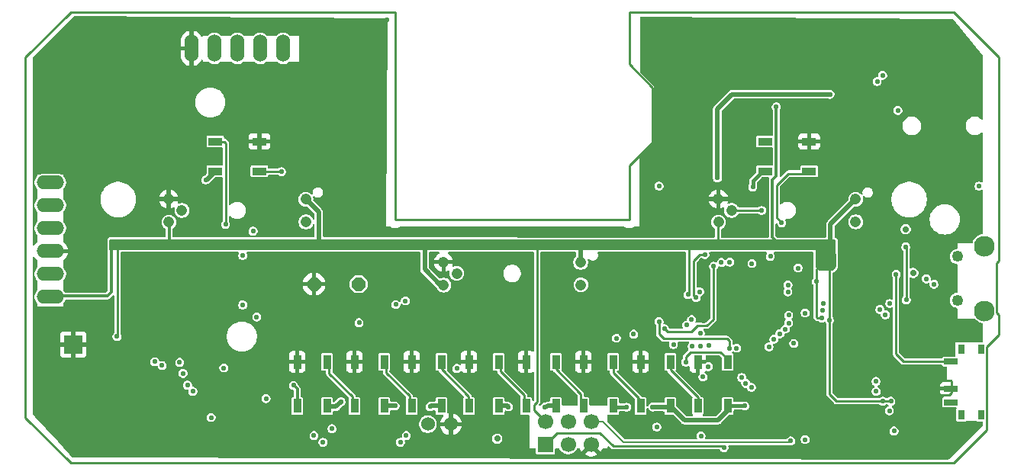
<source format=gbr>
%TF.GenerationSoftware,KiCad,Pcbnew,9.0.2*%
%TF.CreationDate,2025-07-03T15:48:42+01:00*%
%TF.ProjectId,FED3,46454433-2e6b-4696-9361-645f70636258,rev?*%
%TF.SameCoordinates,Original*%
%TF.FileFunction,Copper,L4,Bot*%
%TF.FilePolarity,Positive*%
%FSLAX46Y46*%
G04 Gerber Fmt 4.6, Leading zero omitted, Abs format (unit mm)*
G04 Created by KiCad (PCBNEW 9.0.2) date 2025-07-03 15:48:42*
%MOMM*%
%LPD*%
G01*
G04 APERTURE LIST*
G04 Aperture macros list*
%AMOutline5P*
0 Free polygon, 5 corners , with rotation*
0 The origin of the aperture is its center*
0 number of corners: always 5*
0 $1 to $10 corner X, Y*
0 $11 Rotation angle, in degrees counterclockwise*
0 create outline with 5 corners*
4,1,5,$1,$2,$3,$4,$5,$6,$7,$8,$9,$10,$1,$2,$11*%
%AMOutline6P*
0 Free polygon, 6 corners , with rotation*
0 The origin of the aperture is its center*
0 number of corners: always 6*
0 $1 to $12 corner X, Y*
0 $13 Rotation angle, in degrees counterclockwise*
0 create outline with 6 corners*
4,1,6,$1,$2,$3,$4,$5,$6,$7,$8,$9,$10,$11,$12,$1,$2,$13*%
%AMOutline7P*
0 Free polygon, 7 corners , with rotation*
0 The origin of the aperture is its center*
0 number of corners: always 7*
0 $1 to $14 corner X, Y*
0 $15 Rotation angle, in degrees counterclockwise*
0 create outline with 7 corners*
4,1,7,$1,$2,$3,$4,$5,$6,$7,$8,$9,$10,$11,$12,$13,$14,$1,$2,$15*%
%AMOutline8P*
0 Free polygon, 8 corners , with rotation*
0 The origin of the aperture is its center*
0 number of corners: always 8*
0 $1 to $16 corner X, Y*
0 $17 Rotation angle, in degrees counterclockwise*
0 create outline with 8 corners*
4,1,8,$1,$2,$3,$4,$5,$6,$7,$8,$9,$10,$11,$12,$13,$14,$15,$16,$1,$2,$17*%
G04 Aperture macros list end*
%TA.AperFunction,ComponentPad*%
%ADD10O,3.048000X1.524000*%
%TD*%
%TA.AperFunction,ComponentPad*%
%ADD11R,2.000000X2.000000*%
%TD*%
%TA.AperFunction,ComponentPad*%
%ADD12R,1.700000X1.700000*%
%TD*%
%TA.AperFunction,ComponentPad*%
%ADD13C,1.700000*%
%TD*%
%TA.AperFunction,ComponentPad*%
%ADD14O,1.524000X3.048000*%
%TD*%
%TA.AperFunction,SMDPad,CuDef*%
%ADD15R,1.500000X0.900000*%
%TD*%
%TA.AperFunction,SMDPad,CuDef*%
%ADD16R,0.900000X1.500000*%
%TD*%
%TA.AperFunction,SMDPad,CuDef*%
%ADD17R,1.500000X0.700000*%
%TD*%
%TA.AperFunction,SMDPad,CuDef*%
%ADD18R,0.800000X1.000000*%
%TD*%
%TA.AperFunction,ComponentPad*%
%ADD19C,1.208000*%
%TD*%
%TA.AperFunction,ComponentPad*%
%ADD20C,1.524000*%
%TD*%
%TA.AperFunction,ComponentPad*%
%ADD21Outline8P,-0.762000X0.315631X-0.315631X0.762000X0.315631X0.762000X0.762000X0.315631X0.762000X-0.315631X0.315631X-0.762000X-0.315631X-0.762000X-0.762000X-0.315631X180.000000*%
%TD*%
%TA.AperFunction,ComponentPad*%
%ADD22C,1.250000*%
%TD*%
%TA.AperFunction,ComponentPad*%
%ADD23C,2.300000*%
%TD*%
%TA.AperFunction,ViaPad*%
%ADD24C,0.550000*%
%TD*%
%TA.AperFunction,ViaPad*%
%ADD25C,0.600000*%
%TD*%
%TA.AperFunction,ViaPad*%
%ADD26C,0.700000*%
%TD*%
%TA.AperFunction,Conductor*%
%ADD27C,0.250000*%
%TD*%
%TA.AperFunction,Conductor*%
%ADD28C,0.508000*%
%TD*%
%TA.AperFunction,Conductor*%
%ADD29C,0.220000*%
%TD*%
%TA.AperFunction,Conductor*%
%ADD30C,0.300000*%
%TD*%
%TA.AperFunction,Conductor*%
%ADD31C,0.254000*%
%TD*%
%TA.AperFunction,Conductor*%
%ADD32C,0.500000*%
%TD*%
%TA.AperFunction,Conductor*%
%ADD33C,0.406400*%
%TD*%
%TA.AperFunction,Conductor*%
%ADD34C,0.230000*%
%TD*%
%TA.AperFunction,Conductor*%
%ADD35C,0.210000*%
%TD*%
%TA.AperFunction,Profile*%
%ADD36C,0.250000*%
%TD*%
G04 APERTURE END LIST*
D10*
%TO.P,SCREEN0,1,Pin_1*%
%TO.N,/Controller Stage/D10*%
X97251100Y-98903600D03*
%TO.P,SCREEN0,2,Pin_2*%
%TO.N,/Controller Stage/D11*%
X97251100Y-101443600D03*
%TO.P,SCREEN0,3,Pin_3*%
%TO.N,/Controller Stage/D12*%
X97251100Y-103983600D03*
%TO.P,SCREEN0,4,Pin_4*%
%TO.N,GND*%
X97251100Y-106523600D03*
%TO.P,SCREEN0,5,Pin_5*%
%TO.N,unconnected-(SCREEN0-Pin_5-Pad5)*%
X97251100Y-109063600D03*
%TO.P,SCREEN0,6,Pin_6*%
%TO.N,+3V3*%
X97251100Y-111603600D03*
%TD*%
D11*
%TO.P,TP5,1,1*%
%TO.N,GND*%
X99800000Y-116900000D03*
%TD*%
D12*
%TO.P,J1,1,Pin_1*%
%TO.N,/Controller Stage/SWCLK*%
X152175000Y-128015000D03*
D13*
%TO.P,J1,2,Pin_2*%
%TO.N,+3V3*%
X152175000Y-125475000D03*
%TO.P,J1,3,Pin_3*%
%TO.N,/Controller Stage/SWDIO*%
X154715000Y-128015000D03*
%TO.P,J1,4,Pin_4*%
%TO.N,unconnected-(J1-Pin_4-Pad4)*%
X154715000Y-125475000D03*
%TO.P,J1,5,Pin_5*%
%TO.N,GND*%
X157255000Y-128015000D03*
%TO.P,J1,6,Pin_6*%
%TO.N,/Controller Stage/~{RESET}*%
X157255000Y-125475000D03*
%TD*%
D14*
%TO.P,MOTOR0,1,Pin_1*%
%TO.N,GND*%
X112921100Y-84003600D03*
%TO.P,MOTOR0,2,Pin_2*%
%TO.N,/ORANGE*%
X115461100Y-84003600D03*
%TO.P,MOTOR0,3,Pin_3*%
%TO.N,/YELLOW*%
X118001100Y-84003600D03*
%TO.P,MOTOR0,4,Pin_4*%
%TO.N,/PINK*%
X120541100Y-84003600D03*
%TO.P,MOTOR0,5,Pin_5*%
%TO.N,/BLUE*%
X123081100Y-84003600D03*
%TD*%
D15*
%TO.P,LED10,1-VDD,VDD*%
%TO.N,/IOs Interface/VCCNEO*%
X176551100Y-97650400D03*
%TO.P,LED10,2-DOUT,DO*%
%TO.N,unconnected-(LED10-DO-Pad2-DOUT)*%
X176551100Y-94350400D03*
%TO.P,LED10,3-GND,GND*%
%TO.N,GND*%
X181451100Y-94350400D03*
%TO.P,LED10,4-DIN,DI*%
%TO.N,Net-(LED10-DI)*%
X181451100Y-97650400D03*
%TD*%
D16*
%TO.P,LED4,1-VDD,VDD*%
%TO.N,/IOs Interface/VCCNEO*%
X153351900Y-123716000D03*
%TO.P,LED4,2-DOUT,DO*%
%TO.N,Net-(LED4-DO)*%
X150051900Y-123716000D03*
%TO.P,LED4,3-GND,GND*%
%TO.N,GND*%
X150051900Y-118816000D03*
%TO.P,LED4,4-DIN,DI*%
%TO.N,Net-(LED3-DO)*%
X153351900Y-118816000D03*
%TD*%
D17*
%TO.P,SW1,1,1*%
%TO.N,/EN*%
X197200000Y-118800000D03*
%TO.P,SW1,2,2*%
%TO.N,GND*%
X197200000Y-121800000D03*
%TO.P,SW1,3,3*%
%TO.N,unconnected-(SW1-Pad3)*%
X197200000Y-123300000D03*
D18*
%TO.P,SW1,SHIELD@1,SHIELD@1*%
%TO.N,unconnected-(SW1-PadSHIELD@1)*%
X198350000Y-117400000D03*
%TO.P,SW1,SHIELD@2,SHIELD@2*%
%TO.N,unconnected-(SW1-PadSHIELD@2)*%
X200550000Y-117400000D03*
%TO.P,SW1,SHIELD@3,SHIELD@3*%
%TO.N,unconnected-(SW1-PadSHIELD@3)*%
X200550000Y-124700000D03*
%TO.P,SW1,SHIELD@4,SHIELD@4*%
%TO.N,unconnected-(SW1-PadSHIELD@4)*%
X198350000Y-124700000D03*
%TD*%
D15*
%TO.P,LED9,1-VDD,VDD*%
%TO.N,/IOs Interface/VCCNEO*%
X115551100Y-97650400D03*
%TO.P,LED9,2-DOUT,DO*%
%TO.N,Net-(LED10-DI)*%
X115551100Y-94350400D03*
%TO.P,LED9,3-GND,GND*%
%TO.N,GND*%
X120451100Y-94350400D03*
%TO.P,LED9,4-DIN,DI*%
%TO.N,Net-(LED8-DO)*%
X120451100Y-97650400D03*
%TD*%
D16*
%TO.P,LED8,1-VDD,VDD*%
%TO.N,/IOs Interface/VCCNEO*%
X127951900Y-123716000D03*
%TO.P,LED8,2-DOUT,DO*%
%TO.N,Net-(LED8-DO)*%
X124651900Y-123716000D03*
%TO.P,LED8,3-GND,GND*%
%TO.N,GND*%
X124651900Y-118816000D03*
%TO.P,LED8,4-DIN,DI*%
%TO.N,Net-(LED7-DO)*%
X127951900Y-118816000D03*
%TD*%
%TO.P,LED3,1-VDD,VDD*%
%TO.N,/IOs Interface/VCCNEO*%
X159701900Y-123716000D03*
%TO.P,LED3,2-DOUT,DO*%
%TO.N,Net-(LED3-DO)*%
X156401900Y-123716000D03*
%TO.P,LED3,3-GND,GND*%
%TO.N,GND*%
X156401900Y-118816000D03*
%TO.P,LED3,4-DIN,DI*%
%TO.N,Net-(LED2-DO)*%
X159701900Y-118816000D03*
%TD*%
%TO.P,LED1,1-VDD,VDD*%
%TO.N,/IOs Interface/VCCNEO*%
X172401900Y-123716000D03*
%TO.P,LED1,2-DOUT,DO*%
%TO.N,Net-(LED1-DO)*%
X169101900Y-123716000D03*
%TO.P,LED1,3-GND,GND*%
%TO.N,GND*%
X169101900Y-118816000D03*
%TO.P,LED1,4-DIN,DI*%
%TO.N,Net-(LED1-DI)*%
X172401900Y-118816000D03*
%TD*%
D19*
%TO.P,PI3,1,1*%
%TO.N,+3V3*%
X125601100Y-100763600D03*
%TO.P,PI3,2,2*%
%TO.N,Net-(PI3-Pad2)*%
X125621100Y-103273600D03*
%TO.P,PI3,3,3*%
%TO.N,+3V3*%
X110401100Y-103303600D03*
%TO.P,PI3,4,4*%
%TO.N,D5*%
X111851100Y-102003600D03*
%TO.P,PI3,5,5*%
%TO.N,GND*%
X110381100Y-100733600D03*
%TD*%
%TO.P,PI1,1,1*%
%TO.N,+3V3*%
X186601100Y-100763600D03*
%TO.P,PI1,2,2*%
%TO.N,Net-(PI1-Pad2)*%
X186621100Y-103273600D03*
%TO.P,PI1,3,3*%
%TO.N,+3V3*%
X171401100Y-103303600D03*
%TO.P,PI1,4,4*%
%TO.N,D6*%
X172851100Y-102003600D03*
%TO.P,PI1,5,5*%
%TO.N,GND*%
X171381100Y-100733600D03*
%TD*%
%TO.P,PI2,1,1*%
%TO.N,+3V3*%
X156101100Y-107763600D03*
%TO.P,PI2,2,2*%
%TO.N,Net-(PI2-Pad2)*%
X156121100Y-110273600D03*
%TO.P,PI2,3,3*%
%TO.N,+3V3*%
X140901100Y-110303600D03*
%TO.P,PI2,4,4*%
%TO.N,TX*%
X142351100Y-109003600D03*
%TO.P,PI2,5,5*%
%TO.N,GND*%
X140881100Y-107733600D03*
%TD*%
D16*
%TO.P,LED2,1-VDD,VDD*%
%TO.N,/IOs Interface/VCCNEO*%
X166051900Y-123716000D03*
%TO.P,LED2,2-DOUT,DO*%
%TO.N,Net-(LED2-DO)*%
X162751900Y-123716000D03*
%TO.P,LED2,3-GND,GND*%
%TO.N,GND*%
X162751900Y-118816000D03*
%TO.P,LED2,4-DIN,DI*%
%TO.N,Net-(LED1-DO)*%
X166051900Y-118816000D03*
%TD*%
%TO.P,LED6,1-VDD,VDD*%
%TO.N,/IOs Interface/VCCNEO*%
X140651900Y-123716000D03*
%TO.P,LED6,2-DOUT,DO*%
%TO.N,Net-(LED6-DO)*%
X137351900Y-123716000D03*
%TO.P,LED6,3-GND,GND*%
%TO.N,GND*%
X137351900Y-118816000D03*
%TO.P,LED6,4-DIN,DI*%
%TO.N,Net-(LED5-DO)*%
X140651900Y-118816000D03*
%TD*%
%TO.P,LED7,1-VDD,VDD*%
%TO.N,/IOs Interface/VCCNEO*%
X134301900Y-123716000D03*
%TO.P,LED7,2-DOUT,DO*%
%TO.N,Net-(LED7-DO)*%
X131001900Y-123716000D03*
%TO.P,LED7,3-GND,GND*%
%TO.N,GND*%
X131001900Y-118816000D03*
%TO.P,LED7,4-DIN,DI*%
%TO.N,Net-(LED6-DO)*%
X134301900Y-118816000D03*
%TD*%
%TO.P,LED5,1-VDD,VDD*%
%TO.N,/IOs Interface/VCCNEO*%
X147001900Y-123716000D03*
%TO.P,LED5,2-DOUT,DO*%
%TO.N,Net-(LED5-DO)*%
X143701900Y-123716000D03*
%TO.P,LED5,3-GND,GND*%
%TO.N,GND*%
X143701900Y-118816000D03*
%TO.P,LED5,4-DIN,DI*%
%TO.N,Net-(LED4-DO)*%
X147001900Y-118816000D03*
%TD*%
D20*
%TO.P,X5,1,Pin_1*%
%TO.N,GND*%
X141694300Y-125736400D03*
%TO.P,X5,2,Pin_2*%
%TO.N,VBat*%
X139154300Y-125736400D03*
%TD*%
D21*
%TO.P,BZ1,1,+*%
%TO.N,RX*%
X131459200Y-110180000D03*
%TO.P,BZ1,2,-*%
%TO.N,GND*%
X126510000Y-110180000D03*
%TD*%
D22*
%TO.P,USB0,SHIELD_4,P$4*%
%TO.N,unconnected-(USB0-P$4-PadSHIELD_4)*%
X197900000Y-111975000D03*
%TO.P,USB0,SHIELD_3,P$1*%
%TO.N,unconnected-(USB0-P$1-PadSHIELD_3)*%
X197900000Y-107125000D03*
D23*
%TO.P,USB0,SHIELD_2,P$3*%
%TO.N,unconnected-(USB0-P$3-PadSHIELD_2)*%
X200900000Y-105950000D03*
%TO.P,USB0,SHIELD_1,P$2*%
%TO.N,unconnected-(USB0-P$2-PadSHIELD_1)*%
X200900000Y-113150000D03*
%TD*%
D24*
%TO.N,GND*%
X197034500Y-90526000D03*
X181700000Y-104150000D03*
X185100000Y-118550000D03*
X163750000Y-86250000D03*
X161000000Y-108922500D03*
X138025000Y-111225000D03*
X128150000Y-122200000D03*
X117300000Y-86600000D03*
X108825000Y-94375000D03*
X197410000Y-124400000D03*
X178500000Y-104700000D03*
X185700000Y-127350000D03*
X174625000Y-126850000D03*
X110525000Y-112900000D03*
X109000000Y-108700000D03*
X187300000Y-106300000D03*
X188975000Y-127500000D03*
X199075000Y-126750000D03*
X161850000Y-120805000D03*
X145300000Y-119500000D03*
X128083100Y-94833000D03*
X193750000Y-115300000D03*
X173350000Y-118700000D03*
X174925000Y-114575000D03*
X114300000Y-102000000D03*
D25*
X155050000Y-111000000D03*
D24*
X114550000Y-112050000D03*
X112075000Y-114975000D03*
X145100000Y-125800000D03*
X173150000Y-114500000D03*
X160300000Y-129050000D03*
X112225000Y-108875000D03*
X137400000Y-120600000D03*
X187900000Y-89425000D03*
X164500000Y-119500000D03*
D25*
X158600000Y-115000000D03*
D24*
X185250000Y-89350000D03*
X200050000Y-115400000D03*
X97025000Y-86825000D03*
X193600000Y-128500000D03*
X103725000Y-88225000D03*
X177875000Y-123125000D03*
X179951900Y-91029400D03*
X196700000Y-105900000D03*
X185950000Y-98200000D03*
X177050000Y-95825000D03*
X112675000Y-123250000D03*
X122000000Y-98750000D03*
X182275000Y-115400000D03*
X152700000Y-108700000D03*
X133283100Y-86415600D03*
X175735500Y-91029400D03*
X143050000Y-111400000D03*
X158550000Y-111650000D03*
X182300000Y-122900000D03*
X103725000Y-98300000D03*
X166700000Y-103700000D03*
X161125000Y-122900000D03*
X98815300Y-96778800D03*
X105475000Y-83975000D03*
X129175000Y-100975000D03*
X174000000Y-96000000D03*
X122225000Y-112425000D03*
X113800000Y-129000000D03*
X196340000Y-120170000D03*
X125041765Y-120429854D03*
X169360000Y-108997500D03*
X149650000Y-120850000D03*
X194350000Y-125375000D03*
X121600000Y-126000000D03*
X126600000Y-86600000D03*
X196100000Y-108650000D03*
X194100000Y-107000000D03*
X126250000Y-80900000D03*
X132500000Y-124650000D03*
X134600000Y-80800000D03*
X110775000Y-120000000D03*
X167100000Y-122350000D03*
X133750000Y-103050000D03*
X163400000Y-81300000D03*
X173200000Y-110700000D03*
X196750000Y-117700000D03*
X197799100Y-82351600D03*
X185800000Y-104650000D03*
X119750000Y-99750000D03*
X159210000Y-108947500D03*
X100263100Y-81589600D03*
X131025000Y-106900000D03*
X111800000Y-97900000D03*
X113325000Y-80800000D03*
X191000000Y-97200000D03*
X111900000Y-126000000D03*
X131000000Y-98000000D03*
X161950000Y-126100000D03*
X189400000Y-119550000D03*
X152025000Y-119475000D03*
X196530000Y-113360000D03*
X166300000Y-111650000D03*
X99550000Y-105450000D03*
X124300000Y-86400000D03*
X137395300Y-109245800D03*
X95713900Y-117221400D03*
X115200000Y-126350000D03*
X132500000Y-119600000D03*
X155075000Y-122900000D03*
X119400000Y-108400000D03*
X186800000Y-81300000D03*
X178925000Y-107200000D03*
X116700000Y-128100000D03*
X144700000Y-122250000D03*
X148550000Y-129125000D03*
X165785000Y-106972500D03*
X133050000Y-111550000D03*
X105400000Y-122800000D03*
X141875000Y-122500000D03*
X154925000Y-119475000D03*
X107600000Y-128800000D03*
X193800000Y-121050000D03*
X129400000Y-114700000D03*
X174150000Y-103275000D03*
X187150000Y-112350000D03*
X176250000Y-129200000D03*
X144761300Y-108509200D03*
X108000000Y-112300000D03*
X104600000Y-118900000D03*
X122100000Y-107900000D03*
X111693100Y-87050600D03*
X186700000Y-124450000D03*
X120800000Y-127237500D03*
X192660000Y-117600000D03*
X101725000Y-110225000D03*
X184627690Y-109543265D03*
X114400000Y-115200000D03*
X117900000Y-109900000D03*
X189950000Y-115200000D03*
X157550000Y-121500000D03*
X111693100Y-91495600D03*
X184969500Y-93142200D03*
X115050000Y-123100000D03*
X134650000Y-128355000D03*
X97977100Y-126547600D03*
X134000000Y-94500000D03*
X117000000Y-113800000D03*
X121300000Y-86600000D03*
X109050000Y-122525000D03*
X95691100Y-94289600D03*
X163500000Y-96500000D03*
X98253900Y-122047400D03*
X175251800Y-111062165D03*
X173000000Y-121250000D03*
X115950000Y-103100000D03*
X149875000Y-125650000D03*
X130716405Y-125548435D03*
X176903900Y-84171400D03*
X173691900Y-84455400D03*
X117050000Y-118700000D03*
X169400000Y-122100000D03*
X163350000Y-98650000D03*
X190900000Y-125400000D03*
X101475000Y-92175000D03*
%TO.N,+3V3*%
X174800000Y-106000000D03*
X183900000Y-107150000D03*
X183200000Y-108250000D03*
X116100000Y-105655000D03*
X177800000Y-90500000D03*
X183700000Y-114200000D03*
X181400000Y-105800000D03*
X192230000Y-111945000D03*
X104650000Y-116000000D03*
X128500000Y-126250000D03*
X168005000Y-111350000D03*
X182250000Y-109900000D03*
X173400000Y-117299813D03*
D26*
X192150000Y-104100000D03*
D24*
X190525000Y-123200000D03*
X115100000Y-125000000D03*
X182850000Y-113950000D03*
X172625000Y-105775000D03*
X135250000Y-106100000D03*
X189625000Y-123200000D03*
X182800000Y-107150000D03*
X183800000Y-106230000D03*
X192170000Y-106050000D03*
%TO.N,/IOs Interface/VCCNEO*%
X152159100Y-123816200D03*
X114500000Y-98620000D03*
X148095100Y-123816200D03*
X135500000Y-123716000D03*
X139400000Y-123800000D03*
X164100000Y-123841600D03*
X121193750Y-122906250D03*
X129500000Y-123250000D03*
X175200000Y-99400000D03*
X161200000Y-123850000D03*
X174300000Y-123716000D03*
%TO.N,/EN*%
X191100000Y-109100000D03*
%TO.N,Net-(LED1-DI)*%
X167775000Y-118850000D03*
%TO.N,Net-(LED8-DO)*%
X122900000Y-97700000D03*
X124228175Y-121428176D03*
%TO.N,Net-(LED10-DI)*%
X116700000Y-103550000D03*
X178400000Y-103378000D03*
%TO.N,/Controller Stage/SCL*%
X136650000Y-112050000D03*
X189300000Y-113000000D03*
X183000000Y-112350000D03*
X126500000Y-127000000D03*
X189000000Y-87700000D03*
X136750000Y-127000000D03*
%TO.N,Net-(CHG0-K)*%
X200300000Y-99300000D03*
X164800000Y-99300000D03*
%TO.N,/Controller Stage/SDA*%
X127500000Y-127750000D03*
X182898234Y-113113248D03*
X136101000Y-127750000D03*
X135600000Y-112450000D03*
X189900000Y-113600000D03*
X189600000Y-87000000D03*
%TO.N,/Controller Stage/~{RESET}*%
X179750000Y-116775000D03*
X180225000Y-108400000D03*
X179400000Y-127600000D03*
X175100000Y-107900000D03*
D26*
%TO.N,VUSB*%
X193000000Y-108950000D03*
D24*
%TO.N,RX*%
X172615854Y-117309459D03*
X164800000Y-114350000D03*
X131505030Y-114475628D03*
%TO.N,A0*%
X191300000Y-90900000D03*
X190403067Y-112333007D03*
X169300000Y-111025000D03*
%TO.N,TX*%
X142350000Y-119550000D03*
X170250000Y-119350000D03*
%TO.N,D6*%
X176172000Y-102003600D03*
X179178408Y-113644953D03*
%TO.N,D5*%
X113075000Y-122100000D03*
X177000000Y-117147512D03*
%TO.N,D13*%
X178205779Y-115700000D03*
X116500000Y-119495000D03*
X111600000Y-118875000D03*
X160060000Y-116200000D03*
%TO.N,/Controller Stage/D10*%
X120150000Y-113830000D03*
X178809985Y-115174790D03*
X119750000Y-104300000D03*
%TO.N,/Controller Stage/AREF*%
X168900000Y-111687500D03*
X169885000Y-106897500D03*
%TO.N,D8*%
X169365000Y-115645000D03*
X161977136Y-115748717D03*
%TO.N,/Controller Stage/D11*%
X177550000Y-116300000D03*
X177150000Y-107100000D03*
%TO.N,/Controller Stage/SWCLK*%
X172650000Y-107750000D03*
X172000000Y-128350000D03*
%TO.N,/Controller Stage/SWDIO*%
X169450000Y-127050000D03*
X171712500Y-107787500D03*
%TO.N,/Controller Stage/D12*%
X118600000Y-112500000D03*
X179174262Y-114496407D03*
X118600000Y-107000000D03*
%TO.N,/Controller Stage/SD_CS*%
X169665300Y-120484700D03*
X188865168Y-121000000D03*
%TO.N,/Controller Stage/D7*%
X181000000Y-113400000D03*
X181000000Y-127450000D03*
%TO.N,D+*%
X194450000Y-109600000D03*
X179100448Y-110287271D03*
%TO.N,D-*%
X195300000Y-110200000D03*
X179091310Y-111057219D03*
%TO.N,/Controller Stage/SCK*%
X190350000Y-124250000D03*
X174400000Y-121200000D03*
%TO.N,/Controller Stage/MISO*%
X175050000Y-121650000D03*
X190875000Y-126500000D03*
%TO.N,A2*%
X168399824Y-114134000D03*
X169356276Y-117097000D03*
X112475000Y-121400000D03*
%TO.N,A5*%
X165405000Y-115143717D03*
X108850000Y-118800000D03*
X170850000Y-108200000D03*
%TO.N,A4*%
X168461636Y-117097000D03*
X109650000Y-119225000D03*
%TO.N,A3*%
X166400000Y-116900000D03*
X167855300Y-114739000D03*
X111975000Y-120100000D03*
%TO.N,D9*%
X170300000Y-117000000D03*
X164550000Y-126050000D03*
%TO.N,Net-(IC4-VBAT)*%
X183759600Y-89109600D03*
X171259900Y-98406000D03*
D26*
%TO.N,VBat*%
X146850000Y-127350000D03*
D24*
%TO.N,/Controller Stage/MOSI*%
X188875000Y-122100000D03*
X173972880Y-120559319D03*
%TD*%
D27*
%TO.N,GND*%
X197250000Y-121000000D02*
X197123303Y-120873303D01*
X197123303Y-120873303D02*
X195740000Y-120873303D01*
X197250000Y-122250000D02*
X197000000Y-122500000D01*
X197250000Y-121800000D02*
X197250000Y-121000000D01*
X197250000Y-121800000D02*
X197250000Y-122250000D01*
X197000000Y-122500000D02*
X195750000Y-122500000D01*
D28*
%TO.N,+3V3*%
X156100000Y-105500000D02*
X156100000Y-107762500D01*
X127050000Y-102212500D02*
X127050000Y-105600000D01*
D27*
X150925000Y-123575000D02*
X151275000Y-123225000D01*
D29*
X182347864Y-113950000D02*
X182250000Y-113852136D01*
X192170000Y-106050000D02*
X192230000Y-106110000D01*
D30*
X110431100Y-103333600D02*
X110431100Y-105400000D01*
D27*
X168005000Y-111350000D02*
X168120000Y-111235000D01*
X183700000Y-114200000D02*
X183700000Y-122400000D01*
D29*
X182700000Y-108250000D02*
X183200000Y-108250000D01*
D27*
X104650000Y-116000000D02*
X104700000Y-115950000D01*
D30*
X177349000Y-98616709D02*
X177800000Y-98165709D01*
D29*
X182250000Y-108500000D02*
X182600000Y-108150000D01*
D27*
X151275000Y-123225000D02*
X151275000Y-106175000D01*
X151275000Y-106175000D02*
X151650000Y-105800000D01*
D31*
X171317500Y-105317500D02*
X171317500Y-103525000D01*
D28*
X183800000Y-106230000D02*
X183800000Y-103564700D01*
D30*
X104000000Y-111100000D02*
X103600000Y-111500000D01*
D27*
X152175000Y-125475000D02*
X150925000Y-124225000D01*
D30*
X103600000Y-111500000D02*
X97354700Y-111500000D01*
X177350000Y-105000000D02*
X177350000Y-99468582D01*
D27*
X183700000Y-108400000D02*
X183550000Y-108250000D01*
D30*
X177350000Y-99468582D02*
X177349000Y-99467582D01*
D27*
X183700000Y-122400000D02*
X184500000Y-123200000D01*
D30*
X177800000Y-98165709D02*
X177800000Y-90500000D01*
X104000000Y-105800000D02*
X104000000Y-111100000D01*
D27*
X168120000Y-111235000D02*
X168120000Y-105800000D01*
X104700000Y-105900000D02*
X104600000Y-105800000D01*
D29*
X182850000Y-113950000D02*
X182347864Y-113950000D01*
D28*
X138800000Y-105500000D02*
X138800000Y-108565900D01*
D31*
X171650000Y-105650000D02*
X171317500Y-105317500D01*
D29*
X182250000Y-113852136D02*
X182250000Y-108500000D01*
D27*
X184500000Y-123200000D02*
X190500000Y-123200000D01*
X183700000Y-114200000D02*
X183700000Y-108400000D01*
D30*
X178150000Y-105800000D02*
X177350000Y-105000000D01*
D29*
X192230000Y-106110000D02*
X192230000Y-111945000D01*
X182600000Y-108150000D02*
X182700000Y-108250000D01*
D28*
X125601100Y-100763600D02*
X127050000Y-102212500D01*
D27*
X183550000Y-108250000D02*
X183200000Y-108250000D01*
X104700000Y-115950000D02*
X104700000Y-105900000D01*
X150925000Y-124225000D02*
X150925000Y-123575000D01*
D30*
X177349000Y-99467582D02*
X177349000Y-98616709D01*
D28*
X183800000Y-103564700D02*
X186601100Y-100763600D01*
X138800000Y-108565900D02*
X140537700Y-110303600D01*
D32*
%TO.N,/IOs Interface/VCCNEO*%
X139484000Y-123716000D02*
X140651900Y-123716000D01*
X152513300Y-123716000D02*
X152159100Y-123816200D01*
D33*
X175200000Y-99400000D02*
X175200000Y-98700000D01*
D32*
X147994900Y-123716000D02*
X148095100Y-123816200D01*
D33*
X159835900Y-123850000D02*
X161200000Y-123850000D01*
D32*
X166177500Y-123841600D02*
X167635900Y-125300000D01*
X114500000Y-98620000D02*
X114581500Y-98620000D01*
X164100000Y-123841600D02*
X166177500Y-123841600D01*
X171300000Y-125300000D02*
X172401900Y-124198100D01*
X139400000Y-123800000D02*
X139484000Y-123716000D01*
X135500000Y-123716000D02*
X134301900Y-123716000D01*
X114581500Y-98620000D02*
X115551100Y-97650400D01*
X128950000Y-123800000D02*
X128035900Y-123800000D01*
X153351900Y-123716000D02*
X152513300Y-123716000D01*
X129500000Y-123250000D02*
X128950000Y-123800000D01*
X167635900Y-125300000D02*
X171300000Y-125300000D01*
X147001900Y-123716000D02*
X147994900Y-123716000D01*
D33*
X174300000Y-123716000D02*
X172401900Y-123716000D01*
X175200000Y-98700000D02*
X176249600Y-97650400D01*
D34*
%TO.N,/EN*%
X191950000Y-118800000D02*
X197250000Y-118800000D01*
X191100000Y-117950000D02*
X191950000Y-118800000D01*
X191100000Y-109100000D02*
X191100000Y-117950000D01*
D31*
%TO.N,Net-(LED1-DI)*%
X167775000Y-118248900D02*
X168304900Y-117719000D01*
X167775000Y-118850000D02*
X167775000Y-118248900D01*
X168304900Y-117719000D02*
X171608999Y-117719000D01*
X171608999Y-117719000D02*
X172401900Y-118511901D01*
%TO.N,Net-(LED1-DO)*%
X169100000Y-122785900D02*
X169100000Y-123700000D01*
X166051900Y-118816000D02*
X166051900Y-119737800D01*
X166051900Y-119737800D02*
X169100000Y-122785900D01*
%TO.N,Net-(LED2-DO)*%
X159701900Y-118816000D02*
X159701900Y-120001900D01*
X162500000Y-122800000D02*
X162500000Y-123145600D01*
X159701900Y-120001900D02*
X162500000Y-122800000D01*
%TO.N,Net-(LED3-DO)*%
X156121500Y-122421500D02*
X156121500Y-123435600D01*
X153351900Y-119651900D02*
X156121500Y-122421500D01*
X153351900Y-118816000D02*
X153351900Y-119651900D01*
%TO.N,Net-(LED5-DO)*%
X143650100Y-122650100D02*
X143650100Y-123664200D01*
X140651900Y-119651900D02*
X143650100Y-122650100D01*
X140651900Y-118816000D02*
X140651900Y-119651900D01*
%TO.N,Net-(LED6-DO)*%
X137100000Y-122600000D02*
X137100000Y-123464100D01*
X134500000Y-120000000D02*
X137100000Y-122600000D01*
X134500000Y-119014100D02*
X134500000Y-120000000D01*
%TO.N,Net-(LED7-DO)*%
X130800000Y-122700000D02*
X130800000Y-123514100D01*
X128200000Y-119064100D02*
X128200000Y-120100000D01*
X128200000Y-120100000D02*
X130800000Y-122700000D01*
D30*
%TO.N,Net-(LED8-DO)*%
X124651900Y-121851900D02*
X124651900Y-124023100D01*
D31*
X122900000Y-97700000D02*
X120416700Y-97700000D01*
D30*
X124228175Y-121428176D02*
X124651900Y-121851900D01*
D27*
%TO.N,Net-(LED10-DI)*%
X116550400Y-94350400D02*
X115551100Y-94350400D01*
X178400000Y-103350000D02*
X177846000Y-102796000D01*
X177846000Y-102796000D02*
X177846000Y-99204000D01*
X116750000Y-94550000D02*
X116550400Y-94350400D01*
X178400000Y-103378000D02*
X178400000Y-103350000D01*
X116700000Y-103550000D02*
X116750000Y-103500000D01*
X116750000Y-103500000D02*
X116750000Y-94550000D01*
X177846000Y-99204000D02*
X179150000Y-97900000D01*
X179150000Y-97900000D02*
X181201500Y-97900000D01*
D35*
%TO.N,/Controller Stage/~{RESET}*%
X179250000Y-127750000D02*
X179400000Y-127600000D01*
X158575000Y-125475000D02*
X160850000Y-127750000D01*
X160850000Y-127750000D02*
X179250000Y-127750000D01*
X157255000Y-125475000D02*
X158575000Y-125475000D01*
D29*
%TO.N,RX*%
X172350000Y-116250000D02*
X172615854Y-116515854D01*
X164800000Y-115750000D02*
X165300000Y-116250000D01*
X164800000Y-114350000D02*
X164800000Y-115750000D01*
X165300000Y-116250000D02*
X172350000Y-116250000D01*
X172615854Y-116515854D02*
X172615854Y-117309459D01*
%TO.N,D6*%
X176172000Y-102003600D02*
X172851100Y-102003600D01*
D31*
%TO.N,Net-(LED4-DO)*%
X147200000Y-119900000D02*
X149800000Y-122500000D01*
X147200000Y-119456500D02*
X147200000Y-119900000D01*
X149800000Y-122500000D02*
X149800000Y-123464100D01*
X146825100Y-119081600D02*
X147200000Y-119456500D01*
D29*
%TO.N,/Controller Stage/AREF*%
X168900000Y-111687500D02*
X168780000Y-111687500D01*
X169335000Y-106897500D02*
X169885000Y-106897500D01*
X168610000Y-107622500D02*
X169335000Y-106897500D01*
X168780000Y-111687500D02*
X168610000Y-111517500D01*
X168610000Y-111517500D02*
X168610000Y-107622500D01*
%TO.N,/Controller Stage/SWCLK*%
X171854393Y-128204393D02*
X159754393Y-128204393D01*
X153490000Y-126700000D02*
X152175000Y-128015000D01*
X159754393Y-128204393D02*
X158250000Y-126700000D01*
X172000000Y-128350000D02*
X171854393Y-128204393D01*
X158250000Y-126700000D02*
X153490000Y-126700000D01*
%TO.N,A5*%
X168337986Y-115500000D02*
X169018986Y-114819000D01*
X165761283Y-115500000D02*
X168337986Y-115500000D01*
X170850000Y-114075000D02*
X170850000Y-108200000D01*
X170100000Y-114825000D02*
X170850000Y-114075000D01*
X169521014Y-114819000D02*
X169527014Y-114825000D01*
X165405000Y-115143717D02*
X165761283Y-115500000D01*
X169527014Y-114825000D02*
X170100000Y-114825000D01*
X169018986Y-114819000D02*
X169521014Y-114819000D01*
D28*
%TO.N,Net-(IC4-VBAT)*%
X183759600Y-89109600D02*
X172890400Y-89109600D01*
X172890400Y-89109600D02*
X171259900Y-90740100D01*
X171259900Y-90740100D02*
X171259900Y-98406000D01*
%TD*%
%TA.AperFunction,Conductor*%
%TO.N,+3V3*%
G36*
X184293619Y-105249565D02*
G01*
X184360647Y-105269291D01*
X184406369Y-105322123D01*
X184417540Y-105372708D01*
X184437342Y-108238296D01*
X184418121Y-108305470D01*
X184401026Y-108326834D01*
X184064180Y-108663681D01*
X184002857Y-108697166D01*
X183976499Y-108700000D01*
X182621362Y-108700000D01*
X182554323Y-108680315D01*
X182533681Y-108663681D01*
X182226319Y-108356319D01*
X182192834Y-108294996D01*
X182190000Y-108268638D01*
X182190000Y-106390000D01*
X103924000Y-106390000D01*
X103856961Y-106370315D01*
X103811206Y-106317511D01*
X103800000Y-106266000D01*
X103800000Y-105324076D01*
X103819685Y-105257037D01*
X103872489Y-105211282D01*
X103924074Y-105200076D01*
X184293619Y-105249565D01*
G37*
%TD.AperFunction*%
%TD*%
%TA.AperFunction,Conductor*%
%TO.N,GND*%
G36*
X134578699Y-80692823D02*
G01*
X134637680Y-80712492D01*
X134673836Y-80763073D01*
X134678519Y-80794201D01*
X134499999Y-103799999D01*
X134500000Y-103800000D01*
X134916272Y-103800369D01*
X134972067Y-103817322D01*
X134983558Y-103825000D01*
X135041389Y-103863642D01*
X135041393Y-103863644D01*
X135041396Y-103863646D01*
X135080391Y-103879798D01*
X135218013Y-103936803D01*
X135218014Y-103936803D01*
X135218016Y-103936804D01*
X135405514Y-103974100D01*
X135405515Y-103974100D01*
X135596685Y-103974100D01*
X135596686Y-103974100D01*
X135784184Y-103936804D01*
X135960804Y-103863646D01*
X136028579Y-103818360D01*
X136084556Y-103801407D01*
X160950874Y-103823491D01*
X161006671Y-103840443D01*
X161041396Y-103863646D01*
X161041397Y-103863646D01*
X161041398Y-103863647D01*
X161218013Y-103936803D01*
X161218014Y-103936803D01*
X161218016Y-103936804D01*
X161405514Y-103974100D01*
X161405515Y-103974100D01*
X161596685Y-103974100D01*
X161596686Y-103974100D01*
X161784184Y-103936804D01*
X161960804Y-103863646D01*
X161994065Y-103841422D01*
X162050044Y-103824467D01*
X162650000Y-103825000D01*
X162653258Y-100505399D01*
X170345317Y-100505399D01*
X170345318Y-100505400D01*
X171114325Y-100505400D01*
X171101030Y-100518695D01*
X171054952Y-100598505D01*
X171031100Y-100687522D01*
X171031100Y-100779678D01*
X171054952Y-100868695D01*
X171101030Y-100948505D01*
X171114325Y-100961800D01*
X170345317Y-100961800D01*
X170361450Y-101042909D01*
X170441384Y-101235883D01*
X170441388Y-101235892D01*
X170557434Y-101409566D01*
X170557434Y-101409567D01*
X170705132Y-101557265D01*
X170878807Y-101673311D01*
X170878816Y-101673315D01*
X171071790Y-101753249D01*
X171152900Y-101769382D01*
X171152900Y-101000375D01*
X171166195Y-101013670D01*
X171246005Y-101059748D01*
X171335022Y-101083600D01*
X171427178Y-101083600D01*
X171516195Y-101059748D01*
X171596005Y-101013670D01*
X171609300Y-101000375D01*
X171609300Y-101769381D01*
X171690409Y-101753249D01*
X171690410Y-101753249D01*
X171883383Y-101673315D01*
X171883389Y-101673313D01*
X171903750Y-101659708D01*
X171963590Y-101642830D01*
X172021921Y-101664349D01*
X172056464Y-101716044D01*
X172058309Y-101762979D01*
X172031094Y-101899800D01*
X172026600Y-101922394D01*
X172026600Y-102084806D01*
X172032944Y-102116700D01*
X172058284Y-102244096D01*
X172120436Y-102394143D01*
X172120437Y-102394146D01*
X172120438Y-102394147D01*
X172210669Y-102529188D01*
X172325512Y-102644031D01*
X172460553Y-102734262D01*
X172610602Y-102796415D01*
X172769894Y-102828100D01*
X172769895Y-102828100D01*
X172932305Y-102828100D01*
X172932306Y-102828100D01*
X173091598Y-102796415D01*
X173241647Y-102734262D01*
X173376688Y-102644031D01*
X173491531Y-102529188D01*
X173581762Y-102394147D01*
X173581763Y-102394143D01*
X173581767Y-102394138D01*
X173584093Y-102389788D01*
X173585665Y-102390628D01*
X173621305Y-102348916D01*
X173673854Y-102334100D01*
X175760087Y-102334100D01*
X175819218Y-102353313D01*
X175831222Y-102363565D01*
X175867756Y-102400099D01*
X175977223Y-102463300D01*
X175980746Y-102465334D01*
X176106760Y-102499099D01*
X176106764Y-102499099D01*
X176106766Y-102499100D01*
X176106768Y-102499100D01*
X176237232Y-102499100D01*
X176237234Y-102499100D01*
X176237236Y-102499099D01*
X176237239Y-102499099D01*
X176341270Y-102471223D01*
X176363252Y-102465334D01*
X176363253Y-102465334D01*
X176363253Y-102465333D01*
X176363256Y-102465333D01*
X176476244Y-102400099D01*
X176568499Y-102307844D01*
X176633733Y-102194856D01*
X176645744Y-102150031D01*
X176667499Y-102068839D01*
X176667500Y-102068832D01*
X176667500Y-101938367D01*
X176667499Y-101938360D01*
X176633734Y-101812347D01*
X176633734Y-101812346D01*
X176633733Y-101812344D01*
X176568499Y-101699356D01*
X176476244Y-101607101D01*
X176366776Y-101543899D01*
X176363253Y-101541865D01*
X176237239Y-101508100D01*
X176237234Y-101508100D01*
X176106766Y-101508100D01*
X176106760Y-101508100D01*
X175980747Y-101541865D01*
X175980746Y-101541865D01*
X175867753Y-101607103D01*
X175831222Y-101643635D01*
X175775824Y-101671861D01*
X175760087Y-101673100D01*
X173673854Y-101673100D01*
X173614723Y-101653887D01*
X173585408Y-101616708D01*
X173584093Y-101617412D01*
X173581767Y-101613061D01*
X173581762Y-101613053D01*
X173491531Y-101478012D01*
X173376688Y-101363169D01*
X173272922Y-101293835D01*
X173241646Y-101272937D01*
X173241643Y-101272936D01*
X173137815Y-101229929D01*
X173091598Y-101210785D01*
X173091596Y-101210784D01*
X173091597Y-101210784D01*
X172963990Y-101185402D01*
X172932306Y-101179100D01*
X172769894Y-101179100D01*
X172747315Y-101183591D01*
X172610606Y-101210783D01*
X172497730Y-101257538D01*
X172435748Y-101262415D01*
X172382736Y-101229929D01*
X172358943Y-101172487D01*
X172366291Y-101126096D01*
X172400749Y-101042907D01*
X172416883Y-100961800D01*
X171647875Y-100961800D01*
X171661170Y-100948505D01*
X171707248Y-100868695D01*
X171731100Y-100779678D01*
X171731100Y-100687522D01*
X171707248Y-100598505D01*
X171661170Y-100518695D01*
X171647875Y-100505400D01*
X172416882Y-100505400D01*
X172416882Y-100505399D01*
X172400749Y-100424290D01*
X172320815Y-100231316D01*
X172320811Y-100231307D01*
X172204765Y-100057633D01*
X172204765Y-100057632D01*
X172057067Y-99909934D01*
X171883392Y-99793888D01*
X171883383Y-99793884D01*
X171690409Y-99713950D01*
X171609300Y-99697817D01*
X171609300Y-100466825D01*
X171596005Y-100453530D01*
X171516195Y-100407452D01*
X171427178Y-100383600D01*
X171335022Y-100383600D01*
X171246005Y-100407452D01*
X171166195Y-100453530D01*
X171152900Y-100466825D01*
X171152900Y-99697817D01*
X171071790Y-99713950D01*
X170878816Y-99793884D01*
X170878807Y-99793888D01*
X170705133Y-99909934D01*
X170705132Y-99909934D01*
X170557434Y-100057632D01*
X170557434Y-100057633D01*
X170441388Y-100231307D01*
X170441384Y-100231316D01*
X170361450Y-100424290D01*
X170345317Y-100505399D01*
X162653258Y-100505399D01*
X162654505Y-99234760D01*
X164304500Y-99234760D01*
X164304500Y-99365239D01*
X164338265Y-99491252D01*
X164338265Y-99491253D01*
X164338267Y-99491256D01*
X164403501Y-99604244D01*
X164495756Y-99696499D01*
X164608741Y-99761731D01*
X164608746Y-99761734D01*
X164734760Y-99795499D01*
X164734764Y-99795499D01*
X164734766Y-99795500D01*
X164734768Y-99795500D01*
X164865232Y-99795500D01*
X164865234Y-99795500D01*
X164865236Y-99795499D01*
X164865239Y-99795499D01*
X164991252Y-99761734D01*
X164991253Y-99761734D01*
X164991253Y-99761733D01*
X164991256Y-99761733D01*
X165104244Y-99696499D01*
X165196499Y-99604244D01*
X165261733Y-99491256D01*
X165294494Y-99368988D01*
X165295499Y-99365239D01*
X165295500Y-99365232D01*
X165295500Y-99234767D01*
X165295499Y-99234760D01*
X165261734Y-99108747D01*
X165261734Y-99108746D01*
X165261733Y-99108744D01*
X165196499Y-98995756D01*
X165104244Y-98903501D01*
X165004712Y-98846036D01*
X164991253Y-98838265D01*
X164865239Y-98804500D01*
X164865234Y-98804500D01*
X164734766Y-98804500D01*
X164734760Y-98804500D01*
X164608747Y-98838265D01*
X164608746Y-98838265D01*
X164544251Y-98875502D01*
X164500759Y-98900613D01*
X164495753Y-98903503D01*
X164403503Y-98995753D01*
X164403501Y-98995755D01*
X164403501Y-98995756D01*
X164400839Y-99000367D01*
X164338265Y-99108746D01*
X164338265Y-99108747D01*
X164304500Y-99234760D01*
X162654505Y-99234760D01*
X162655382Y-98340766D01*
X170764400Y-98340766D01*
X170764400Y-98346410D01*
X170764400Y-98471239D01*
X170798165Y-98597252D01*
X170798165Y-98597253D01*
X170798167Y-98597256D01*
X170863401Y-98710244D01*
X170955656Y-98802499D01*
X171068644Y-98867733D01*
X171068646Y-98867734D01*
X171194660Y-98901499D01*
X171194664Y-98901499D01*
X171194666Y-98901500D01*
X171194668Y-98901500D01*
X171325132Y-98901500D01*
X171325134Y-98901500D01*
X171325136Y-98901499D01*
X171325139Y-98901499D01*
X171451152Y-98867734D01*
X171451153Y-98867734D01*
X171451153Y-98867733D01*
X171451156Y-98867733D01*
X171564144Y-98802499D01*
X171656399Y-98710244D01*
X171721633Y-98597256D01*
X171737924Y-98536455D01*
X171755399Y-98471239D01*
X171755400Y-98471232D01*
X171755400Y-98340767D01*
X171755399Y-98340760D01*
X171737828Y-98275184D01*
X171734400Y-98249147D01*
X171734400Y-90978314D01*
X171753613Y-90919183D01*
X171763865Y-90907179D01*
X173057479Y-89613565D01*
X173112877Y-89585339D01*
X173128614Y-89584100D01*
X183602748Y-89584100D01*
X183628785Y-89587528D01*
X183694361Y-89605099D01*
X183694363Y-89605099D01*
X183694366Y-89605100D01*
X183694368Y-89605100D01*
X183824832Y-89605100D01*
X183824834Y-89605100D01*
X183824836Y-89605099D01*
X183824839Y-89605099D01*
X183950852Y-89571334D01*
X183950853Y-89571334D01*
X183950853Y-89571333D01*
X183950856Y-89571333D01*
X184063844Y-89506099D01*
X184156099Y-89413844D01*
X184221333Y-89300856D01*
X184255100Y-89174834D01*
X184255100Y-89044366D01*
X184255099Y-89044364D01*
X184255099Y-89044360D01*
X184221334Y-88918347D01*
X184221334Y-88918346D01*
X184210629Y-88899804D01*
X184156099Y-88805356D01*
X184063844Y-88713101D01*
X183950856Y-88647867D01*
X183950853Y-88647865D01*
X183824839Y-88614100D01*
X183824834Y-88614100D01*
X183694366Y-88614100D01*
X183694361Y-88614100D01*
X183628785Y-88631672D01*
X183602748Y-88635100D01*
X172827928Y-88635100D01*
X172707246Y-88667438D01*
X172599052Y-88729904D01*
X170880204Y-90448752D01*
X170817738Y-90556946D01*
X170785400Y-90677628D01*
X170785400Y-98249147D01*
X170782379Y-98272087D01*
X170782465Y-98273269D01*
X170782225Y-98274238D01*
X170764400Y-98340766D01*
X162655382Y-98340766D01*
X162657576Y-96104836D01*
X162676847Y-96045727D01*
X162687814Y-96033039D01*
X164181565Y-94571512D01*
X164182351Y-94571187D01*
X164202889Y-94550648D01*
X164223750Y-94530238D01*
X164223750Y-94530237D01*
X164223774Y-94530214D01*
X164223883Y-94530052D01*
X164224460Y-94529198D01*
X164224671Y-94528888D01*
X164224685Y-94528852D01*
X164224687Y-94528851D01*
X164235832Y-94501943D01*
X164247264Y-94475175D01*
X164247272Y-94474335D01*
X164247600Y-94473546D01*
X164247600Y-94444322D01*
X164247916Y-94415307D01*
X164247600Y-94414519D01*
X164247600Y-88317664D01*
X164224687Y-88262349D01*
X164224687Y-88262348D01*
X163597099Y-87634760D01*
X188504500Y-87634760D01*
X188504500Y-87765239D01*
X188538265Y-87891252D01*
X188538265Y-87891253D01*
X188538267Y-87891256D01*
X188603501Y-88004244D01*
X188695756Y-88096499D01*
X188808744Y-88161733D01*
X188808746Y-88161734D01*
X188934760Y-88195499D01*
X188934764Y-88195499D01*
X188934766Y-88195500D01*
X188934768Y-88195500D01*
X189065232Y-88195500D01*
X189065234Y-88195500D01*
X189065236Y-88195499D01*
X189065239Y-88195499D01*
X189191252Y-88161734D01*
X189191253Y-88161734D01*
X189191253Y-88161733D01*
X189191256Y-88161733D01*
X189304244Y-88096499D01*
X189396499Y-88004244D01*
X189461733Y-87891256D01*
X189495500Y-87765234D01*
X189495500Y-87634766D01*
X189492116Y-87622135D01*
X189495372Y-87560046D01*
X189534500Y-87511728D01*
X189589289Y-87495500D01*
X189665232Y-87495500D01*
X189665234Y-87495500D01*
X189665236Y-87495499D01*
X189665239Y-87495499D01*
X189791252Y-87461734D01*
X189791253Y-87461734D01*
X189791253Y-87461733D01*
X189791256Y-87461733D01*
X189904244Y-87396499D01*
X189996499Y-87304244D01*
X190061733Y-87191256D01*
X190095500Y-87065234D01*
X190095500Y-86934766D01*
X190095499Y-86934764D01*
X190095499Y-86934760D01*
X190061734Y-86808747D01*
X190061734Y-86808746D01*
X190018561Y-86733969D01*
X189996499Y-86695756D01*
X189904244Y-86603501D01*
X189791256Y-86538267D01*
X189791253Y-86538265D01*
X189665239Y-86504500D01*
X189665234Y-86504500D01*
X189534766Y-86504500D01*
X189534760Y-86504500D01*
X189408747Y-86538265D01*
X189408746Y-86538265D01*
X189295753Y-86603503D01*
X189203503Y-86695753D01*
X189138265Y-86808746D01*
X189138265Y-86808747D01*
X189104500Y-86934760D01*
X189104500Y-87065236D01*
X189107884Y-87077865D01*
X189104628Y-87139954D01*
X189065500Y-87188272D01*
X189010711Y-87204500D01*
X188934760Y-87204500D01*
X188808747Y-87238265D01*
X188808746Y-87238265D01*
X188695753Y-87303503D01*
X188603503Y-87395753D01*
X188538265Y-87508746D01*
X188538265Y-87508747D01*
X188504500Y-87634760D01*
X163597099Y-87634760D01*
X162696307Y-86733967D01*
X162668082Y-86678571D01*
X162666844Y-86662757D01*
X162668465Y-85012632D01*
X162672800Y-80594824D01*
X162692071Y-80535715D01*
X162742407Y-80499219D01*
X162774121Y-80494329D01*
X197313174Y-80743260D01*
X197372164Y-80762898D01*
X197390169Y-80779984D01*
X200681460Y-84784841D01*
X200704160Y-84842723D01*
X200704339Y-84848602D01*
X200712062Y-91796375D01*
X200692915Y-91855528D01*
X200642655Y-91892129D01*
X200580481Y-91892198D01*
X200540327Y-91867622D01*
X200494829Y-91822124D01*
X200411825Y-91766663D01*
X200327688Y-91710444D01*
X200327685Y-91710442D01*
X200327684Y-91710442D01*
X200141971Y-91633517D01*
X200010530Y-91607372D01*
X199944811Y-91594300D01*
X199743789Y-91594300D01*
X199694499Y-91604104D01*
X199546628Y-91633517D01*
X199360915Y-91710442D01*
X199193770Y-91822124D01*
X199193769Y-91822126D01*
X199051626Y-91964269D01*
X199051624Y-91964270D01*
X198939942Y-92131415D01*
X198863017Y-92317128D01*
X198823800Y-92514289D01*
X198823800Y-92715310D01*
X198863017Y-92912471D01*
X198939942Y-93098184D01*
X198939944Y-93098188D01*
X198996163Y-93182325D01*
X199051624Y-93265329D01*
X199051626Y-93265331D01*
X199193769Y-93407474D01*
X199360912Y-93519156D01*
X199453771Y-93557619D01*
X199546628Y-93596082D01*
X199546629Y-93596082D01*
X199546631Y-93596083D01*
X199743789Y-93635300D01*
X199743790Y-93635300D01*
X199944810Y-93635300D01*
X199944811Y-93635300D01*
X200141969Y-93596083D01*
X200327688Y-93519156D01*
X200494831Y-93407474D01*
X200542145Y-93360159D01*
X200597541Y-93331934D01*
X200658950Y-93341659D01*
X200702914Y-93385623D01*
X200713879Y-93431183D01*
X200719843Y-98795886D01*
X200700696Y-98855039D01*
X200650436Y-98891640D01*
X200588262Y-98891709D01*
X200568947Y-98883122D01*
X200504712Y-98846036D01*
X200491253Y-98838265D01*
X200365239Y-98804500D01*
X200365234Y-98804500D01*
X200234766Y-98804500D01*
X200234760Y-98804500D01*
X200108747Y-98838265D01*
X200108746Y-98838265D01*
X200044251Y-98875502D01*
X200000759Y-98900613D01*
X199995753Y-98903503D01*
X199903503Y-98995753D01*
X199903501Y-98995755D01*
X199903501Y-98995756D01*
X199900839Y-99000367D01*
X199838265Y-99108746D01*
X199838265Y-99108747D01*
X199804500Y-99234760D01*
X199804500Y-99365239D01*
X199838265Y-99491252D01*
X199838265Y-99491253D01*
X199838267Y-99491256D01*
X199903501Y-99604244D01*
X199995756Y-99696499D01*
X200108741Y-99761731D01*
X200108746Y-99761734D01*
X200234760Y-99795499D01*
X200234764Y-99795499D01*
X200234766Y-99795500D01*
X200234768Y-99795500D01*
X200365232Y-99795500D01*
X200365234Y-99795500D01*
X200365236Y-99795499D01*
X200365239Y-99795499D01*
X200491252Y-99761734D01*
X200491251Y-99761734D01*
X200491256Y-99761733D01*
X200570062Y-99716233D01*
X200630876Y-99703306D01*
X200687675Y-99728594D01*
X200718763Y-99782438D01*
X200720962Y-99803243D01*
X200726188Y-104503913D01*
X200707041Y-104563066D01*
X200656781Y-104599667D01*
X200641325Y-104603386D01*
X200579080Y-104613244D01*
X200579064Y-104613248D01*
X200373912Y-104679907D01*
X200373909Y-104679908D01*
X200181713Y-104777835D01*
X200181698Y-104777845D01*
X200007180Y-104904639D01*
X199854639Y-105057180D01*
X199727845Y-105231698D01*
X199727835Y-105231713D01*
X199629908Y-105423909D01*
X199629907Y-105423911D01*
X199587156Y-105555487D01*
X199550611Y-105605787D01*
X199491480Y-105625000D01*
X197925000Y-105625000D01*
X197925000Y-106178900D01*
X197905787Y-106238031D01*
X197855487Y-106274576D01*
X197824400Y-106279500D01*
X197816726Y-106279500D01*
X197784235Y-106285962D01*
X197653378Y-106311991D01*
X197499509Y-106375726D01*
X197499501Y-106375730D01*
X197388495Y-106449902D01*
X197361025Y-106468257D01*
X197361024Y-106468258D01*
X197361023Y-106468258D01*
X197243258Y-106586023D01*
X197243258Y-106586024D01*
X197243257Y-106586025D01*
X197224902Y-106613495D01*
X197150730Y-106724501D01*
X197150726Y-106724509D01*
X197086991Y-106878378D01*
X197063400Y-106996981D01*
X197054500Y-107041726D01*
X197054500Y-107208274D01*
X197062520Y-107248594D01*
X197086991Y-107371621D01*
X197150726Y-107525490D01*
X197150730Y-107525498D01*
X197183204Y-107574099D01*
X197243257Y-107663975D01*
X197361025Y-107781743D01*
X197440382Y-107834767D01*
X197499501Y-107874269D01*
X197499503Y-107874270D01*
X197499506Y-107874272D01*
X197653377Y-107938008D01*
X197816726Y-107970500D01*
X197824400Y-107970500D01*
X197883531Y-107989713D01*
X197920076Y-108040013D01*
X197925000Y-108071100D01*
X197925000Y-111028900D01*
X197905787Y-111088031D01*
X197855487Y-111124576D01*
X197824400Y-111129500D01*
X197816726Y-111129500D01*
X197784235Y-111135962D01*
X197653378Y-111161991D01*
X197499509Y-111225726D01*
X197499501Y-111225730D01*
X197388495Y-111299902D01*
X197361025Y-111318257D01*
X197361024Y-111318258D01*
X197361023Y-111318258D01*
X197243258Y-111436023D01*
X197243258Y-111436024D01*
X197150730Y-111574501D01*
X197150726Y-111574509D01*
X197086991Y-111728378D01*
X197054500Y-111891726D01*
X197054500Y-112058273D01*
X197086991Y-112221621D01*
X197150726Y-112375490D01*
X197150730Y-112375498D01*
X197187940Y-112431187D01*
X197243257Y-112513975D01*
X197361025Y-112631743D01*
X197394701Y-112654244D01*
X197499501Y-112724269D01*
X197499503Y-112724270D01*
X197499506Y-112724272D01*
X197653377Y-112788008D01*
X197816726Y-112820500D01*
X197824400Y-112820500D01*
X197883531Y-112839713D01*
X197920076Y-112890013D01*
X197925000Y-112921100D01*
X197925000Y-113975000D01*
X197950000Y-114000000D01*
X199772271Y-114000000D01*
X199831402Y-114019213D01*
X199852036Y-114039846D01*
X199852073Y-114039815D01*
X199852471Y-114040281D01*
X199853656Y-114041466D01*
X199854639Y-114042819D01*
X200007180Y-114195360D01*
X200033477Y-114214466D01*
X200181701Y-114322157D01*
X200181707Y-114322160D01*
X200181713Y-114322164D01*
X200364386Y-114415239D01*
X200373911Y-114420092D01*
X200463625Y-114449242D01*
X200579064Y-114486751D01*
X200579067Y-114486751D01*
X200579074Y-114486754D01*
X200579079Y-114486754D01*
X200579080Y-114486755D01*
X200652545Y-114498391D01*
X200707943Y-114526617D01*
X200736169Y-114582015D01*
X200737408Y-114597640D01*
X200739610Y-116578788D01*
X200720463Y-116637941D01*
X200670203Y-116674542D01*
X200639010Y-116679500D01*
X200128282Y-116679500D01*
X200061210Y-116692841D01*
X200041586Y-116694774D01*
X198858416Y-116694774D01*
X198838790Y-116692841D01*
X198803276Y-116685777D01*
X198771719Y-116679500D01*
X198771718Y-116679500D01*
X197928282Y-116679500D01*
X197861210Y-116692841D01*
X197841586Y-116694774D01*
X197672463Y-116694774D01*
X197672463Y-118128900D01*
X197653250Y-118188031D01*
X197602950Y-118224576D01*
X197571863Y-118229500D01*
X196428285Y-118229500D01*
X196363965Y-118242293D01*
X196291028Y-118291028D01*
X196242292Y-118363965D01*
X196238402Y-118383526D01*
X196208022Y-118437773D01*
X196151559Y-118463803D01*
X196139735Y-118464500D01*
X192130639Y-118464500D01*
X192071508Y-118445287D01*
X192059504Y-118435035D01*
X191464965Y-117840496D01*
X191436739Y-117785098D01*
X191435500Y-117769361D01*
X191435500Y-109506913D01*
X191454713Y-109447782D01*
X191464965Y-109435778D01*
X191467164Y-109433579D01*
X191496499Y-109404244D01*
X191561733Y-109291256D01*
X191585247Y-109203501D01*
X191595499Y-109165239D01*
X191595500Y-109165232D01*
X191595500Y-109034767D01*
X191595499Y-109034760D01*
X191561734Y-108908747D01*
X191561734Y-108908746D01*
X191561733Y-108908744D01*
X191496499Y-108795756D01*
X191404244Y-108703501D01*
X191318448Y-108653966D01*
X191291253Y-108638265D01*
X191165239Y-108604500D01*
X191165234Y-108604500D01*
X191034766Y-108604500D01*
X191034760Y-108604500D01*
X190908747Y-108638265D01*
X190908746Y-108638265D01*
X190795753Y-108703503D01*
X190703503Y-108795753D01*
X190638265Y-108908746D01*
X190638265Y-108908747D01*
X190604500Y-109034760D01*
X190604500Y-109165239D01*
X190638265Y-109291252D01*
X190638265Y-109291253D01*
X190638267Y-109291256D01*
X190703501Y-109404244D01*
X190703503Y-109404246D01*
X190735035Y-109435778D01*
X190763261Y-109491176D01*
X190764500Y-109506913D01*
X190764500Y-111795281D01*
X190745287Y-111854412D01*
X190694987Y-111890957D01*
X190632813Y-111890957D01*
X190613601Y-111882404D01*
X190594322Y-111871273D01*
X190594319Y-111871272D01*
X190468306Y-111837507D01*
X190468301Y-111837507D01*
X190337833Y-111837507D01*
X190337827Y-111837507D01*
X190211814Y-111871272D01*
X190211813Y-111871272D01*
X190155220Y-111903947D01*
X190105589Y-111932602D01*
X190098820Y-111936510D01*
X190006570Y-112028760D01*
X189941332Y-112141753D01*
X189941332Y-112141754D01*
X189907567Y-112267767D01*
X189907567Y-112398246D01*
X189941332Y-112524259D01*
X189941332Y-112524260D01*
X189941334Y-112524263D01*
X190006568Y-112637251D01*
X190098823Y-112729506D01*
X190200151Y-112788008D01*
X190211813Y-112794741D01*
X190337827Y-112828506D01*
X190337831Y-112828506D01*
X190337833Y-112828507D01*
X190337835Y-112828507D01*
X190468299Y-112828507D01*
X190468301Y-112828507D01*
X190468303Y-112828506D01*
X190468306Y-112828506D01*
X190572337Y-112800630D01*
X190594323Y-112794740D01*
X190613599Y-112783610D01*
X190674413Y-112770683D01*
X190731213Y-112795970D01*
X190762301Y-112849814D01*
X190764500Y-112870732D01*
X190764500Y-117994173D01*
X190787361Y-118079491D01*
X190787363Y-118079496D01*
X190787364Y-118079498D01*
X190831533Y-118156002D01*
X191743998Y-119068467D01*
X191820502Y-119112636D01*
X191905831Y-119135501D01*
X192000331Y-119135501D01*
X192000347Y-119135500D01*
X196139735Y-119135500D01*
X196198866Y-119154713D01*
X196235411Y-119205013D01*
X196238402Y-119216476D01*
X196242291Y-119236031D01*
X196242292Y-119236034D01*
X196258463Y-119260236D01*
X196291028Y-119308972D01*
X196363965Y-119357707D01*
X196428281Y-119370500D01*
X196649400Y-119370499D01*
X196708531Y-119389712D01*
X196745076Y-119440011D01*
X196750000Y-119471099D01*
X196750000Y-120893000D01*
X196730787Y-120952131D01*
X196680487Y-120988676D01*
X196649400Y-120993600D01*
X196395037Y-120993600D01*
X196364191Y-120996492D01*
X196234330Y-121041931D01*
X196123631Y-121123631D01*
X196041931Y-121234330D01*
X195996492Y-121364191D01*
X195993600Y-121395036D01*
X195993600Y-121571800D01*
X196649400Y-121571800D01*
X196708531Y-121591013D01*
X196745076Y-121641313D01*
X196750000Y-121672400D01*
X196750000Y-121927600D01*
X196730787Y-121986731D01*
X196680487Y-122023276D01*
X196649400Y-122028200D01*
X195993600Y-122028200D01*
X195993600Y-122204963D01*
X195996492Y-122235808D01*
X196041931Y-122365669D01*
X196123631Y-122476368D01*
X196234330Y-122558068D01*
X196310059Y-122584566D01*
X196359527Y-122622230D01*
X196377409Y-122681777D01*
X196356875Y-122740463D01*
X196332725Y-122763166D01*
X196291029Y-122791026D01*
X196242292Y-122863965D01*
X196229500Y-122928281D01*
X196229500Y-123671714D01*
X196233503Y-123691839D01*
X196242293Y-123736035D01*
X196291028Y-123808972D01*
X196363965Y-123857707D01*
X196428281Y-123870500D01*
X196700652Y-123870499D01*
X196724282Y-123878177D01*
X196750000Y-123878177D01*
X197710217Y-123878177D01*
X197725371Y-123883101D01*
X197741304Y-123883101D01*
X197754194Y-123892466D01*
X197769348Y-123897390D01*
X197778713Y-123910280D01*
X197791604Y-123919646D01*
X197796527Y-123934799D01*
X197805893Y-123947690D01*
X197810817Y-123978777D01*
X197810817Y-123980895D01*
X197793863Y-124036786D01*
X197791028Y-124041027D01*
X197791028Y-124041028D01*
X197790878Y-124041253D01*
X197742292Y-124113965D01*
X197729500Y-124178281D01*
X197729500Y-125221714D01*
X197729501Y-125221718D01*
X197742293Y-125286035D01*
X197791028Y-125358972D01*
X197810817Y-125372194D01*
X197810817Y-125394423D01*
X197844084Y-125394423D01*
X197863965Y-125407707D01*
X197928281Y-125420500D01*
X198771718Y-125420499D01*
X198836035Y-125407707D01*
X198836038Y-125407704D01*
X198845187Y-125403916D01*
X198846298Y-125406598D01*
X198886432Y-125394423D01*
X200013567Y-125394423D01*
X200053697Y-125406597D01*
X200054809Y-125403915D01*
X200063963Y-125407706D01*
X200063965Y-125407707D01*
X200128281Y-125420500D01*
X200648951Y-125420499D01*
X200708081Y-125439712D01*
X200744626Y-125490012D01*
X200749550Y-125520987D01*
X200749953Y-125882870D01*
X200730806Y-125942023D01*
X200720012Y-125954590D01*
X197004456Y-129620933D01*
X196948872Y-129648789D01*
X196933616Y-129649925D01*
X99810885Y-129475079D01*
X99751788Y-129455760D01*
X99737127Y-129442694D01*
X99395782Y-129072707D01*
X98115283Y-127684760D01*
X127004500Y-127684760D01*
X127004500Y-127815239D01*
X127038265Y-127941252D01*
X127038265Y-127941253D01*
X127040717Y-127945500D01*
X127103501Y-128054244D01*
X127195756Y-128146499D01*
X127308744Y-128211733D01*
X127308746Y-128211734D01*
X127434760Y-128245499D01*
X127434764Y-128245499D01*
X127434766Y-128245500D01*
X127434768Y-128245500D01*
X127565232Y-128245500D01*
X127565234Y-128245500D01*
X127565236Y-128245499D01*
X127565239Y-128245499D01*
X127691252Y-128211734D01*
X127691253Y-128211734D01*
X127691253Y-128211733D01*
X127691256Y-128211733D01*
X127804244Y-128146499D01*
X127896499Y-128054244D01*
X127961733Y-127941256D01*
X127971650Y-127904244D01*
X127995499Y-127815239D01*
X127995500Y-127815232D01*
X127995500Y-127684767D01*
X127995499Y-127684760D01*
X135605500Y-127684760D01*
X135605500Y-127815239D01*
X135639265Y-127941252D01*
X135639265Y-127941253D01*
X135641717Y-127945500D01*
X135704501Y-128054244D01*
X135796756Y-128146499D01*
X135909744Y-128211733D01*
X135909746Y-128211734D01*
X136035760Y-128245499D01*
X136035764Y-128245499D01*
X136035766Y-128245500D01*
X136035768Y-128245500D01*
X136166232Y-128245500D01*
X136166234Y-128245500D01*
X136166236Y-128245499D01*
X136166239Y-128245499D01*
X136292252Y-128211734D01*
X136292253Y-128211734D01*
X136292253Y-128211733D01*
X136292256Y-128211733D01*
X136405244Y-128146499D01*
X136497499Y-128054244D01*
X136562733Y-127941256D01*
X136572650Y-127904244D01*
X136596499Y-127815239D01*
X136596500Y-127815232D01*
X136596500Y-127684767D01*
X136596499Y-127684761D01*
X136579672Y-127621962D01*
X136582926Y-127559873D01*
X136622053Y-127511555D01*
X136678172Y-127496517D01*
X136678172Y-127495500D01*
X136681971Y-127495500D01*
X136682109Y-127495463D01*
X136682512Y-127495500D01*
X136684766Y-127495500D01*
X136815232Y-127495500D01*
X136815234Y-127495500D01*
X136815236Y-127495499D01*
X136815239Y-127495499D01*
X136941252Y-127461734D01*
X136941253Y-127461734D01*
X136941253Y-127461733D01*
X136941256Y-127461733D01*
X137054244Y-127396499D01*
X137146499Y-127304244D01*
X137163449Y-127274886D01*
X146279500Y-127274886D01*
X146279500Y-127425113D01*
X146318376Y-127570201D01*
X146318376Y-127570202D01*
X146318378Y-127570205D01*
X146393486Y-127700295D01*
X146499705Y-127806514D01*
X146629795Y-127881622D01*
X146629797Y-127881623D01*
X146774886Y-127920499D01*
X146774890Y-127920499D01*
X146774892Y-127920500D01*
X146774894Y-127920500D01*
X146925106Y-127920500D01*
X146925108Y-127920500D01*
X146925110Y-127920499D01*
X146925113Y-127920499D01*
X147070201Y-127881623D01*
X147070202Y-127881623D01*
X147070202Y-127881622D01*
X147070205Y-127881622D01*
X147200295Y-127806514D01*
X147306514Y-127700295D01*
X147381622Y-127570205D01*
X147410687Y-127461733D01*
X147420499Y-127425113D01*
X147420500Y-127425106D01*
X147420500Y-127274893D01*
X147420499Y-127274886D01*
X147381623Y-127129798D01*
X147381623Y-127129797D01*
X147381622Y-127129795D01*
X147306514Y-126999705D01*
X147200295Y-126893486D01*
X147070205Y-126818378D01*
X147070202Y-126818376D01*
X146925113Y-126779500D01*
X146925108Y-126779500D01*
X146774892Y-126779500D01*
X146774886Y-126779500D01*
X146629798Y-126818376D01*
X146629797Y-126818376D01*
X146499702Y-126893488D01*
X146393488Y-126999702D01*
X146318376Y-127129797D01*
X146318376Y-127129798D01*
X146279500Y-127274886D01*
X137163449Y-127274886D01*
X137211733Y-127191256D01*
X137225932Y-127138265D01*
X137245499Y-127065239D01*
X137245500Y-127065232D01*
X137245500Y-126934767D01*
X137245499Y-126934760D01*
X137211734Y-126808747D01*
X137211734Y-126808746D01*
X137209135Y-126804244D01*
X137146499Y-126695756D01*
X137054244Y-126603501D01*
X136941256Y-126538267D01*
X136941253Y-126538265D01*
X136815239Y-126504500D01*
X136815234Y-126504500D01*
X136684766Y-126504500D01*
X136684760Y-126504500D01*
X136558747Y-126538265D01*
X136558746Y-126538265D01*
X136445753Y-126603503D01*
X136353503Y-126695753D01*
X136288265Y-126808746D01*
X136288265Y-126808747D01*
X136254500Y-126934760D01*
X136254500Y-127065232D01*
X136254501Y-127065241D01*
X136271327Y-127128038D01*
X136268073Y-127190127D01*
X136228945Y-127238445D01*
X136172828Y-127253480D01*
X136172828Y-127254500D01*
X136169023Y-127254500D01*
X136168889Y-127254536D01*
X136168496Y-127254500D01*
X136166234Y-127254500D01*
X136035766Y-127254500D01*
X136035760Y-127254500D01*
X135909747Y-127288265D01*
X135909746Y-127288265D01*
X135796753Y-127353503D01*
X135704503Y-127445753D01*
X135639265Y-127558746D01*
X135639265Y-127558747D01*
X135605500Y-127684760D01*
X127995499Y-127684760D01*
X127961734Y-127558747D01*
X127961734Y-127558746D01*
X127961733Y-127558744D01*
X127896499Y-127445756D01*
X127804244Y-127353501D01*
X127718448Y-127303966D01*
X127691253Y-127288265D01*
X127565239Y-127254500D01*
X127565234Y-127254500D01*
X127434766Y-127254500D01*
X127434760Y-127254500D01*
X127308747Y-127288265D01*
X127308746Y-127288265D01*
X127195753Y-127353503D01*
X127103503Y-127445753D01*
X127038265Y-127558746D01*
X127038265Y-127558747D01*
X127004500Y-127684760D01*
X98115283Y-127684760D01*
X97423344Y-126934760D01*
X126004500Y-126934760D01*
X126004500Y-127065239D01*
X126038265Y-127191252D01*
X126038265Y-127191253D01*
X126045337Y-127203501D01*
X126103501Y-127304244D01*
X126195756Y-127396499D01*
X126308744Y-127461733D01*
X126308746Y-127461734D01*
X126434760Y-127495499D01*
X126434764Y-127495499D01*
X126434766Y-127495500D01*
X126434768Y-127495500D01*
X126565232Y-127495500D01*
X126565234Y-127495500D01*
X126565236Y-127495499D01*
X126565239Y-127495499D01*
X126691252Y-127461734D01*
X126691253Y-127461734D01*
X126691253Y-127461733D01*
X126691256Y-127461733D01*
X126804244Y-127396499D01*
X126896499Y-127304244D01*
X126961733Y-127191256D01*
X126975932Y-127138265D01*
X126995499Y-127065239D01*
X126995500Y-127065232D01*
X126995500Y-126934767D01*
X126995499Y-126934760D01*
X126961734Y-126808747D01*
X126961734Y-126808746D01*
X126959135Y-126804244D01*
X126896499Y-126695756D01*
X126804244Y-126603501D01*
X126691256Y-126538267D01*
X126691253Y-126538265D01*
X126565239Y-126504500D01*
X126565234Y-126504500D01*
X126434766Y-126504500D01*
X126434760Y-126504500D01*
X126308747Y-126538265D01*
X126308746Y-126538265D01*
X126195753Y-126603503D01*
X126103503Y-126695753D01*
X126038265Y-126808746D01*
X126038265Y-126808747D01*
X126004500Y-126934760D01*
X97423344Y-126934760D01*
X96731405Y-126184760D01*
X128004500Y-126184760D01*
X128004500Y-126315239D01*
X128038265Y-126441252D01*
X128038265Y-126441253D01*
X128038267Y-126441256D01*
X128103501Y-126554244D01*
X128195756Y-126646499D01*
X128308744Y-126711733D01*
X128308746Y-126711734D01*
X128434760Y-126745499D01*
X128434764Y-126745499D01*
X128434766Y-126745500D01*
X128434768Y-126745500D01*
X128565232Y-126745500D01*
X128565234Y-126745500D01*
X128565236Y-126745499D01*
X128565239Y-126745499D01*
X128691252Y-126711734D01*
X128691253Y-126711734D01*
X128691253Y-126711733D01*
X128691256Y-126711733D01*
X128804244Y-126646499D01*
X128896499Y-126554244D01*
X128961733Y-126441256D01*
X128985047Y-126354246D01*
X128995499Y-126315239D01*
X128995500Y-126315232D01*
X128995500Y-126184767D01*
X128995499Y-126184760D01*
X128961734Y-126058747D01*
X128961734Y-126058746D01*
X128961733Y-126058744D01*
X128896499Y-125945756D01*
X128804244Y-125853501D01*
X128691256Y-125788267D01*
X128691253Y-125788265D01*
X128565239Y-125754500D01*
X128565234Y-125754500D01*
X128434766Y-125754500D01*
X128434760Y-125754500D01*
X128308747Y-125788265D01*
X128308746Y-125788265D01*
X128195753Y-125853503D01*
X128103503Y-125945753D01*
X128038265Y-126058746D01*
X128038265Y-126058747D01*
X128004500Y-126184760D01*
X96731405Y-126184760D01*
X96228478Y-125639632D01*
X138171800Y-125639632D01*
X138171800Y-125833168D01*
X138176888Y-125858746D01*
X138209557Y-126022987D01*
X138283618Y-126201783D01*
X138283622Y-126201792D01*
X138312092Y-126244400D01*
X138391142Y-126362707D01*
X138527993Y-126499558D01*
X138609837Y-126554244D01*
X138688907Y-126607077D01*
X138688908Y-126607077D01*
X138688912Y-126607080D01*
X138819480Y-126661163D01*
X138867712Y-126681142D01*
X138867713Y-126681142D01*
X138867715Y-126681143D01*
X139057532Y-126718900D01*
X139057533Y-126718900D01*
X139251067Y-126718900D01*
X139251068Y-126718900D01*
X139440885Y-126681143D01*
X139619688Y-126607080D01*
X139780607Y-126499558D01*
X139917458Y-126362707D01*
X140024980Y-126201788D01*
X140099043Y-126022985D01*
X140136800Y-125833168D01*
X140136800Y-125639632D01*
X140099043Y-125449815D01*
X140024980Y-125271012D01*
X140019639Y-125263019D01*
X139971686Y-125191252D01*
X139917458Y-125110093D01*
X139780607Y-124973242D01*
X139698452Y-124918348D01*
X139619692Y-124865722D01*
X139619683Y-124865718D01*
X139440887Y-124791657D01*
X139281669Y-124759987D01*
X139251068Y-124753900D01*
X139057532Y-124753900D01*
X139026931Y-124759987D01*
X138867712Y-124791657D01*
X138688916Y-124865718D01*
X138688907Y-124865722D01*
X138585575Y-124934767D01*
X138527993Y-124973242D01*
X138527992Y-124973243D01*
X138527991Y-124973243D01*
X138391143Y-125110091D01*
X138391143Y-125110092D01*
X138283622Y-125271007D01*
X138283618Y-125271016D01*
X138209557Y-125449812D01*
X138182017Y-125588267D01*
X138171800Y-125639632D01*
X96228478Y-125639632D01*
X95578174Y-124934760D01*
X114604500Y-124934760D01*
X114604500Y-125065239D01*
X114638265Y-125191252D01*
X114638265Y-125191253D01*
X114638267Y-125191256D01*
X114703501Y-125304244D01*
X114795756Y-125396499D01*
X114908744Y-125461733D01*
X114908746Y-125461734D01*
X115034760Y-125495499D01*
X115034764Y-125495499D01*
X115034766Y-125495500D01*
X115034768Y-125495500D01*
X115165232Y-125495500D01*
X115165234Y-125495500D01*
X115165236Y-125495499D01*
X115165239Y-125495499D01*
X115291252Y-125461734D01*
X115291253Y-125461734D01*
X115291253Y-125461733D01*
X115291256Y-125461733D01*
X115404244Y-125396499D01*
X115496499Y-125304244D01*
X115561733Y-125191256D01*
X115595500Y-125065234D01*
X115595500Y-124934766D01*
X115595499Y-124934764D01*
X115595499Y-124934760D01*
X115561734Y-124808747D01*
X115561734Y-124808746D01*
X115556705Y-124800035D01*
X115496499Y-124695756D01*
X115404244Y-124603501D01*
X115308114Y-124548000D01*
X115291253Y-124538265D01*
X115165239Y-124504500D01*
X115165234Y-124504500D01*
X115034766Y-124504500D01*
X115034760Y-124504500D01*
X114908747Y-124538265D01*
X114908746Y-124538265D01*
X114847194Y-124573803D01*
X114795970Y-124603378D01*
X114795753Y-124603503D01*
X114703503Y-124695753D01*
X114703501Y-124695755D01*
X114703501Y-124695756D01*
X114697753Y-124705712D01*
X114638265Y-124808746D01*
X114638265Y-124808747D01*
X114604500Y-124934760D01*
X95578174Y-124934760D01*
X95356359Y-124694332D01*
X95324561Y-124659866D01*
X95298586Y-124603378D01*
X95297900Y-124591651D01*
X95297900Y-122841010D01*
X120698250Y-122841010D01*
X120698250Y-122971489D01*
X120732015Y-123097502D01*
X120732015Y-123097503D01*
X120743419Y-123117254D01*
X120797251Y-123210494D01*
X120889506Y-123302749D01*
X121002494Y-123367983D01*
X121002496Y-123367984D01*
X121128510Y-123401749D01*
X121128514Y-123401749D01*
X121128516Y-123401750D01*
X121128518Y-123401750D01*
X121258982Y-123401750D01*
X121258984Y-123401750D01*
X121258986Y-123401749D01*
X121258989Y-123401749D01*
X121385002Y-123367984D01*
X121385003Y-123367984D01*
X121385003Y-123367983D01*
X121385006Y-123367983D01*
X121497994Y-123302749D01*
X121590249Y-123210494D01*
X121655483Y-123097506D01*
X121670833Y-123040218D01*
X121689249Y-122971489D01*
X121689250Y-122971482D01*
X121689250Y-122841017D01*
X121689249Y-122841010D01*
X121655484Y-122714997D01*
X121655484Y-122714996D01*
X121654560Y-122713396D01*
X121590249Y-122602006D01*
X121497994Y-122509751D01*
X121401864Y-122454250D01*
X121385003Y-122444515D01*
X121258989Y-122410750D01*
X121258984Y-122410750D01*
X121128516Y-122410750D01*
X121128510Y-122410750D01*
X121002497Y-122444515D01*
X121002496Y-122444515D01*
X120929551Y-122486631D01*
X120892834Y-122507830D01*
X120889503Y-122509753D01*
X120797253Y-122602003D01*
X120732015Y-122714996D01*
X120732015Y-122714997D01*
X120698250Y-122841010D01*
X95297900Y-122841010D01*
X95297900Y-121334760D01*
X111979500Y-121334760D01*
X111979500Y-121465239D01*
X112013265Y-121591252D01*
X112013265Y-121591253D01*
X112013267Y-121591256D01*
X112078501Y-121704244D01*
X112170756Y-121796499D01*
X112283744Y-121861733D01*
X112283746Y-121861734D01*
X112409760Y-121895499D01*
X112409764Y-121895499D01*
X112409766Y-121895500D01*
X112409768Y-121895500D01*
X112485711Y-121895500D01*
X112544842Y-121914713D01*
X112581387Y-121965013D01*
X112582884Y-122022135D01*
X112579500Y-122034763D01*
X112579500Y-122165239D01*
X112613265Y-122291252D01*
X112613265Y-122291253D01*
X112613267Y-122291256D01*
X112678501Y-122404244D01*
X112770756Y-122496499D01*
X112877396Y-122558068D01*
X112883746Y-122561734D01*
X113009760Y-122595499D01*
X113009764Y-122595499D01*
X113009766Y-122595500D01*
X113009768Y-122595500D01*
X113140232Y-122595500D01*
X113140234Y-122595500D01*
X113140236Y-122595499D01*
X113140239Y-122595499D01*
X113266252Y-122561734D01*
X113266253Y-122561734D01*
X113266253Y-122561733D01*
X113266256Y-122561733D01*
X113379244Y-122496499D01*
X113471499Y-122404244D01*
X113536733Y-122291256D01*
X113542623Y-122269270D01*
X113570499Y-122165239D01*
X113570500Y-122165232D01*
X113570500Y-122034767D01*
X113570499Y-122034760D01*
X113536734Y-121908747D01*
X113536734Y-121908746D01*
X113536733Y-121908744D01*
X113471499Y-121795756D01*
X113379244Y-121703501D01*
X113266256Y-121638267D01*
X113266253Y-121638265D01*
X113140239Y-121604500D01*
X113140234Y-121604500D01*
X113064289Y-121604500D01*
X113005158Y-121585287D01*
X112968613Y-121534987D01*
X112963796Y-121499261D01*
X112964298Y-121488379D01*
X112970500Y-121465234D01*
X112970500Y-121362936D01*
X123732675Y-121362936D01*
X123732675Y-121493415D01*
X123766440Y-121619428D01*
X123766440Y-121619429D01*
X123774002Y-121632527D01*
X123831676Y-121732420D01*
X123923931Y-121824675D01*
X124002308Y-121869926D01*
X124036921Y-121889910D01*
X124162935Y-121923675D01*
X124162939Y-121923675D01*
X124162941Y-121923676D01*
X124162943Y-121923676D01*
X124169476Y-121924536D01*
X124169333Y-121925618D01*
X124173777Y-121924915D01*
X124194765Y-121935609D01*
X124217171Y-121942889D01*
X124229175Y-121953141D01*
X124251935Y-121975901D01*
X124280161Y-122031299D01*
X124281400Y-122047036D01*
X124281400Y-122644900D01*
X124262187Y-122704031D01*
X124211887Y-122740576D01*
X124185084Y-122744823D01*
X124185103Y-122745016D01*
X124181849Y-122745336D01*
X124180818Y-122745500D01*
X124180189Y-122745500D01*
X124180183Y-122745500D01*
X124180182Y-122745501D01*
X124134936Y-122754500D01*
X124115865Y-122758293D01*
X124042928Y-122807028D01*
X123994192Y-122879965D01*
X123981400Y-122944281D01*
X123981400Y-124487714D01*
X123981401Y-124487718D01*
X123994193Y-124552035D01*
X124042928Y-124624972D01*
X124115865Y-124673707D01*
X124180181Y-124686500D01*
X125123618Y-124686499D01*
X125187935Y-124673707D01*
X125260872Y-124624972D01*
X125309607Y-124552035D01*
X125322400Y-124487719D01*
X125322399Y-122944282D01*
X125322399Y-122944281D01*
X127281400Y-122944281D01*
X127281400Y-124487714D01*
X127281401Y-124487718D01*
X127294193Y-124552035D01*
X127342928Y-124624972D01*
X127415865Y-124673707D01*
X127480181Y-124686500D01*
X128423618Y-124686499D01*
X128487935Y-124673707D01*
X128560872Y-124624972D01*
X128609607Y-124552035D01*
X128622400Y-124487719D01*
X128622400Y-124371100D01*
X128641613Y-124311969D01*
X128691913Y-124275424D01*
X128723000Y-124270500D01*
X129011941Y-124270500D01*
X129011943Y-124270500D01*
X129131606Y-124238436D01*
X129132190Y-124238099D01*
X129238894Y-124176494D01*
X129326494Y-124088894D01*
X129326495Y-124088891D01*
X129711229Y-123704156D01*
X129732060Y-123688173D01*
X129804242Y-123646500D01*
X129804243Y-123646500D01*
X129850232Y-123600511D01*
X129896499Y-123554244D01*
X129961733Y-123441256D01*
X129971850Y-123403499D01*
X129995499Y-123315239D01*
X129995500Y-123315232D01*
X129995500Y-123184767D01*
X129995499Y-123184760D01*
X129961734Y-123058747D01*
X129961734Y-123058746D01*
X129950202Y-123038772D01*
X129896499Y-122945756D01*
X129804244Y-122853501D01*
X129708029Y-122797951D01*
X129691253Y-122788265D01*
X129565239Y-122754500D01*
X129565234Y-122754500D01*
X129434766Y-122754500D01*
X129434760Y-122754500D01*
X129308747Y-122788265D01*
X129308746Y-122788265D01*
X129232792Y-122832118D01*
X129207590Y-122846669D01*
X129195753Y-122853503D01*
X129103501Y-122945755D01*
X129061826Y-123017938D01*
X129045839Y-123038772D01*
X128794134Y-123290478D01*
X128738737Y-123318704D01*
X128677328Y-123308978D01*
X128633364Y-123265015D01*
X128622399Y-123219343D01*
X128622399Y-122944285D01*
X128622399Y-122944282D01*
X128609607Y-122879965D01*
X128560872Y-122807028D01*
X128495228Y-122763166D01*
X128487934Y-122758292D01*
X128436037Y-122747970D01*
X128423619Y-122745500D01*
X128423618Y-122745500D01*
X127480185Y-122745500D01*
X127415865Y-122758293D01*
X127342928Y-122807028D01*
X127294192Y-122879965D01*
X127281400Y-122944281D01*
X125322399Y-122944281D01*
X125309607Y-122879965D01*
X125260872Y-122807028D01*
X125195228Y-122763166D01*
X125187934Y-122758292D01*
X125136037Y-122747970D01*
X125123619Y-122745500D01*
X125123618Y-122745500D01*
X125123000Y-122745500D01*
X125122729Y-122745411D01*
X125118699Y-122745015D01*
X125118786Y-122744130D01*
X125063869Y-122726287D01*
X125027324Y-122675987D01*
X125022400Y-122644900D01*
X125022400Y-121803123D01*
X125015035Y-121775638D01*
X124997151Y-121708892D01*
X124985459Y-121688641D01*
X124948374Y-121624408D01*
X124879392Y-121555426D01*
X124879391Y-121555425D01*
X124753140Y-121429174D01*
X124724914Y-121373776D01*
X124724575Y-121369471D01*
X124724535Y-121369477D01*
X124723674Y-121362936D01*
X124689909Y-121236923D01*
X124689909Y-121236922D01*
X124689908Y-121236920D01*
X124624674Y-121123932D01*
X124532419Y-121031677D01*
X124419431Y-120966443D01*
X124419428Y-120966441D01*
X124293414Y-120932676D01*
X124293409Y-120932676D01*
X124162941Y-120932676D01*
X124162935Y-120932676D01*
X124036922Y-120966441D01*
X124036921Y-120966441D01*
X123923928Y-121031679D01*
X123831678Y-121123929D01*
X123766440Y-121236922D01*
X123766440Y-121236923D01*
X123732675Y-121362936D01*
X112970500Y-121362936D01*
X112970500Y-121334766D01*
X112970499Y-121334764D01*
X112970499Y-121334760D01*
X112936734Y-121208747D01*
X112936734Y-121208746D01*
X112926636Y-121191256D01*
X112871499Y-121095756D01*
X112779244Y-121003501D01*
X112666256Y-120938267D01*
X112666253Y-120938265D01*
X112540239Y-120904500D01*
X112540234Y-120904500D01*
X112409766Y-120904500D01*
X112409760Y-120904500D01*
X112283747Y-120938265D01*
X112283746Y-120938265D01*
X112170753Y-121003503D01*
X112078503Y-121095753D01*
X112078501Y-121095755D01*
X112078501Y-121095756D01*
X112062801Y-121122948D01*
X112013265Y-121208746D01*
X112013265Y-121208747D01*
X111979500Y-121334760D01*
X95297900Y-121334760D01*
X95297900Y-120034760D01*
X111479500Y-120034760D01*
X111479500Y-120165239D01*
X111513265Y-120291252D01*
X111513265Y-120291253D01*
X111513267Y-120291256D01*
X111578501Y-120404244D01*
X111670756Y-120496499D01*
X111783744Y-120561733D01*
X111783746Y-120561734D01*
X111909760Y-120595499D01*
X111909764Y-120595499D01*
X111909766Y-120595500D01*
X111909768Y-120595500D01*
X112040232Y-120595500D01*
X112040234Y-120595500D01*
X112040236Y-120595499D01*
X112040239Y-120595499D01*
X112166252Y-120561734D01*
X112166253Y-120561734D01*
X112166253Y-120561733D01*
X112166256Y-120561733D01*
X112279244Y-120496499D01*
X112371499Y-120404244D01*
X112436733Y-120291256D01*
X112457094Y-120215267D01*
X112470499Y-120165239D01*
X112470500Y-120165232D01*
X112470500Y-120034767D01*
X112470499Y-120034760D01*
X112436734Y-119908747D01*
X112436734Y-119908746D01*
X112436733Y-119908744D01*
X112371499Y-119795756D01*
X112279244Y-119703501D01*
X112193448Y-119653966D01*
X112166253Y-119638265D01*
X112040239Y-119604500D01*
X112040234Y-119604500D01*
X111909766Y-119604500D01*
X111909760Y-119604500D01*
X111783747Y-119638265D01*
X111783746Y-119638265D01*
X111670753Y-119703503D01*
X111578503Y-119795753D01*
X111578501Y-119795755D01*
X111578501Y-119795756D01*
X111569277Y-119811732D01*
X111513265Y-119908746D01*
X111513265Y-119908747D01*
X111479500Y-120034760D01*
X95297900Y-120034760D01*
X95297900Y-118734760D01*
X108354500Y-118734760D01*
X108354500Y-118865239D01*
X108388265Y-118991252D01*
X108388265Y-118991253D01*
X108388267Y-118991256D01*
X108453501Y-119104244D01*
X108545756Y-119196499D01*
X108644611Y-119253573D01*
X108658746Y-119261734D01*
X108784760Y-119295499D01*
X108784764Y-119295499D01*
X108784766Y-119295500D01*
X108784768Y-119295500D01*
X108915232Y-119295500D01*
X108915234Y-119295500D01*
X109041256Y-119261733D01*
X109041258Y-119261731D01*
X109042615Y-119261368D01*
X109104704Y-119264622D01*
X109153023Y-119303749D01*
X109165825Y-119332503D01*
X109188265Y-119416252D01*
X109188265Y-119416253D01*
X109201982Y-119440011D01*
X109253501Y-119529244D01*
X109345756Y-119621499D01*
X109452237Y-119682976D01*
X109458746Y-119686734D01*
X109584760Y-119720499D01*
X109584764Y-119720499D01*
X109584766Y-119720500D01*
X109584768Y-119720500D01*
X109715232Y-119720500D01*
X109715234Y-119720500D01*
X109715236Y-119720499D01*
X109715239Y-119720499D01*
X109841252Y-119686734D01*
X109841253Y-119686734D01*
X109841253Y-119686733D01*
X109841256Y-119686733D01*
X109954244Y-119621499D01*
X110046499Y-119529244D01*
X110103936Y-119429760D01*
X116004500Y-119429760D01*
X116004500Y-119560239D01*
X116038265Y-119686252D01*
X116038265Y-119686253D01*
X116038267Y-119686256D01*
X116103501Y-119799244D01*
X116195756Y-119891499D01*
X116308744Y-119956733D01*
X116308746Y-119956734D01*
X116434760Y-119990499D01*
X116434764Y-119990499D01*
X116434766Y-119990500D01*
X116434768Y-119990500D01*
X116565232Y-119990500D01*
X116565234Y-119990500D01*
X116565236Y-119990499D01*
X116565239Y-119990499D01*
X116669270Y-119962623D01*
X116691252Y-119956734D01*
X116691253Y-119956734D01*
X116691253Y-119956733D01*
X116691256Y-119956733D01*
X116804244Y-119891499D01*
X116896499Y-119799244D01*
X116961733Y-119686256D01*
X116970963Y-119651808D01*
X116979228Y-119620963D01*
X123745500Y-119620963D01*
X123748392Y-119651808D01*
X123793831Y-119781669D01*
X123875531Y-119892368D01*
X123986230Y-119974068D01*
X124116092Y-120019507D01*
X124116091Y-120019507D01*
X124146937Y-120022400D01*
X124423700Y-120022400D01*
X124880100Y-120022400D01*
X125156863Y-120022400D01*
X125187708Y-120019507D01*
X125317569Y-119974068D01*
X125428268Y-119892368D01*
X125509968Y-119781669D01*
X125555407Y-119651808D01*
X125558300Y-119620963D01*
X125558300Y-119044200D01*
X124880100Y-119044200D01*
X124880100Y-120022400D01*
X124423700Y-120022400D01*
X124423700Y-119044200D01*
X123745500Y-119044200D01*
X123745500Y-119620963D01*
X116979228Y-119620963D01*
X116995499Y-119560239D01*
X116995500Y-119560232D01*
X116995500Y-119429767D01*
X116995499Y-119429760D01*
X116961734Y-119303747D01*
X116961734Y-119303746D01*
X116956973Y-119295500D01*
X116896499Y-119190756D01*
X116804244Y-119098501D01*
X116788914Y-119089650D01*
X116691257Y-119033267D01*
X116691252Y-119033265D01*
X116565239Y-118999500D01*
X116565234Y-118999500D01*
X116434766Y-118999500D01*
X116434760Y-118999500D01*
X116308747Y-119033265D01*
X116308746Y-119033265D01*
X116247776Y-119068467D01*
X116211087Y-119089650D01*
X116195753Y-119098503D01*
X116103503Y-119190753D01*
X116038265Y-119303746D01*
X116038265Y-119303747D01*
X116004500Y-119429760D01*
X110103936Y-119429760D01*
X110111733Y-119416256D01*
X110127421Y-119357707D01*
X110145499Y-119290239D01*
X110145500Y-119290232D01*
X110145500Y-119159767D01*
X110145499Y-119159760D01*
X110111734Y-119033747D01*
X110111734Y-119033746D01*
X110111733Y-119033744D01*
X110046499Y-118920756D01*
X109954244Y-118828501D01*
X109921784Y-118809760D01*
X111104500Y-118809760D01*
X111104500Y-118940239D01*
X111138265Y-119066252D01*
X111138265Y-119066253D01*
X111139544Y-119068468D01*
X111203501Y-119179244D01*
X111295756Y-119271499D01*
X111408744Y-119336733D01*
X111408746Y-119336734D01*
X111534760Y-119370499D01*
X111534764Y-119370499D01*
X111534766Y-119370500D01*
X111534768Y-119370500D01*
X111665232Y-119370500D01*
X111665234Y-119370500D01*
X111665236Y-119370499D01*
X111665239Y-119370499D01*
X111791252Y-119336734D01*
X111791251Y-119336734D01*
X111791256Y-119336733D01*
X111904244Y-119271499D01*
X111996499Y-119179244D01*
X112061733Y-119066256D01*
X112095500Y-118940234D01*
X112095500Y-118809766D01*
X112095499Y-118809764D01*
X112095499Y-118809760D01*
X112061734Y-118683747D01*
X112061734Y-118683746D01*
X112061733Y-118683744D01*
X111996499Y-118570756D01*
X111904244Y-118478501D01*
X111791256Y-118413267D01*
X111791253Y-118413265D01*
X111665239Y-118379500D01*
X111665234Y-118379500D01*
X111534766Y-118379500D01*
X111534760Y-118379500D01*
X111408747Y-118413265D01*
X111408746Y-118413265D01*
X111295753Y-118478503D01*
X111203503Y-118570753D01*
X111138265Y-118683746D01*
X111138265Y-118683747D01*
X111104500Y-118809760D01*
X109921784Y-118809760D01*
X109868448Y-118778966D01*
X109841253Y-118763265D01*
X109715239Y-118729500D01*
X109715234Y-118729500D01*
X109584766Y-118729500D01*
X109584760Y-118729500D01*
X109457383Y-118763631D01*
X109395294Y-118760377D01*
X109346975Y-118721249D01*
X109334174Y-118692495D01*
X109311735Y-118608748D01*
X109311734Y-118608746D01*
X109311733Y-118608744D01*
X109246499Y-118495756D01*
X109154244Y-118403501D01*
X109041256Y-118338267D01*
X109041253Y-118338265D01*
X108915239Y-118304500D01*
X108915234Y-118304500D01*
X108784766Y-118304500D01*
X108784760Y-118304500D01*
X108658747Y-118338265D01*
X108658746Y-118338265D01*
X108545753Y-118403503D01*
X108453503Y-118495753D01*
X108388265Y-118608746D01*
X108388265Y-118608747D01*
X108354500Y-118734760D01*
X95297900Y-118734760D01*
X95297900Y-115845036D01*
X98343600Y-115845036D01*
X98343600Y-116671800D01*
X99354402Y-116671800D01*
X99334075Y-116707007D01*
X99300000Y-116834174D01*
X99300000Y-116965826D01*
X99334075Y-117092993D01*
X99354402Y-117128200D01*
X98343600Y-117128200D01*
X98343600Y-117954963D01*
X98346492Y-117985808D01*
X98391931Y-118115669D01*
X98473631Y-118226368D01*
X98584330Y-118308068D01*
X98714192Y-118353507D01*
X98714191Y-118353507D01*
X98745037Y-118356400D01*
X99571800Y-118356400D01*
X99571800Y-117345598D01*
X99607007Y-117365925D01*
X99734174Y-117400000D01*
X99865826Y-117400000D01*
X99992993Y-117365925D01*
X100028200Y-117345598D01*
X100028200Y-118356400D01*
X100854963Y-118356400D01*
X100885808Y-118353507D01*
X101015669Y-118308068D01*
X101126368Y-118226368D01*
X101208068Y-118115669D01*
X101244680Y-118011036D01*
X123745500Y-118011036D01*
X123745500Y-118587800D01*
X124423700Y-118587800D01*
X124880100Y-118587800D01*
X125558300Y-118587800D01*
X125558300Y-118044281D01*
X127281400Y-118044281D01*
X127281400Y-119587714D01*
X127281401Y-119587718D01*
X127294193Y-119652035D01*
X127342928Y-119724972D01*
X127415865Y-119773707D01*
X127480181Y-119786500D01*
X127751900Y-119786499D01*
X127767054Y-119791423D01*
X127782987Y-119791423D01*
X127795877Y-119800788D01*
X127811031Y-119805712D01*
X127820396Y-119818602D01*
X127833287Y-119827968D01*
X127838210Y-119843121D01*
X127847576Y-119856012D01*
X127852500Y-119887099D01*
X127852500Y-120048072D01*
X127852499Y-120048090D01*
X127852499Y-120054250D01*
X127852499Y-120145750D01*
X127872529Y-120220500D01*
X127876181Y-120234130D01*
X127921930Y-120313370D01*
X127921933Y-120313373D01*
X127992355Y-120383796D01*
X127992367Y-120383806D01*
X130343625Y-122735064D01*
X130371851Y-122790462D01*
X130362125Y-122851870D01*
X130356137Y-122862088D01*
X130344193Y-122879963D01*
X130331400Y-122944281D01*
X130331400Y-124487714D01*
X130331401Y-124487718D01*
X130344193Y-124552035D01*
X130392928Y-124624972D01*
X130465865Y-124673707D01*
X130530181Y-124686500D01*
X131473618Y-124686499D01*
X131537935Y-124673707D01*
X131610872Y-124624972D01*
X131659607Y-124552035D01*
X131672400Y-124487719D01*
X131672399Y-122944282D01*
X131672399Y-122944281D01*
X133631400Y-122944281D01*
X133631400Y-124487714D01*
X133631401Y-124487718D01*
X133644193Y-124552035D01*
X133692928Y-124624972D01*
X133765865Y-124673707D01*
X133830181Y-124686500D01*
X134773618Y-124686499D01*
X134837935Y-124673707D01*
X134910872Y-124624972D01*
X134959607Y-124552035D01*
X134972400Y-124487719D01*
X134972400Y-124287100D01*
X134991613Y-124227969D01*
X135041913Y-124191424D01*
X135073000Y-124186500D01*
X135328219Y-124186500D01*
X135354256Y-124189928D01*
X135434761Y-124211499D01*
X135434763Y-124211499D01*
X135434766Y-124211500D01*
X135434768Y-124211500D01*
X135565232Y-124211500D01*
X135565234Y-124211500D01*
X135565236Y-124211499D01*
X135565239Y-124211499D01*
X135691252Y-124177734D01*
X135691253Y-124177734D01*
X135691253Y-124177733D01*
X135691256Y-124177733D01*
X135804244Y-124112499D01*
X135896499Y-124020244D01*
X135961733Y-123907256D01*
X135972993Y-123865234D01*
X135995499Y-123781239D01*
X135995500Y-123781232D01*
X135995500Y-123650767D01*
X135995499Y-123650760D01*
X135961734Y-123524747D01*
X135961734Y-123524746D01*
X135960122Y-123521954D01*
X135896499Y-123411756D01*
X135804244Y-123319501D01*
X135705291Y-123262370D01*
X135691253Y-123254265D01*
X135565239Y-123220500D01*
X135565234Y-123220500D01*
X135434766Y-123220500D01*
X135434761Y-123220500D01*
X135354256Y-123242072D01*
X135328219Y-123245500D01*
X135072999Y-123245500D01*
X135013868Y-123226287D01*
X134977323Y-123175987D01*
X134972399Y-123144900D01*
X134972399Y-122944285D01*
X134972399Y-122944282D01*
X134959607Y-122879965D01*
X134910872Y-122807028D01*
X134845228Y-122763166D01*
X134837934Y-122758292D01*
X134786037Y-122747970D01*
X134773619Y-122745500D01*
X134773618Y-122745500D01*
X133830185Y-122745500D01*
X133765865Y-122758293D01*
X133692928Y-122807028D01*
X133644192Y-122879965D01*
X133631400Y-122944281D01*
X131672399Y-122944281D01*
X131659607Y-122879965D01*
X131610872Y-122807028D01*
X131545228Y-122763166D01*
X131537934Y-122758292D01*
X131486037Y-122747970D01*
X131473619Y-122745500D01*
X131473618Y-122745500D01*
X131247736Y-122745500D01*
X131188605Y-122726287D01*
X131153266Y-122679479D01*
X131147500Y-122663726D01*
X131147500Y-122654251D01*
X131146836Y-122651770D01*
X131123819Y-122565869D01*
X131095009Y-122515970D01*
X131078070Y-122486630D01*
X131013370Y-122421930D01*
X131009862Y-122418422D01*
X131009851Y-122418412D01*
X128576965Y-119985526D01*
X128573279Y-119978292D01*
X128566713Y-119973522D01*
X128559433Y-119951116D01*
X128548739Y-119930128D01*
X128547500Y-119914391D01*
X128547500Y-119775501D01*
X128564455Y-119719610D01*
X128586422Y-119686734D01*
X128609607Y-119652035D01*
X128615787Y-119620963D01*
X130095500Y-119620963D01*
X130098392Y-119651808D01*
X130143831Y-119781669D01*
X130225531Y-119892368D01*
X130336230Y-119974068D01*
X130466092Y-120019507D01*
X130466091Y-120019507D01*
X130496937Y-120022400D01*
X130773700Y-120022400D01*
X131230100Y-120022400D01*
X131506863Y-120022400D01*
X131537708Y-120019507D01*
X131667569Y-119974068D01*
X131778268Y-119892368D01*
X131859968Y-119781669D01*
X131905407Y-119651808D01*
X131908300Y-119620963D01*
X131908300Y-119044200D01*
X131230100Y-119044200D01*
X131230100Y-120022400D01*
X130773700Y-120022400D01*
X130773700Y-119044200D01*
X130095500Y-119044200D01*
X130095500Y-119620963D01*
X128615787Y-119620963D01*
X128622400Y-119587719D01*
X128622399Y-118816000D01*
X128622399Y-118044285D01*
X128622399Y-118044282D01*
X128615787Y-118011036D01*
X130095500Y-118011036D01*
X130095500Y-118587800D01*
X130773700Y-118587800D01*
X131230100Y-118587800D01*
X131908300Y-118587800D01*
X131908300Y-118044281D01*
X133631400Y-118044281D01*
X133631400Y-119587714D01*
X133631401Y-119587718D01*
X133644193Y-119652035D01*
X133692928Y-119724972D01*
X133765865Y-119773707D01*
X133830181Y-119786500D01*
X134051900Y-119786499D01*
X134067054Y-119791423D01*
X134082987Y-119791423D01*
X134095877Y-119800788D01*
X134111031Y-119805712D01*
X134120396Y-119818602D01*
X134133287Y-119827968D01*
X134138210Y-119843120D01*
X134147576Y-119856011D01*
X134152500Y-119887099D01*
X134152500Y-119948072D01*
X134152499Y-119948090D01*
X134152499Y-119954250D01*
X134152499Y-120045750D01*
X134171443Y-120116449D01*
X134176182Y-120134132D01*
X134204855Y-120183796D01*
X134221930Y-120213370D01*
X134221933Y-120213373D01*
X134292355Y-120283796D01*
X134292367Y-120283806D01*
X136713653Y-122705092D01*
X136741879Y-122760490D01*
X136732153Y-122821898D01*
X136726163Y-122832118D01*
X136694193Y-122879963D01*
X136681400Y-122944281D01*
X136681400Y-124487714D01*
X136681401Y-124487718D01*
X136694193Y-124552035D01*
X136742928Y-124624972D01*
X136815865Y-124673707D01*
X136880181Y-124686500D01*
X137823618Y-124686499D01*
X137887935Y-124673707D01*
X137960872Y-124624972D01*
X138009607Y-124552035D01*
X138022400Y-124487719D01*
X138022399Y-123734760D01*
X138904500Y-123734760D01*
X138904500Y-123865239D01*
X138938265Y-123991252D01*
X138938265Y-123991253D01*
X138947618Y-124007452D01*
X139003501Y-124104244D01*
X139095756Y-124196499D01*
X139208744Y-124261733D01*
X139208746Y-124261734D01*
X139334760Y-124295499D01*
X139334764Y-124295499D01*
X139334766Y-124295500D01*
X139334768Y-124295500D01*
X139465232Y-124295500D01*
X139465234Y-124295500D01*
X139465236Y-124295499D01*
X139465239Y-124295499D01*
X139591252Y-124261734D01*
X139591251Y-124261734D01*
X139591256Y-124261733D01*
X139698218Y-124199977D01*
X139748518Y-124186500D01*
X139880801Y-124186500D01*
X139939932Y-124205713D01*
X139976477Y-124256013D01*
X139981401Y-124287100D01*
X139981401Y-124487718D01*
X139994193Y-124552035D01*
X140042928Y-124624972D01*
X140115865Y-124673707D01*
X140180181Y-124686500D01*
X140778252Y-124686499D01*
X140837382Y-124705712D01*
X140873927Y-124756012D01*
X140873927Y-124818186D01*
X140849386Y-124858234D01*
X140764954Y-124942666D01*
X140652232Y-125097816D01*
X140652222Y-125097831D01*
X140565164Y-125268695D01*
X140565163Y-125268697D01*
X140505903Y-125451081D01*
X140505902Y-125451084D01*
X140496857Y-125508200D01*
X141239463Y-125508200D01*
X141220919Y-125540319D01*
X141186300Y-125669520D01*
X141186300Y-125803280D01*
X141220919Y-125932481D01*
X141239463Y-125964600D01*
X140496857Y-125964600D01*
X140505902Y-126021715D01*
X140505903Y-126021718D01*
X140565163Y-126204102D01*
X140565164Y-126204104D01*
X140652222Y-126374968D01*
X140652232Y-126374983D01*
X140764954Y-126530133D01*
X140900566Y-126665745D01*
X141055716Y-126778467D01*
X141055731Y-126778477D01*
X141226595Y-126865535D01*
X141226597Y-126865536D01*
X141408981Y-126924796D01*
X141408984Y-126924797D01*
X141466100Y-126933843D01*
X141466100Y-126191237D01*
X141498219Y-126209781D01*
X141627420Y-126244400D01*
X141761180Y-126244400D01*
X141890381Y-126209781D01*
X141922500Y-126191237D01*
X141922500Y-126933842D01*
X141979615Y-126924797D01*
X141979618Y-126924796D01*
X142162002Y-126865536D01*
X142162004Y-126865535D01*
X142332868Y-126778477D01*
X142332883Y-126778467D01*
X142488033Y-126665745D01*
X142623645Y-126530133D01*
X142736367Y-126374983D01*
X142736377Y-126374968D01*
X142823435Y-126204104D01*
X142823436Y-126204102D01*
X142882696Y-126021718D01*
X142882697Y-126021715D01*
X142891743Y-125964600D01*
X142149137Y-125964600D01*
X142167681Y-125932481D01*
X142202300Y-125803280D01*
X142202300Y-125669520D01*
X142167681Y-125540319D01*
X142149137Y-125508200D01*
X142891743Y-125508200D01*
X142882697Y-125451084D01*
X142882696Y-125451081D01*
X142823436Y-125268697D01*
X142823435Y-125268695D01*
X142736377Y-125097831D01*
X142736367Y-125097816D01*
X142623645Y-124942666D01*
X142488033Y-124807054D01*
X142332883Y-124694332D01*
X142332868Y-124694322D01*
X142162004Y-124607264D01*
X142162002Y-124607263D01*
X141979613Y-124548001D01*
X141979608Y-124548000D01*
X141922500Y-124538954D01*
X141922500Y-125281562D01*
X141890381Y-125263019D01*
X141761180Y-125228400D01*
X141627420Y-125228400D01*
X141498219Y-125263019D01*
X141466100Y-125281562D01*
X141466100Y-124564727D01*
X141390739Y-124539214D01*
X141384729Y-124534734D01*
X141377328Y-124533562D01*
X141360252Y-124516486D01*
X141340892Y-124502054D01*
X141338663Y-124494898D01*
X141333364Y-124489599D01*
X141322399Y-124443931D01*
X141322399Y-122944282D01*
X141309607Y-122879965D01*
X141260872Y-122807028D01*
X141195228Y-122763166D01*
X141187934Y-122758292D01*
X141136037Y-122747970D01*
X141123619Y-122745500D01*
X141123618Y-122745500D01*
X140180185Y-122745500D01*
X140115865Y-122758293D01*
X140042928Y-122807028D01*
X139994192Y-122879965D01*
X139981400Y-122944281D01*
X139981400Y-123144900D01*
X139962187Y-123204031D01*
X139911887Y-123240576D01*
X139880800Y-123245500D01*
X139422052Y-123245500D01*
X139302400Y-123277561D01*
X139302395Y-123277563D01*
X139195103Y-123339507D01*
X139195098Y-123339511D01*
X139188766Y-123345843D01*
X139167940Y-123361823D01*
X139095757Y-123403499D01*
X139095756Y-123403501D01*
X139003503Y-123495753D01*
X139003501Y-123495755D01*
X139003501Y-123495756D01*
X138987801Y-123522948D01*
X138938265Y-123608746D01*
X138938265Y-123608747D01*
X138904500Y-123734760D01*
X138022399Y-123734760D01*
X138022399Y-123704160D01*
X138022399Y-122944285D01*
X138022399Y-122944282D01*
X138009607Y-122879965D01*
X137960872Y-122807028D01*
X137895228Y-122763166D01*
X137887934Y-122758292D01*
X137836037Y-122747970D01*
X137823619Y-122745500D01*
X137823618Y-122745500D01*
X137548100Y-122745500D01*
X137488969Y-122726287D01*
X137452424Y-122675987D01*
X137447500Y-122644900D01*
X137447500Y-122554253D01*
X137447498Y-122554244D01*
X137438839Y-122521928D01*
X137429382Y-122486630D01*
X137423819Y-122465869D01*
X137398450Y-122421930D01*
X137378070Y-122386630D01*
X137313370Y-122321930D01*
X137313367Y-122321928D01*
X134880979Y-119889540D01*
X134852753Y-119834142D01*
X134862479Y-119772734D01*
X134896226Y-119734758D01*
X134898543Y-119733210D01*
X134910872Y-119724972D01*
X134959607Y-119652035D01*
X134965787Y-119620963D01*
X136445500Y-119620963D01*
X136448392Y-119651808D01*
X136493831Y-119781669D01*
X136575531Y-119892368D01*
X136686230Y-119974068D01*
X136816092Y-120019507D01*
X136816091Y-120019507D01*
X136846937Y-120022400D01*
X137123700Y-120022400D01*
X137580100Y-120022400D01*
X137856863Y-120022400D01*
X137887708Y-120019507D01*
X138017569Y-119974068D01*
X138128268Y-119892368D01*
X138209968Y-119781669D01*
X138255407Y-119651808D01*
X138258300Y-119620963D01*
X138258300Y-119044200D01*
X137580100Y-119044200D01*
X137580100Y-120022400D01*
X137123700Y-120022400D01*
X137123700Y-119044200D01*
X136445500Y-119044200D01*
X136445500Y-119620963D01*
X134965787Y-119620963D01*
X134972400Y-119587719D01*
X134972399Y-118816000D01*
X134972399Y-118044285D01*
X134972399Y-118044282D01*
X134965787Y-118011036D01*
X136445500Y-118011036D01*
X136445500Y-118587800D01*
X137123700Y-118587800D01*
X137580100Y-118587800D01*
X138258300Y-118587800D01*
X138258300Y-118044281D01*
X139981400Y-118044281D01*
X139981400Y-119587714D01*
X139981401Y-119587718D01*
X139994193Y-119652035D01*
X140042928Y-119724972D01*
X140115865Y-119773707D01*
X140180181Y-119786500D01*
X140270270Y-119786499D01*
X140329400Y-119805711D01*
X140346580Y-119821546D01*
X140352698Y-119828668D01*
X140373830Y-119865270D01*
X140438530Y-119929970D01*
X140438532Y-119929971D01*
X140446961Y-119938400D01*
X143139725Y-122631164D01*
X143167951Y-122686562D01*
X143158225Y-122747970D01*
X143124481Y-122785944D01*
X143092929Y-122807026D01*
X143044192Y-122879965D01*
X143031400Y-122944281D01*
X143031400Y-124487714D01*
X143031401Y-124487718D01*
X143044193Y-124552035D01*
X143092928Y-124624972D01*
X143165865Y-124673707D01*
X143230181Y-124686500D01*
X144173618Y-124686499D01*
X144237935Y-124673707D01*
X144310872Y-124624972D01*
X144359607Y-124552035D01*
X144372400Y-124487719D01*
X144372399Y-122944282D01*
X144372399Y-122944281D01*
X146331400Y-122944281D01*
X146331400Y-124487714D01*
X146331401Y-124487718D01*
X146344193Y-124552035D01*
X146392928Y-124624972D01*
X146465865Y-124673707D01*
X146530181Y-124686500D01*
X147473618Y-124686499D01*
X147537935Y-124673707D01*
X147610872Y-124624972D01*
X147659607Y-124552035D01*
X147672400Y-124487719D01*
X147672400Y-124318552D01*
X147691613Y-124259421D01*
X147741913Y-124222876D01*
X147804087Y-124222876D01*
X147823291Y-124231425D01*
X147903844Y-124277933D01*
X147903846Y-124277934D01*
X148029860Y-124311699D01*
X148029864Y-124311699D01*
X148029866Y-124311700D01*
X148029868Y-124311700D01*
X148160332Y-124311700D01*
X148160334Y-124311700D01*
X148160336Y-124311699D01*
X148160339Y-124311699D01*
X148286352Y-124277934D01*
X148286353Y-124277934D01*
X148286353Y-124277933D01*
X148286356Y-124277933D01*
X148399344Y-124212699D01*
X148491599Y-124120444D01*
X148556833Y-124007456D01*
X148576301Y-123934799D01*
X148590599Y-123881439D01*
X148590600Y-123881432D01*
X148590600Y-123750967D01*
X148590599Y-123750960D01*
X148556834Y-123624947D01*
X148556834Y-123624946D01*
X148556833Y-123624944D01*
X148491599Y-123511956D01*
X148399344Y-123419701D01*
X148327159Y-123378024D01*
X148306330Y-123362042D01*
X148283794Y-123339506D01*
X148249147Y-123319503D01*
X148177235Y-123277985D01*
X148176506Y-123277564D01*
X148176505Y-123277563D01*
X148176504Y-123277563D01*
X148176499Y-123277561D01*
X148056847Y-123245500D01*
X148056843Y-123245500D01*
X147772999Y-123245500D01*
X147713868Y-123226287D01*
X147677323Y-123175987D01*
X147672399Y-123144900D01*
X147672399Y-122944285D01*
X147672399Y-122944282D01*
X147659607Y-122879965D01*
X147610872Y-122807028D01*
X147545228Y-122763166D01*
X147537934Y-122758292D01*
X147486037Y-122747970D01*
X147473619Y-122745500D01*
X147473618Y-122745500D01*
X146530185Y-122745500D01*
X146465865Y-122758293D01*
X146392928Y-122807028D01*
X146344192Y-122879965D01*
X146331400Y-122944281D01*
X144372399Y-122944281D01*
X144359607Y-122879965D01*
X144310872Y-122807028D01*
X144245228Y-122763166D01*
X144237934Y-122758292D01*
X144186037Y-122747970D01*
X144173619Y-122745500D01*
X144173618Y-122745500D01*
X144098200Y-122745500D01*
X144086649Y-122741746D01*
X144074540Y-122742678D01*
X144057781Y-122732367D01*
X144039069Y-122726287D01*
X144031930Y-122716461D01*
X144021586Y-122710097D01*
X144015717Y-122694147D01*
X144002524Y-122675987D01*
X143997896Y-122652613D01*
X143997600Y-122648764D01*
X143997600Y-122604351D01*
X143995228Y-122595500D01*
X143973919Y-122515970D01*
X143962679Y-122496503D01*
X143962678Y-122496498D01*
X143962677Y-122496499D01*
X143928170Y-122436730D01*
X143859962Y-122368522D01*
X143859951Y-122368512D01*
X141301442Y-119810003D01*
X141273216Y-119754605D01*
X141282942Y-119693197D01*
X141288925Y-119682986D01*
X141309607Y-119652035D01*
X141322400Y-119587719D01*
X141322400Y-119484760D01*
X141854500Y-119484760D01*
X141854500Y-119615239D01*
X141888265Y-119741252D01*
X141888265Y-119741253D01*
X141903312Y-119767315D01*
X141953501Y-119854244D01*
X142045756Y-119946499D01*
X142155488Y-120009853D01*
X142158746Y-120011734D01*
X142284760Y-120045499D01*
X142284764Y-120045499D01*
X142284766Y-120045500D01*
X142284768Y-120045500D01*
X142415232Y-120045500D01*
X142415234Y-120045500D01*
X142415236Y-120045499D01*
X142415239Y-120045499D01*
X142521845Y-120016934D01*
X142541252Y-120011734D01*
X142541253Y-120011734D01*
X142541253Y-120011733D01*
X142541256Y-120011733D01*
X142654244Y-119946499D01*
X142746499Y-119854244D01*
X142746500Y-119854241D01*
X142750657Y-119850085D01*
X142806054Y-119821859D01*
X142867463Y-119831585D01*
X142902734Y-119861481D01*
X142925530Y-119892368D01*
X143036230Y-119974068D01*
X143166092Y-120019507D01*
X143166091Y-120019507D01*
X143196937Y-120022400D01*
X143473700Y-120022400D01*
X143930100Y-120022400D01*
X144206863Y-120022400D01*
X144237708Y-120019507D01*
X144367569Y-119974068D01*
X144478268Y-119892368D01*
X144559968Y-119781669D01*
X144605407Y-119651808D01*
X144608300Y-119620963D01*
X144608300Y-119044200D01*
X143930100Y-119044200D01*
X143930100Y-120022400D01*
X143473700Y-120022400D01*
X143473700Y-119044200D01*
X142795500Y-119044200D01*
X142795500Y-119060811D01*
X142776287Y-119119942D01*
X142725987Y-119156487D01*
X142663813Y-119156487D01*
X142644600Y-119147933D01*
X142541257Y-119088267D01*
X142541252Y-119088265D01*
X142415239Y-119054500D01*
X142415234Y-119054500D01*
X142284766Y-119054500D01*
X142284760Y-119054500D01*
X142158747Y-119088265D01*
X142158746Y-119088265D01*
X142045753Y-119153503D01*
X141953503Y-119245753D01*
X141888265Y-119358746D01*
X141888265Y-119358747D01*
X141854500Y-119484760D01*
X141322400Y-119484760D01*
X141322399Y-118816000D01*
X141322399Y-118044285D01*
X141322399Y-118044282D01*
X141315787Y-118011036D01*
X142795500Y-118011036D01*
X142795500Y-118587800D01*
X143473700Y-118587800D01*
X143930100Y-118587800D01*
X144608300Y-118587800D01*
X144608300Y-118011036D01*
X144605407Y-117980191D01*
X144559968Y-117850330D01*
X144478268Y-117739631D01*
X144367569Y-117657931D01*
X144237707Y-117612492D01*
X144237708Y-117612492D01*
X144206863Y-117609600D01*
X143930100Y-117609600D01*
X143930100Y-118587800D01*
X143473700Y-118587800D01*
X143473700Y-117609600D01*
X143196937Y-117609600D01*
X143166091Y-117612492D01*
X143036230Y-117657931D01*
X142925531Y-117739631D01*
X142843831Y-117850330D01*
X142798392Y-117980191D01*
X142795500Y-118011036D01*
X141315787Y-118011036D01*
X141309607Y-117979965D01*
X141260872Y-117907028D01*
X141187935Y-117858293D01*
X141187934Y-117858292D01*
X141136411Y-117848044D01*
X141123619Y-117845500D01*
X141123618Y-117845500D01*
X140180185Y-117845500D01*
X140115865Y-117858293D01*
X140042928Y-117907028D01*
X139994192Y-117979965D01*
X139981400Y-118044281D01*
X138258300Y-118044281D01*
X138258300Y-118011036D01*
X138255407Y-117980191D01*
X138209968Y-117850330D01*
X138128268Y-117739631D01*
X138017569Y-117657931D01*
X137887707Y-117612492D01*
X137887708Y-117612492D01*
X137856863Y-117609600D01*
X137580100Y-117609600D01*
X137580100Y-118587800D01*
X137123700Y-118587800D01*
X137123700Y-117609600D01*
X136846937Y-117609600D01*
X136816091Y-117612492D01*
X136686230Y-117657931D01*
X136575531Y-117739631D01*
X136493831Y-117850330D01*
X136448392Y-117980191D01*
X136445500Y-118011036D01*
X134965787Y-118011036D01*
X134959607Y-117979965D01*
X134910872Y-117907028D01*
X134837935Y-117858293D01*
X134837934Y-117858292D01*
X134786411Y-117848044D01*
X134773619Y-117845500D01*
X134773618Y-117845500D01*
X133830185Y-117845500D01*
X133765865Y-117858293D01*
X133692928Y-117907028D01*
X133644192Y-117979965D01*
X133631400Y-118044281D01*
X131908300Y-118044281D01*
X131908300Y-118011036D01*
X131905407Y-117980191D01*
X131859968Y-117850330D01*
X131778268Y-117739631D01*
X131667569Y-117657931D01*
X131537707Y-117612492D01*
X131537708Y-117612492D01*
X131506863Y-117609600D01*
X131230100Y-117609600D01*
X131230100Y-118587800D01*
X130773700Y-118587800D01*
X130773700Y-117609600D01*
X130496937Y-117609600D01*
X130466091Y-117612492D01*
X130336230Y-117657931D01*
X130225531Y-117739631D01*
X130143831Y-117850330D01*
X130098392Y-117980191D01*
X130095500Y-118011036D01*
X128615787Y-118011036D01*
X128609607Y-117979965D01*
X128560872Y-117907028D01*
X128487935Y-117858293D01*
X128487934Y-117858292D01*
X128436411Y-117848044D01*
X128423619Y-117845500D01*
X128423618Y-117845500D01*
X127480185Y-117845500D01*
X127415865Y-117858293D01*
X127342928Y-117907028D01*
X127294192Y-117979965D01*
X127281400Y-118044281D01*
X125558300Y-118044281D01*
X125558300Y-118011036D01*
X125555407Y-117980191D01*
X125509968Y-117850330D01*
X125428268Y-117739631D01*
X125317569Y-117657931D01*
X125187707Y-117612492D01*
X125187708Y-117612492D01*
X125156863Y-117609600D01*
X124880100Y-117609600D01*
X124880100Y-118587800D01*
X124423700Y-118587800D01*
X124423700Y-117609600D01*
X124146937Y-117609600D01*
X124116091Y-117612492D01*
X123986230Y-117657931D01*
X123875531Y-117739631D01*
X123793831Y-117850330D01*
X123748392Y-117980191D01*
X123745500Y-118011036D01*
X101244680Y-118011036D01*
X101253507Y-117985808D01*
X101256400Y-117954963D01*
X101256400Y-117128200D01*
X100245598Y-117128200D01*
X100265925Y-117092993D01*
X100300000Y-116965826D01*
X100300000Y-116834174D01*
X100265925Y-116707007D01*
X100245598Y-116671800D01*
X101256400Y-116671800D01*
X101256400Y-115845036D01*
X101253507Y-115814191D01*
X101208068Y-115684330D01*
X101126368Y-115573631D01*
X101015669Y-115491931D01*
X100885807Y-115446492D01*
X100885808Y-115446492D01*
X100854963Y-115443600D01*
X100028200Y-115443600D01*
X100028200Y-116454401D01*
X99992993Y-116434075D01*
X99865826Y-116400000D01*
X99734174Y-116400000D01*
X99607007Y-116434075D01*
X99571800Y-116454401D01*
X99571800Y-115443600D01*
X98745037Y-115443600D01*
X98714191Y-115446492D01*
X98584330Y-115491931D01*
X98473631Y-115573631D01*
X98391931Y-115684330D01*
X98346492Y-115814191D01*
X98343600Y-115845036D01*
X95297900Y-115845036D01*
X95297900Y-107266535D01*
X95317113Y-107207404D01*
X95367413Y-107170859D01*
X95429587Y-107170859D01*
X95479887Y-107207404D01*
X95559754Y-107317333D01*
X95695365Y-107452944D01*
X95758530Y-107498835D01*
X95795076Y-107549135D01*
X95800000Y-107580223D01*
X95800000Y-108321565D01*
X95780787Y-108380696D01*
X95770535Y-108392700D01*
X95725943Y-108437291D01*
X95725943Y-108437292D01*
X95618422Y-108598207D01*
X95618418Y-108598216D01*
X95544357Y-108777012D01*
X95506600Y-108966832D01*
X95506600Y-109160367D01*
X95544357Y-109350187D01*
X95618418Y-109528983D01*
X95618422Y-109528992D01*
X95661663Y-109593706D01*
X95725942Y-109689907D01*
X95725943Y-109689908D01*
X95770535Y-109734500D01*
X95798761Y-109789898D01*
X95800000Y-109805635D01*
X95800000Y-110861565D01*
X95780787Y-110920696D01*
X95770535Y-110932700D01*
X95725943Y-110977291D01*
X95725943Y-110977292D01*
X95618422Y-111138207D01*
X95618418Y-111138216D01*
X95544357Y-111317012D01*
X95506600Y-111506832D01*
X95506600Y-111700367D01*
X95544357Y-111890187D01*
X95618418Y-112068983D01*
X95618422Y-112068992D01*
X95641482Y-112103503D01*
X95725942Y-112229907D01*
X95725943Y-112229908D01*
X95770535Y-112274500D01*
X95798761Y-112329898D01*
X95800000Y-112345635D01*
X95800000Y-112700000D01*
X98700000Y-112700000D01*
X98700000Y-112347835D01*
X98719213Y-112288704D01*
X98729465Y-112276700D01*
X98747421Y-112258744D01*
X98776258Y-112229907D01*
X98883780Y-112068988D01*
X98940273Y-111932601D01*
X98980652Y-111885324D01*
X99033215Y-111870500D01*
X103648776Y-111870500D01*
X103648778Y-111870500D01*
X103724769Y-111850138D01*
X103743008Y-111845251D01*
X103793506Y-111816096D01*
X103827493Y-111796474D01*
X104182765Y-111441200D01*
X104238163Y-111412975D01*
X104299571Y-111422701D01*
X104343535Y-111466665D01*
X104354500Y-111512336D01*
X104354500Y-115553087D01*
X104335287Y-115612218D01*
X104325035Y-115624222D01*
X104253503Y-115695753D01*
X104188265Y-115808746D01*
X104188265Y-115808747D01*
X104154500Y-115934760D01*
X104154500Y-116065239D01*
X104188265Y-116191252D01*
X104188265Y-116191253D01*
X104190717Y-116195500D01*
X104253501Y-116304244D01*
X104345756Y-116396499D01*
X104458744Y-116461733D01*
X104458746Y-116461734D01*
X104584760Y-116495499D01*
X104584764Y-116495499D01*
X104584766Y-116495500D01*
X104584768Y-116495500D01*
X104715232Y-116495500D01*
X104715234Y-116495500D01*
X104715236Y-116495499D01*
X104715239Y-116495499D01*
X104841252Y-116461734D01*
X104841253Y-116461734D01*
X104841253Y-116461733D01*
X104841256Y-116461733D01*
X104954244Y-116396499D01*
X105046499Y-116304244D01*
X105111733Y-116191256D01*
X105137123Y-116096499D01*
X105145499Y-116065239D01*
X105145500Y-116065232D01*
X105145500Y-115934767D01*
X105145499Y-115934760D01*
X105140701Y-115916854D01*
X105134607Y-115894110D01*
X116830600Y-115894110D01*
X116830600Y-116113090D01*
X116855766Y-116304246D01*
X116859183Y-116330196D01*
X116859185Y-116330210D01*
X116915857Y-116541711D01*
X116915858Y-116541716D01*
X116999659Y-116744027D01*
X117109149Y-116933671D01*
X117242452Y-117107395D01*
X117397304Y-117262247D01*
X117571028Y-117395550D01*
X117736466Y-117491065D01*
X117760672Y-117505040D01*
X117962983Y-117588841D01*
X118019778Y-117604059D01*
X118174489Y-117645514D01*
X118174492Y-117645514D01*
X118174502Y-117645517D01*
X118368983Y-117671121D01*
X118391609Y-117674100D01*
X118391610Y-117674100D01*
X118610591Y-117674100D01*
X118631080Y-117671402D01*
X118827698Y-117645517D01*
X118827708Y-117645514D01*
X118827710Y-117645514D01*
X118889475Y-117628964D01*
X119039217Y-117588841D01*
X119241528Y-117505040D01*
X119431171Y-117395550D01*
X119570999Y-117288256D01*
X119604895Y-117262247D01*
X119604895Y-117262246D01*
X119604900Y-117262243D01*
X119759743Y-117107400D01*
X119779025Y-117082272D01*
X119893050Y-116933671D01*
X119910575Y-116903316D01*
X120002540Y-116744028D01*
X120086341Y-116541717D01*
X120143017Y-116330198D01*
X120171600Y-116113090D01*
X120171600Y-115894110D01*
X120171224Y-115891256D01*
X120163625Y-115833536D01*
X120143017Y-115677002D01*
X120141218Y-115670289D01*
X120097933Y-115508744D01*
X120086341Y-115465483D01*
X120002540Y-115263172D01*
X119994070Y-115248501D01*
X119893050Y-115073528D01*
X119759747Y-114899804D01*
X119604895Y-114744952D01*
X119431171Y-114611649D01*
X119241527Y-114502159D01*
X119039216Y-114418358D01*
X119039211Y-114418357D01*
X119009471Y-114410388D01*
X131009530Y-114410388D01*
X131009530Y-114540867D01*
X131043295Y-114666880D01*
X131043295Y-114666881D01*
X131055292Y-114687660D01*
X131108531Y-114779872D01*
X131200786Y-114872127D01*
X131301461Y-114930252D01*
X131313776Y-114937362D01*
X131439790Y-114971127D01*
X131439794Y-114971127D01*
X131439796Y-114971128D01*
X131439798Y-114971128D01*
X131570262Y-114971128D01*
X131570264Y-114971128D01*
X131570266Y-114971127D01*
X131570269Y-114971127D01*
X131696282Y-114937362D01*
X131696283Y-114937362D01*
X131696283Y-114937361D01*
X131696286Y-114937361D01*
X131809274Y-114872127D01*
X131901529Y-114779872D01*
X131966763Y-114666884D01*
X131985317Y-114597640D01*
X132000529Y-114540867D01*
X132000530Y-114540860D01*
X132000530Y-114410395D01*
X132000529Y-114410388D01*
X131966764Y-114284375D01*
X131966764Y-114284374D01*
X131955716Y-114265239D01*
X131901529Y-114171384D01*
X131809274Y-114079129D01*
X131723478Y-114029594D01*
X131696283Y-114013893D01*
X131570269Y-113980128D01*
X131570264Y-113980128D01*
X131439796Y-113980128D01*
X131439790Y-113980128D01*
X131313777Y-114013893D01*
X131313776Y-114013893D01*
X131230917Y-114061733D01*
X131213349Y-114071876D01*
X131200783Y-114079131D01*
X131108533Y-114171381D01*
X131043295Y-114284374D01*
X131043295Y-114284375D01*
X131009530Y-114410388D01*
X119009471Y-114410388D01*
X118827710Y-114361685D01*
X118827700Y-114361683D01*
X118827698Y-114361683D01*
X118681997Y-114342501D01*
X118610591Y-114333100D01*
X118610590Y-114333100D01*
X118391610Y-114333100D01*
X118391609Y-114333100D01*
X118289858Y-114346496D01*
X118174502Y-114361683D01*
X118174500Y-114361683D01*
X118174489Y-114361685D01*
X117962988Y-114418357D01*
X117962983Y-114418358D01*
X117760672Y-114502159D01*
X117571028Y-114611649D01*
X117397304Y-114744952D01*
X117242452Y-114899804D01*
X117109149Y-115073528D01*
X116999659Y-115263172D01*
X116915858Y-115465483D01*
X116915857Y-115465488D01*
X116859185Y-115676989D01*
X116859183Y-115677000D01*
X116859183Y-115677002D01*
X116856714Y-115695753D01*
X116830976Y-115891256D01*
X116830600Y-115894110D01*
X105134607Y-115894110D01*
X105111734Y-115808747D01*
X105111732Y-115808742D01*
X105058978Y-115717370D01*
X105045500Y-115667070D01*
X105045500Y-113764760D01*
X119654500Y-113764760D01*
X119654500Y-113895239D01*
X119688265Y-114021252D01*
X119688265Y-114021253D01*
X119694175Y-114031489D01*
X119753501Y-114134244D01*
X119845756Y-114226499D01*
X119958744Y-114291733D01*
X119958746Y-114291734D01*
X120084760Y-114325499D01*
X120084764Y-114325499D01*
X120084766Y-114325500D01*
X120084768Y-114325500D01*
X120215232Y-114325500D01*
X120215234Y-114325500D01*
X120215236Y-114325499D01*
X120215239Y-114325499D01*
X120285668Y-114306628D01*
X120341252Y-114291734D01*
X120341253Y-114291734D01*
X120341253Y-114291733D01*
X120341256Y-114291733D01*
X120454244Y-114226499D01*
X120546499Y-114134244D01*
X120611733Y-114021256D01*
X120632769Y-113942747D01*
X120645499Y-113895239D01*
X120645500Y-113895232D01*
X120645500Y-113764767D01*
X120645499Y-113764760D01*
X120611734Y-113638747D01*
X120611734Y-113638746D01*
X120587112Y-113596100D01*
X120546499Y-113525756D01*
X120454244Y-113433501D01*
X120368448Y-113383966D01*
X120341253Y-113368265D01*
X120215239Y-113334500D01*
X120215234Y-113334500D01*
X120084766Y-113334500D01*
X120084760Y-113334500D01*
X119958747Y-113368265D01*
X119958746Y-113368265D01*
X119845753Y-113433503D01*
X119753503Y-113525753D01*
X119753501Y-113525755D01*
X119753501Y-113525756D01*
X119742074Y-113545548D01*
X119688265Y-113638746D01*
X119688265Y-113638747D01*
X119654500Y-113764760D01*
X105045500Y-113764760D01*
X105045500Y-112434760D01*
X118104500Y-112434760D01*
X118104500Y-112565239D01*
X118138265Y-112691252D01*
X118138265Y-112691253D01*
X118138267Y-112691256D01*
X118203501Y-112804244D01*
X118295756Y-112896499D01*
X118408744Y-112961733D01*
X118408746Y-112961734D01*
X118534760Y-112995499D01*
X118534764Y-112995499D01*
X118534766Y-112995500D01*
X118534768Y-112995500D01*
X118665232Y-112995500D01*
X118665234Y-112995500D01*
X118665236Y-112995499D01*
X118665239Y-112995499D01*
X118791252Y-112961734D01*
X118791253Y-112961734D01*
X118791253Y-112961733D01*
X118791256Y-112961733D01*
X118904244Y-112896499D01*
X118996499Y-112804244D01*
X119061733Y-112691256D01*
X119095500Y-112565234D01*
X119095500Y-112434766D01*
X119087315Y-112404218D01*
X119087313Y-112404209D01*
X119082102Y-112384760D01*
X135104500Y-112384760D01*
X135104500Y-112515239D01*
X135138265Y-112641252D01*
X135138265Y-112641253D01*
X135138267Y-112641256D01*
X135203501Y-112754244D01*
X135295756Y-112846499D01*
X135408744Y-112911733D01*
X135408746Y-112911734D01*
X135534760Y-112945499D01*
X135534764Y-112945499D01*
X135534766Y-112945500D01*
X135534768Y-112945500D01*
X135665232Y-112945500D01*
X135665234Y-112945500D01*
X135665236Y-112945499D01*
X135665239Y-112945499D01*
X135791252Y-112911734D01*
X135791253Y-112911734D01*
X135791253Y-112911733D01*
X135791256Y-112911733D01*
X135904244Y-112846499D01*
X135996499Y-112754244D01*
X136061733Y-112641256D01*
X136071849Y-112603501D01*
X136095499Y-112515239D01*
X136095500Y-112515232D01*
X136095500Y-112439113D01*
X136114713Y-112379982D01*
X136165013Y-112343437D01*
X136227187Y-112343437D01*
X136267235Y-112367978D01*
X136345756Y-112446499D01*
X136458744Y-112511733D01*
X136458746Y-112511734D01*
X136584760Y-112545499D01*
X136584764Y-112545499D01*
X136584766Y-112545500D01*
X136584768Y-112545500D01*
X136715232Y-112545500D01*
X136715234Y-112545500D01*
X136715236Y-112545499D01*
X136715239Y-112545499D01*
X136832885Y-112513976D01*
X136841252Y-112511734D01*
X136841253Y-112511734D01*
X136841253Y-112511733D01*
X136841256Y-112511733D01*
X136954244Y-112446499D01*
X137046499Y-112354244D01*
X137111733Y-112241256D01*
X137123925Y-112195753D01*
X137145499Y-112115239D01*
X137145500Y-112115232D01*
X137145500Y-111984767D01*
X137145499Y-111984760D01*
X137111734Y-111858747D01*
X137111734Y-111858746D01*
X137109232Y-111854412D01*
X137046499Y-111745756D01*
X136954244Y-111653501D01*
X136868448Y-111603966D01*
X136841253Y-111588265D01*
X136715239Y-111554500D01*
X136715234Y-111554500D01*
X136584766Y-111554500D01*
X136584760Y-111554500D01*
X136458747Y-111588265D01*
X136458746Y-111588265D01*
X136345753Y-111653503D01*
X136253503Y-111745753D01*
X136253501Y-111745755D01*
X136253501Y-111745756D01*
X136242241Y-111765259D01*
X136188265Y-111858746D01*
X136188265Y-111858747D01*
X136154500Y-111984760D01*
X136154500Y-112060887D01*
X136135287Y-112120018D01*
X136084987Y-112156563D01*
X136022813Y-112156563D01*
X135982765Y-112132022D01*
X135904246Y-112053503D01*
X135904244Y-112053501D01*
X135797282Y-111991746D01*
X135791253Y-111988265D01*
X135665239Y-111954500D01*
X135665234Y-111954500D01*
X135534766Y-111954500D01*
X135534760Y-111954500D01*
X135408747Y-111988265D01*
X135408746Y-111988265D01*
X135295753Y-112053503D01*
X135203503Y-112145753D01*
X135138265Y-112258746D01*
X135138265Y-112258747D01*
X135104500Y-112384760D01*
X119082102Y-112384760D01*
X119061734Y-112308747D01*
X119061734Y-112308746D01*
X119058974Y-112303965D01*
X118996499Y-112195756D01*
X118904244Y-112103501D01*
X118817642Y-112053501D01*
X118791253Y-112038265D01*
X118665239Y-112004500D01*
X118665234Y-112004500D01*
X118534766Y-112004500D01*
X118534760Y-112004500D01*
X118408747Y-112038265D01*
X118408746Y-112038265D01*
X118295753Y-112103503D01*
X118203503Y-112195753D01*
X118138265Y-112308746D01*
X118138265Y-112308747D01*
X118104500Y-112434760D01*
X105045500Y-112434760D01*
X105045500Y-110408200D01*
X125291599Y-110408200D01*
X125291599Y-110537827D01*
X125300017Y-110606735D01*
X125352665Y-110733843D01*
X125395428Y-110788506D01*
X125395436Y-110788515D01*
X125901491Y-111294568D01*
X125901498Y-111294574D01*
X125956159Y-111337334D01*
X126083266Y-111389983D01*
X126152162Y-111398399D01*
X126152167Y-111398400D01*
X126281800Y-111398400D01*
X126281800Y-110634837D01*
X126313919Y-110653381D01*
X126443120Y-110688000D01*
X126576880Y-110688000D01*
X126706081Y-110653381D01*
X126738200Y-110634837D01*
X126738200Y-111398400D01*
X126867826Y-111398400D01*
X126936735Y-111389982D01*
X127063843Y-111337334D01*
X127118506Y-111294571D01*
X127118515Y-111294563D01*
X127624568Y-110788508D01*
X127624574Y-110788501D01*
X127667334Y-110733840D01*
X127719983Y-110606733D01*
X127728399Y-110537837D01*
X127728400Y-110537832D01*
X127728400Y-110408200D01*
X126964837Y-110408200D01*
X126983381Y-110376081D01*
X127018000Y-110246880D01*
X127018000Y-110113120D01*
X126983381Y-109983919D01*
X126964837Y-109951800D01*
X127728401Y-109951800D01*
X127728401Y-109842650D01*
X130476700Y-109842650D01*
X130476700Y-110517350D01*
X130489492Y-110581665D01*
X130507708Y-110608927D01*
X130525924Y-110636189D01*
X131003010Y-111113274D01*
X131057534Y-111149707D01*
X131121850Y-111162500D01*
X131121851Y-111162500D01*
X131796550Y-111162500D01*
X131796551Y-111162500D01*
X131860866Y-111149707D01*
X131915389Y-111113276D01*
X132392474Y-110636190D01*
X132428907Y-110581666D01*
X132441700Y-110517350D01*
X132441700Y-109842649D01*
X132428907Y-109778334D01*
X132392476Y-109723811D01*
X131915390Y-109246726D01*
X131860866Y-109210293D01*
X131860865Y-109210292D01*
X131809342Y-109200044D01*
X131796550Y-109197500D01*
X131121849Y-109197500D01*
X131111179Y-109199622D01*
X131057534Y-109210292D01*
X131003009Y-109246725D01*
X130525927Y-109723808D01*
X130489493Y-109778334D01*
X130489492Y-109778334D01*
X130476700Y-109842650D01*
X127728401Y-109842650D01*
X127728401Y-109822174D01*
X127728400Y-109822172D01*
X127719982Y-109753264D01*
X127667334Y-109626156D01*
X127624571Y-109571493D01*
X127624563Y-109571484D01*
X127118508Y-109065431D01*
X127118501Y-109065425D01*
X127063840Y-109022665D01*
X126936733Y-108970016D01*
X126867837Y-108961600D01*
X126867832Y-108961599D01*
X126738200Y-108961599D01*
X126738200Y-109725162D01*
X126706081Y-109706619D01*
X126576880Y-109672000D01*
X126443120Y-109672000D01*
X126313919Y-109706619D01*
X126281800Y-109725162D01*
X126281800Y-108961599D01*
X126152172Y-108961599D01*
X126083264Y-108970017D01*
X125956156Y-109022665D01*
X125901493Y-109065428D01*
X125901484Y-109065436D01*
X125395431Y-109571491D01*
X125395425Y-109571498D01*
X125352665Y-109626159D01*
X125300016Y-109753266D01*
X125291600Y-109822162D01*
X125291600Y-109951800D01*
X126055163Y-109951800D01*
X126036619Y-109983919D01*
X126002000Y-110113120D01*
X126002000Y-110246880D01*
X126036619Y-110376081D01*
X126055163Y-110408200D01*
X125291599Y-110408200D01*
X105045500Y-110408200D01*
X105045500Y-106716100D01*
X105064713Y-106656969D01*
X105115013Y-106620424D01*
X105146100Y-106615500D01*
X118075592Y-106615500D01*
X118134723Y-106634713D01*
X118171268Y-106685013D01*
X118171268Y-106747187D01*
X118162714Y-106766400D01*
X118138267Y-106808742D01*
X118138265Y-106808747D01*
X118104500Y-106934760D01*
X118104500Y-107065239D01*
X118138265Y-107191252D01*
X118138265Y-107191253D01*
X118138267Y-107191256D01*
X118203501Y-107304244D01*
X118295756Y-107396499D01*
X118405935Y-107460111D01*
X118408746Y-107461734D01*
X118534760Y-107495499D01*
X118534764Y-107495499D01*
X118534766Y-107495500D01*
X118534768Y-107495500D01*
X118665232Y-107495500D01*
X118665234Y-107495500D01*
X118665236Y-107495499D01*
X118665239Y-107495499D01*
X118791252Y-107461734D01*
X118791253Y-107461734D01*
X118791253Y-107461733D01*
X118791256Y-107461733D01*
X118904244Y-107396499D01*
X118996499Y-107304244D01*
X119061733Y-107191256D01*
X119085541Y-107102403D01*
X119095499Y-107065239D01*
X119095500Y-107065232D01*
X119095500Y-106934767D01*
X119095499Y-106934760D01*
X119061734Y-106808747D01*
X119061732Y-106808742D01*
X119037286Y-106766400D01*
X119024359Y-106705584D01*
X119049648Y-106648785D01*
X119103492Y-106617698D01*
X119124408Y-106615500D01*
X138224900Y-106615500D01*
X138284031Y-106634713D01*
X138320576Y-106685013D01*
X138325500Y-106716100D01*
X138325500Y-108628371D01*
X138357838Y-108749053D01*
X138420304Y-108857247D01*
X138420306Y-108857250D01*
X139267556Y-109704500D01*
X140094934Y-110531878D01*
X140116741Y-110564514D01*
X140170437Y-110694146D01*
X140170438Y-110694147D01*
X140260669Y-110829188D01*
X140375512Y-110944031D01*
X140510553Y-111034262D01*
X140660602Y-111096415D01*
X140819894Y-111128100D01*
X140819895Y-111128100D01*
X140982305Y-111128100D01*
X140982306Y-111128100D01*
X141141598Y-111096415D01*
X141291647Y-111034262D01*
X141426688Y-110944031D01*
X141541531Y-110829188D01*
X141631762Y-110694147D01*
X141693915Y-110544098D01*
X141725600Y-110384806D01*
X141725600Y-110222394D01*
X141693915Y-110063102D01*
X141631762Y-109913053D01*
X141541531Y-109778012D01*
X141426688Y-109663169D01*
X141291647Y-109572938D01*
X141291648Y-109572938D01*
X141291646Y-109572937D01*
X141291643Y-109572936D01*
X141186188Y-109529255D01*
X141141598Y-109510785D01*
X141141596Y-109510784D01*
X141141597Y-109510784D01*
X141013990Y-109485402D01*
X140982306Y-109479100D01*
X140819894Y-109479100D01*
X140807225Y-109481620D01*
X140660606Y-109510783D01*
X140549693Y-109556725D01*
X140487711Y-109561602D01*
X140440061Y-109534917D01*
X139303965Y-108398821D01*
X139275739Y-108343423D01*
X139274500Y-108327686D01*
X139274500Y-106716100D01*
X139293713Y-106656969D01*
X139344013Y-106620424D01*
X139375100Y-106615500D01*
X140314151Y-106615500D01*
X140373282Y-106634713D01*
X140409827Y-106685013D01*
X140409827Y-106747187D01*
X140373282Y-106797487D01*
X140370041Y-106799746D01*
X140205133Y-106909934D01*
X140205132Y-106909934D01*
X140057434Y-107057632D01*
X140057434Y-107057633D01*
X139941388Y-107231307D01*
X139941384Y-107231316D01*
X139861450Y-107424290D01*
X139845317Y-107505399D01*
X139845318Y-107505400D01*
X140614325Y-107505400D01*
X140601030Y-107518695D01*
X140554952Y-107598505D01*
X140531100Y-107687522D01*
X140531100Y-107779678D01*
X140554952Y-107868695D01*
X140601030Y-107948505D01*
X140614325Y-107961800D01*
X139845317Y-107961800D01*
X139861450Y-108042909D01*
X139941384Y-108235883D01*
X139941388Y-108235892D01*
X140057434Y-108409566D01*
X140057434Y-108409567D01*
X140205132Y-108557265D01*
X140378807Y-108673311D01*
X140378816Y-108673315D01*
X140571790Y-108753249D01*
X140652900Y-108769382D01*
X140652900Y-108000375D01*
X140666195Y-108013670D01*
X140746005Y-108059748D01*
X140835022Y-108083600D01*
X140927178Y-108083600D01*
X141016195Y-108059748D01*
X141096005Y-108013670D01*
X141109300Y-108000375D01*
X141109300Y-108769381D01*
X141190409Y-108753249D01*
X141190410Y-108753249D01*
X141383383Y-108673315D01*
X141383389Y-108673313D01*
X141403750Y-108659708D01*
X141463590Y-108642830D01*
X141521921Y-108664349D01*
X141556464Y-108716044D01*
X141558309Y-108762979D01*
X141526600Y-108922394D01*
X141526600Y-109084805D01*
X141558284Y-109244096D01*
X141620436Y-109394143D01*
X141620437Y-109394146D01*
X141630193Y-109408747D01*
X141710669Y-109529188D01*
X141825512Y-109644031D01*
X141960553Y-109734262D01*
X142110602Y-109796415D01*
X142269894Y-109828100D01*
X142269895Y-109828100D01*
X142432305Y-109828100D01*
X142432306Y-109828100D01*
X142591598Y-109796415D01*
X142741647Y-109734262D01*
X142876688Y-109644031D01*
X142991531Y-109529188D01*
X143081762Y-109394147D01*
X143143915Y-109244098D01*
X143175600Y-109084806D01*
X143175600Y-108922394D01*
X143172740Y-108908014D01*
X147530600Y-108908014D01*
X147530600Y-109099185D01*
X147567896Y-109286686D01*
X147641052Y-109463300D01*
X147641056Y-109463308D01*
X147679270Y-109520499D01*
X147747263Y-109622258D01*
X147882442Y-109757437D01*
X147979310Y-109822162D01*
X148041391Y-109863643D01*
X148041393Y-109863644D01*
X148041396Y-109863646D01*
X148052101Y-109868080D01*
X148218013Y-109936803D01*
X148218014Y-109936803D01*
X148218016Y-109936804D01*
X148405514Y-109974100D01*
X148405515Y-109974100D01*
X148596685Y-109974100D01*
X148596686Y-109974100D01*
X148784184Y-109936804D01*
X148960804Y-109863646D01*
X149119758Y-109757437D01*
X149254937Y-109622258D01*
X149361146Y-109463304D01*
X149434304Y-109286684D01*
X149471600Y-109099186D01*
X149471600Y-108908014D01*
X149434304Y-108720516D01*
X149361146Y-108543896D01*
X149254937Y-108384942D01*
X149119758Y-108249763D01*
X149021335Y-108183999D01*
X148960808Y-108143556D01*
X148960800Y-108143552D01*
X148784186Y-108070396D01*
X148645999Y-108042909D01*
X148596686Y-108033100D01*
X148405514Y-108033100D01*
X148361812Y-108041793D01*
X148218013Y-108070396D01*
X148041399Y-108143552D01*
X148041391Y-108143556D01*
X147913973Y-108228694D01*
X147882442Y-108249763D01*
X147882441Y-108249764D01*
X147882440Y-108249764D01*
X147747264Y-108384940D01*
X147747264Y-108384941D01*
X147747263Y-108384942D01*
X147734511Y-108404027D01*
X147641056Y-108543891D01*
X147641052Y-108543899D01*
X147567896Y-108720513D01*
X147530600Y-108908014D01*
X143172740Y-108908014D01*
X143143915Y-108763102D01*
X143081762Y-108613053D01*
X142991531Y-108478012D01*
X142876688Y-108363169D01*
X142767396Y-108290143D01*
X142741646Y-108272937D01*
X142741643Y-108272936D01*
X142635710Y-108229057D01*
X142591598Y-108210785D01*
X142591596Y-108210784D01*
X142591597Y-108210784D01*
X142456920Y-108183996D01*
X142432306Y-108179100D01*
X142269894Y-108179100D01*
X142247315Y-108183591D01*
X142110606Y-108210783D01*
X141997730Y-108257538D01*
X141935748Y-108262415D01*
X141882736Y-108229929D01*
X141858943Y-108172487D01*
X141866291Y-108126096D01*
X141900749Y-108042907D01*
X141916883Y-107961800D01*
X141147875Y-107961800D01*
X141161170Y-107948505D01*
X141207248Y-107868695D01*
X141231100Y-107779678D01*
X141231100Y-107687522D01*
X141207248Y-107598505D01*
X141161170Y-107518695D01*
X141147875Y-107505400D01*
X141916882Y-107505400D01*
X141916882Y-107505399D01*
X141900749Y-107424290D01*
X141820815Y-107231316D01*
X141820811Y-107231307D01*
X141704765Y-107057633D01*
X141704765Y-107057632D01*
X141557067Y-106909934D01*
X141392159Y-106799746D01*
X141353667Y-106750919D01*
X141351226Y-106688793D01*
X141385768Y-106637097D01*
X141444100Y-106615578D01*
X141448049Y-106615500D01*
X150828900Y-106615500D01*
X150888031Y-106634713D01*
X150924576Y-106685013D01*
X150929500Y-106716100D01*
X150929500Y-117615065D01*
X150910287Y-117674196D01*
X150859987Y-117710741D01*
X150797813Y-117710741D01*
X150769162Y-117696008D01*
X150717569Y-117657931D01*
X150587707Y-117612492D01*
X150587708Y-117612492D01*
X150556863Y-117609600D01*
X150280100Y-117609600D01*
X150280100Y-120022400D01*
X150556863Y-120022400D01*
X150587708Y-120019507D01*
X150717570Y-119974068D01*
X150769161Y-119935992D01*
X150828147Y-119916337D01*
X150887420Y-119935107D01*
X150924341Y-119985132D01*
X150929500Y-120016934D01*
X150929500Y-123040218D01*
X150926991Y-123047938D01*
X150928261Y-123055955D01*
X150917566Y-123076943D01*
X150910287Y-123099349D01*
X150900035Y-123111353D01*
X150894134Y-123117254D01*
X150838736Y-123145480D01*
X150777328Y-123135754D01*
X150733364Y-123091790D01*
X150722399Y-123046119D01*
X150722399Y-122944285D01*
X150722399Y-122944282D01*
X150709607Y-122879965D01*
X150660872Y-122807028D01*
X150595228Y-122763166D01*
X150587934Y-122758292D01*
X150536037Y-122747970D01*
X150523619Y-122745500D01*
X150523618Y-122745500D01*
X150248100Y-122745500D01*
X150188969Y-122726287D01*
X150152424Y-122675987D01*
X150147500Y-122644900D01*
X150147500Y-122454250D01*
X150145152Y-122445487D01*
X150145152Y-122445486D01*
X150123821Y-122365873D01*
X150123820Y-122365871D01*
X150123703Y-122365669D01*
X150085709Y-122299862D01*
X150078070Y-122286630D01*
X150013370Y-122221930D01*
X150013367Y-122221928D01*
X147631415Y-119839976D01*
X147603189Y-119784578D01*
X147612915Y-119723170D01*
X147618905Y-119712950D01*
X147636422Y-119686734D01*
X147659607Y-119652035D01*
X147665787Y-119620963D01*
X149145500Y-119620963D01*
X149148392Y-119651808D01*
X149193831Y-119781669D01*
X149275531Y-119892368D01*
X149386230Y-119974068D01*
X149516092Y-120019507D01*
X149516091Y-120019507D01*
X149546937Y-120022400D01*
X149823700Y-120022400D01*
X149823700Y-119044200D01*
X149145500Y-119044200D01*
X149145500Y-119620963D01*
X147665787Y-119620963D01*
X147672400Y-119587719D01*
X147672399Y-118816000D01*
X147672399Y-118044285D01*
X147672399Y-118044282D01*
X147665787Y-118011036D01*
X149145500Y-118011036D01*
X149145500Y-118587800D01*
X149823700Y-118587800D01*
X149823700Y-117609600D01*
X149546937Y-117609600D01*
X149516091Y-117612492D01*
X149386230Y-117657931D01*
X149275531Y-117739631D01*
X149193831Y-117850330D01*
X149148392Y-117980191D01*
X149145500Y-118011036D01*
X147665787Y-118011036D01*
X147659607Y-117979965D01*
X147610872Y-117907028D01*
X147537935Y-117858293D01*
X147537934Y-117858292D01*
X147486411Y-117848044D01*
X147473619Y-117845500D01*
X147473618Y-117845500D01*
X146530185Y-117845500D01*
X146465865Y-117858293D01*
X146392928Y-117907028D01*
X146344192Y-117979965D01*
X146331400Y-118044281D01*
X146331400Y-119587714D01*
X146331401Y-119587718D01*
X146344193Y-119652035D01*
X146392928Y-119724972D01*
X146465865Y-119773707D01*
X146530181Y-119786500D01*
X146751899Y-119786499D01*
X146811030Y-119805712D01*
X146847575Y-119856011D01*
X146852499Y-119887099D01*
X146852499Y-119945750D01*
X146866875Y-119999400D01*
X146872825Y-120021606D01*
X146876182Y-120034133D01*
X146921928Y-120113367D01*
X146921930Y-120113370D01*
X146921933Y-120113373D01*
X146992355Y-120183796D01*
X146992367Y-120183806D01*
X149423035Y-122614474D01*
X149426720Y-122621707D01*
X149433287Y-122626478D01*
X149440566Y-122648883D01*
X149451261Y-122669872D01*
X149452500Y-122685609D01*
X149452500Y-122762186D01*
X149435545Y-122818077D01*
X149394193Y-122879963D01*
X149381400Y-122944281D01*
X149381400Y-124487714D01*
X149381401Y-124487718D01*
X149394193Y-124552035D01*
X149442928Y-124624972D01*
X149515865Y-124673707D01*
X149580181Y-124686500D01*
X150299400Y-124686499D01*
X150358531Y-124705712D01*
X150395076Y-124756012D01*
X150400000Y-124787099D01*
X150400000Y-128400000D01*
X151003901Y-128400000D01*
X151063032Y-128419213D01*
X151099577Y-128469513D01*
X151104501Y-128500600D01*
X151104501Y-128886718D01*
X151117293Y-128951035D01*
X151166028Y-129023972D01*
X151238965Y-129072707D01*
X151303281Y-129085500D01*
X153046718Y-129085499D01*
X153111035Y-129072707D01*
X153183972Y-129023972D01*
X153232707Y-128951035D01*
X153245500Y-128886719D01*
X153245500Y-128500600D01*
X153264713Y-128441469D01*
X153315013Y-128404924D01*
X153346100Y-128400000D01*
X153648552Y-128400000D01*
X153707683Y-128419213D01*
X153741494Y-128462102D01*
X153766333Y-128522067D01*
X153766337Y-128522076D01*
X153883486Y-128697402D01*
X154032597Y-128846513D01*
X154207923Y-128963662D01*
X154207925Y-128963663D01*
X154207928Y-128963665D01*
X154305337Y-129004013D01*
X154402744Y-129044361D01*
X154402745Y-129044361D01*
X154402747Y-129044362D01*
X154609565Y-129085500D01*
X154609566Y-129085500D01*
X154820434Y-129085500D01*
X154820435Y-129085500D01*
X155027253Y-129044362D01*
X155222072Y-128963665D01*
X155397404Y-128846512D01*
X155546512Y-128697404D01*
X155663665Y-128522072D01*
X155685436Y-128469513D01*
X155688506Y-128462102D01*
X155706255Y-128441320D01*
X155722317Y-128419213D01*
X155726219Y-128417945D01*
X155728885Y-128414824D01*
X155781448Y-128400000D01*
X155933373Y-128400000D01*
X155992504Y-128419213D01*
X156029049Y-128469513D01*
X156044310Y-128516484D01*
X156137666Y-128699704D01*
X156137667Y-128699705D01*
X156183914Y-128763359D01*
X156183915Y-128763359D01*
X156517811Y-128429465D01*
X156573209Y-128401239D01*
X156588946Y-128400000D01*
X156932894Y-128400000D01*
X156947993Y-128415099D01*
X157045530Y-128471412D01*
X157045530Y-128531687D01*
X157020989Y-128571735D01*
X156506639Y-129086083D01*
X156570294Y-129132331D01*
X156570305Y-129132338D01*
X156753515Y-129225689D01*
X156949074Y-129289229D01*
X156949088Y-129289232D01*
X157152179Y-129321399D01*
X157152182Y-129321400D01*
X157357818Y-129321400D01*
X157357820Y-129321399D01*
X157560911Y-129289232D01*
X157560925Y-129289229D01*
X157756484Y-129225689D01*
X157939700Y-129132335D01*
X158003359Y-129086084D01*
X157489011Y-128571735D01*
X157460785Y-128516337D01*
X157468245Y-128469232D01*
X157562007Y-128415099D01*
X157577106Y-128400000D01*
X157921054Y-128400000D01*
X157980185Y-128419213D01*
X157992189Y-128429465D01*
X158326084Y-128763359D01*
X158372335Y-128699700D01*
X158465689Y-128516484D01*
X158480951Y-128469513D01*
X158517496Y-128419213D01*
X158576627Y-128400000D01*
X159097000Y-128400000D01*
X159095568Y-128256835D01*
X159114188Y-128197517D01*
X159164120Y-128160470D01*
X159226291Y-128159849D01*
X159267298Y-128184696D01*
X159551461Y-128468859D01*
X159626825Y-128512370D01*
X159626828Y-128512370D01*
X159626831Y-128512372D01*
X159710877Y-128534892D01*
X159710879Y-128534892D01*
X159710882Y-128534893D01*
X159797904Y-128534893D01*
X171476512Y-128534893D01*
X171535643Y-128554106D01*
X171563632Y-128585190D01*
X171603501Y-128654244D01*
X171695756Y-128746499D01*
X171808744Y-128811733D01*
X171808746Y-128811734D01*
X171934760Y-128845499D01*
X171934764Y-128845499D01*
X171934766Y-128845500D01*
X171934768Y-128845500D01*
X172065232Y-128845500D01*
X172065234Y-128845500D01*
X172065236Y-128845499D01*
X172065239Y-128845499D01*
X172191252Y-128811734D01*
X172191253Y-128811734D01*
X172191253Y-128811733D01*
X172191256Y-128811733D01*
X172304244Y-128746499D01*
X172396499Y-128654244D01*
X172461733Y-128541256D01*
X172472627Y-128500600D01*
X172495499Y-128415239D01*
X172495500Y-128415232D01*
X172495500Y-128284767D01*
X172495499Y-128284761D01*
X172473360Y-128202137D01*
X172476614Y-128140048D01*
X172515741Y-128091730D01*
X172570532Y-128075500D01*
X179207147Y-128075500D01*
X179246880Y-128075500D01*
X179272917Y-128078928D01*
X179334761Y-128095499D01*
X179334763Y-128095499D01*
X179334766Y-128095500D01*
X179334768Y-128095500D01*
X179465232Y-128095500D01*
X179465234Y-128095500D01*
X179465236Y-128095499D01*
X179465239Y-128095499D01*
X179591252Y-128061734D01*
X179591253Y-128061734D01*
X179591253Y-128061733D01*
X179591256Y-128061733D01*
X179704244Y-127996499D01*
X179796499Y-127904244D01*
X179861733Y-127791256D01*
X179884043Y-127707993D01*
X179895499Y-127665239D01*
X179895500Y-127665232D01*
X179895500Y-127534767D01*
X179895499Y-127534761D01*
X179866119Y-127425113D01*
X179861733Y-127408744D01*
X179847886Y-127384760D01*
X180504500Y-127384760D01*
X180504500Y-127515239D01*
X180538265Y-127641252D01*
X180538265Y-127641253D01*
X180538267Y-127641256D01*
X180603501Y-127754244D01*
X180695756Y-127846499D01*
X180808744Y-127911733D01*
X180808746Y-127911734D01*
X180934760Y-127945499D01*
X180934764Y-127945499D01*
X180934766Y-127945500D01*
X180934768Y-127945500D01*
X181065232Y-127945500D01*
X181065234Y-127945500D01*
X181065236Y-127945499D01*
X181065239Y-127945499D01*
X181191252Y-127911734D01*
X181191253Y-127911734D01*
X181191253Y-127911733D01*
X181191256Y-127911733D01*
X181304244Y-127846499D01*
X181396499Y-127754244D01*
X181461733Y-127641256D01*
X181483842Y-127558744D01*
X181495499Y-127515239D01*
X181495500Y-127515232D01*
X181495500Y-127384767D01*
X181495499Y-127384760D01*
X181461734Y-127258747D01*
X181461734Y-127258746D01*
X181451636Y-127241256D01*
X181396499Y-127145756D01*
X181304244Y-127053501D01*
X181191256Y-126988267D01*
X181191253Y-126988265D01*
X181065239Y-126954500D01*
X181065234Y-126954500D01*
X180934766Y-126954500D01*
X180934760Y-126954500D01*
X180808747Y-126988265D01*
X180808746Y-126988265D01*
X180695753Y-127053503D01*
X180603503Y-127145753D01*
X180538265Y-127258746D01*
X180538265Y-127258747D01*
X180504500Y-127384760D01*
X179847886Y-127384760D01*
X179796499Y-127295756D01*
X179704244Y-127203501D01*
X179618448Y-127153966D01*
X179591253Y-127138265D01*
X179465239Y-127104500D01*
X179465234Y-127104500D01*
X179334766Y-127104500D01*
X179334760Y-127104500D01*
X179208747Y-127138265D01*
X179208746Y-127138265D01*
X179095753Y-127203503D01*
X179003503Y-127295753D01*
X179003501Y-127295755D01*
X179003501Y-127295756D01*
X178972123Y-127350105D01*
X178958211Y-127374201D01*
X178912006Y-127415803D01*
X178871089Y-127424500D01*
X169980181Y-127424500D01*
X169921050Y-127405287D01*
X169884505Y-127354987D01*
X169884505Y-127292813D01*
X169893056Y-127273603D01*
X169911733Y-127241256D01*
X169937323Y-127145753D01*
X169945499Y-127115239D01*
X169945500Y-127115232D01*
X169945500Y-126984767D01*
X169945499Y-126984760D01*
X169911734Y-126858747D01*
X169911734Y-126858746D01*
X169911733Y-126858744D01*
X169846499Y-126745756D01*
X169754244Y-126653501D01*
X169641256Y-126588267D01*
X169641253Y-126588265D01*
X169515239Y-126554500D01*
X169515234Y-126554500D01*
X169384766Y-126554500D01*
X169384760Y-126554500D01*
X169258747Y-126588265D01*
X169258746Y-126588265D01*
X169145753Y-126653503D01*
X169053503Y-126745753D01*
X168988265Y-126858746D01*
X168988265Y-126858747D01*
X168954500Y-126984760D01*
X168954500Y-127115239D01*
X168988265Y-127241252D01*
X168988265Y-127241253D01*
X168988267Y-127241256D01*
X169006941Y-127273600D01*
X169019868Y-127334415D01*
X168994580Y-127391214D01*
X168940736Y-127422301D01*
X168919819Y-127424500D01*
X161026497Y-127424500D01*
X160967366Y-127405287D01*
X160955362Y-127395035D01*
X159545087Y-125984760D01*
X164054500Y-125984760D01*
X164054500Y-126115239D01*
X164088265Y-126241252D01*
X164088265Y-126241253D01*
X164088267Y-126241256D01*
X164153501Y-126354244D01*
X164245756Y-126446499D01*
X164358744Y-126511733D01*
X164358746Y-126511734D01*
X164484760Y-126545499D01*
X164484764Y-126545499D01*
X164484766Y-126545500D01*
X164484768Y-126545500D01*
X164615232Y-126545500D01*
X164615234Y-126545500D01*
X164615236Y-126545499D01*
X164615239Y-126545499D01*
X164741252Y-126511734D01*
X164741253Y-126511734D01*
X164741253Y-126511733D01*
X164741256Y-126511733D01*
X164854244Y-126446499D01*
X164865983Y-126434760D01*
X190379500Y-126434760D01*
X190379500Y-126565239D01*
X190413265Y-126691252D01*
X190413265Y-126691253D01*
X190413267Y-126691256D01*
X190478501Y-126804244D01*
X190570756Y-126896499D01*
X190683744Y-126961733D01*
X190683746Y-126961734D01*
X190809760Y-126995499D01*
X190809764Y-126995499D01*
X190809766Y-126995500D01*
X190809768Y-126995500D01*
X190940232Y-126995500D01*
X190940234Y-126995500D01*
X190940236Y-126995499D01*
X190940239Y-126995499D01*
X191066252Y-126961734D01*
X191066253Y-126961734D01*
X191066253Y-126961733D01*
X191066256Y-126961733D01*
X191179244Y-126896499D01*
X191271499Y-126804244D01*
X191336733Y-126691256D01*
X191346849Y-126653501D01*
X191370499Y-126565239D01*
X191370500Y-126565232D01*
X191370500Y-126434767D01*
X191370499Y-126434760D01*
X191336734Y-126308747D01*
X191336734Y-126308746D01*
X191336733Y-126308744D01*
X191271499Y-126195756D01*
X191179244Y-126103501D01*
X191066256Y-126038267D01*
X191066253Y-126038265D01*
X190940239Y-126004500D01*
X190940234Y-126004500D01*
X190809766Y-126004500D01*
X190809760Y-126004500D01*
X190683747Y-126038265D01*
X190683746Y-126038265D01*
X190570753Y-126103503D01*
X190478503Y-126195753D01*
X190478501Y-126195755D01*
X190478501Y-126195756D01*
X190473681Y-126204104D01*
X190413265Y-126308746D01*
X190413265Y-126308747D01*
X190379500Y-126434760D01*
X164865983Y-126434760D01*
X164946499Y-126354244D01*
X165011733Y-126241256D01*
X165026871Y-126184760D01*
X165045499Y-126115239D01*
X165045500Y-126115232D01*
X165045500Y-125984767D01*
X165045499Y-125984760D01*
X165011734Y-125858747D01*
X165011734Y-125858746D01*
X165008706Y-125853501D01*
X164946499Y-125745756D01*
X164854244Y-125653501D01*
X164741256Y-125588267D01*
X164741253Y-125588265D01*
X164615239Y-125554500D01*
X164615234Y-125554500D01*
X164484766Y-125554500D01*
X164484760Y-125554500D01*
X164358747Y-125588265D01*
X164358746Y-125588265D01*
X164245753Y-125653503D01*
X164153503Y-125745753D01*
X164088265Y-125858746D01*
X164088265Y-125858747D01*
X164054500Y-125984760D01*
X159545087Y-125984760D01*
X159097126Y-125536799D01*
X159068900Y-125481401D01*
X159067666Y-125466670D01*
X159067510Y-125451081D01*
X159060763Y-124776384D01*
X159079384Y-124717067D01*
X159129316Y-124680020D01*
X159180982Y-124676714D01*
X159230181Y-124686500D01*
X160173618Y-124686499D01*
X160237935Y-124673707D01*
X160310872Y-124624972D01*
X160359607Y-124552035D01*
X160372400Y-124487719D01*
X160372400Y-124374300D01*
X160391613Y-124315169D01*
X160441913Y-124278624D01*
X160473000Y-124273700D01*
X160915913Y-124273700D01*
X160966213Y-124287178D01*
X161008685Y-124311699D01*
X161008744Y-124311733D01*
X161008745Y-124311733D01*
X161008747Y-124311734D01*
X161134760Y-124345499D01*
X161134764Y-124345499D01*
X161134766Y-124345500D01*
X161134768Y-124345500D01*
X161265232Y-124345500D01*
X161265234Y-124345500D01*
X161265236Y-124345499D01*
X161265239Y-124345499D01*
X161391252Y-124311734D01*
X161391253Y-124311734D01*
X161391253Y-124311733D01*
X161391256Y-124311733D01*
X161504244Y-124246499D01*
X161596499Y-124154244D01*
X161661733Y-124041256D01*
X161675131Y-123991252D01*
X161695499Y-123915239D01*
X161695500Y-123915232D01*
X161695500Y-123784767D01*
X161695499Y-123784760D01*
X161661734Y-123658747D01*
X161661734Y-123658746D01*
X161654663Y-123646499D01*
X161596499Y-123545756D01*
X161504244Y-123453501D01*
X161396428Y-123391253D01*
X161391253Y-123388265D01*
X161265239Y-123354500D01*
X161265234Y-123354500D01*
X161134766Y-123354500D01*
X161134760Y-123354500D01*
X161008747Y-123388265D01*
X161008742Y-123388267D01*
X160966213Y-123412822D01*
X160915913Y-123426300D01*
X160472999Y-123426300D01*
X160413868Y-123407087D01*
X160377323Y-123356787D01*
X160372399Y-123325700D01*
X160372399Y-122944285D01*
X160372399Y-122944282D01*
X160359607Y-122879965D01*
X160310872Y-122807028D01*
X160245228Y-122763166D01*
X160237934Y-122758292D01*
X160186037Y-122747970D01*
X160173619Y-122745500D01*
X160173618Y-122745500D01*
X159230185Y-122745500D01*
X159165865Y-122758293D01*
X159092928Y-122807028D01*
X159044192Y-122879965D01*
X159031400Y-122944281D01*
X159031400Y-123599400D01*
X159012187Y-123658531D01*
X158961887Y-123695076D01*
X158930800Y-123700000D01*
X157172999Y-123700000D01*
X157113868Y-123680787D01*
X157077323Y-123630487D01*
X157072399Y-123599400D01*
X157072399Y-122944285D01*
X157072399Y-122944282D01*
X157059607Y-122879965D01*
X157010872Y-122807028D01*
X156945228Y-122763166D01*
X156937934Y-122758292D01*
X156886037Y-122747970D01*
X156873619Y-122745500D01*
X156873618Y-122745500D01*
X156569600Y-122745500D01*
X156554446Y-122740576D01*
X156538513Y-122740576D01*
X156525622Y-122731210D01*
X156510469Y-122726287D01*
X156501103Y-122713396D01*
X156488213Y-122704031D01*
X156483289Y-122688877D01*
X156473924Y-122675987D01*
X156469000Y-122644900D01*
X156469000Y-122475366D01*
X156469001Y-122475353D01*
X156469001Y-122375750D01*
X156445319Y-122287370D01*
X156444892Y-122286630D01*
X156442453Y-122282405D01*
X156442450Y-122282402D01*
X156438859Y-122276181D01*
X156399570Y-122208130D01*
X156334870Y-122143430D01*
X156334867Y-122143428D01*
X154001442Y-119810003D01*
X153973216Y-119754605D01*
X153982942Y-119693197D01*
X153988925Y-119682986D01*
X154009607Y-119652035D01*
X154015787Y-119620963D01*
X155495500Y-119620963D01*
X155498392Y-119651808D01*
X155543831Y-119781669D01*
X155625531Y-119892368D01*
X155736230Y-119974068D01*
X155866092Y-120019507D01*
X155866091Y-120019507D01*
X155896937Y-120022400D01*
X156173700Y-120022400D01*
X156630100Y-120022400D01*
X156906863Y-120022400D01*
X156937708Y-120019507D01*
X157067569Y-119974068D01*
X157178268Y-119892368D01*
X157259968Y-119781669D01*
X157305407Y-119651808D01*
X157308300Y-119620963D01*
X157308300Y-119044200D01*
X156630100Y-119044200D01*
X156630100Y-120022400D01*
X156173700Y-120022400D01*
X156173700Y-119044200D01*
X155495500Y-119044200D01*
X155495500Y-119620963D01*
X154015787Y-119620963D01*
X154022400Y-119587719D01*
X154022399Y-118816000D01*
X154022399Y-118044285D01*
X154022399Y-118044282D01*
X154015787Y-118011036D01*
X155495500Y-118011036D01*
X155495500Y-118587800D01*
X156173700Y-118587800D01*
X156630100Y-118587800D01*
X157308300Y-118587800D01*
X157308300Y-118044281D01*
X159031400Y-118044281D01*
X159031400Y-119587714D01*
X159031401Y-119587718D01*
X159044193Y-119652035D01*
X159092928Y-119724972D01*
X159165865Y-119773707D01*
X159230181Y-119786500D01*
X159253798Y-119786499D01*
X159268952Y-119791423D01*
X159284887Y-119791423D01*
X159297775Y-119800787D01*
X159312928Y-119805710D01*
X159322294Y-119818601D01*
X159335187Y-119827968D01*
X159340110Y-119843120D01*
X159349475Y-119856009D01*
X159354400Y-119887099D01*
X159354400Y-119949972D01*
X159354399Y-119949990D01*
X159354399Y-119956150D01*
X159354399Y-120047650D01*
X159367779Y-120097584D01*
X159367780Y-120097585D01*
X159367780Y-120097587D01*
X159378079Y-120136027D01*
X159378081Y-120136031D01*
X159423828Y-120215267D01*
X159423830Y-120215270D01*
X159423833Y-120215273D01*
X159494255Y-120285696D01*
X159494267Y-120285706D01*
X162055230Y-122846669D01*
X162083456Y-122902067D01*
X162082764Y-122937420D01*
X162081400Y-122944281D01*
X162081400Y-124487714D01*
X162081401Y-124487718D01*
X162094193Y-124552035D01*
X162142928Y-124624972D01*
X162215865Y-124673707D01*
X162280181Y-124686500D01*
X163223618Y-124686499D01*
X163287935Y-124673707D01*
X163360872Y-124624972D01*
X163409607Y-124552035D01*
X163422400Y-124487719D01*
X163422399Y-123991358D01*
X163441612Y-123932230D01*
X163491912Y-123895685D01*
X163554086Y-123895685D01*
X163604386Y-123932230D01*
X163620171Y-123965323D01*
X163638266Y-124032853D01*
X163638267Y-124032856D01*
X163703501Y-124145844D01*
X163795756Y-124238099D01*
X163895177Y-124295500D01*
X163908746Y-124303334D01*
X164034760Y-124337099D01*
X164034764Y-124337099D01*
X164034766Y-124337100D01*
X164034768Y-124337100D01*
X164165232Y-124337100D01*
X164165234Y-124337100D01*
X164186832Y-124331313D01*
X164245744Y-124315528D01*
X164271781Y-124312100D01*
X165280801Y-124312100D01*
X165339932Y-124331313D01*
X165376477Y-124381613D01*
X165381401Y-124412700D01*
X165381401Y-124487718D01*
X165394193Y-124552035D01*
X165442928Y-124624972D01*
X165515865Y-124673707D01*
X165580181Y-124686500D01*
X166315342Y-124686499D01*
X166374473Y-124705712D01*
X166386477Y-124715964D01*
X167255888Y-125585375D01*
X167255893Y-125585381D01*
X167259405Y-125588893D01*
X167259406Y-125588894D01*
X167347006Y-125676494D01*
X167454294Y-125738436D01*
X167454297Y-125738436D01*
X167454300Y-125738438D01*
X167573952Y-125770499D01*
X167573954Y-125770499D01*
X167573957Y-125770500D01*
X167573959Y-125770500D01*
X171361941Y-125770500D01*
X171361943Y-125770500D01*
X171481602Y-125738437D01*
X171481603Y-125738437D01*
X171481603Y-125738436D01*
X171481606Y-125738436D01*
X171505744Y-125724500D01*
X171588894Y-125676494D01*
X171676494Y-125588894D01*
X171676495Y-125588891D01*
X172549422Y-124715964D01*
X172604820Y-124687738D01*
X172620557Y-124686499D01*
X172873614Y-124686499D01*
X172873618Y-124686499D01*
X172937935Y-124673707D01*
X173010872Y-124624972D01*
X173059607Y-124552035D01*
X173072400Y-124487719D01*
X173072400Y-124240300D01*
X173091613Y-124181169D01*
X173141913Y-124144624D01*
X173173000Y-124139700D01*
X174015913Y-124139700D01*
X174066213Y-124153178D01*
X174068063Y-124154246D01*
X174108744Y-124177733D01*
X174108745Y-124177733D01*
X174108747Y-124177734D01*
X174234760Y-124211499D01*
X174234764Y-124211499D01*
X174234766Y-124211500D01*
X174234768Y-124211500D01*
X174365232Y-124211500D01*
X174365234Y-124211500D01*
X174365236Y-124211499D01*
X174365239Y-124211499D01*
X174491252Y-124177734D01*
X174491253Y-124177734D01*
X174491253Y-124177733D01*
X174491256Y-124177733D01*
X174604244Y-124112499D01*
X174696499Y-124020244D01*
X174761733Y-123907256D01*
X174772993Y-123865234D01*
X174795499Y-123781239D01*
X174795500Y-123781232D01*
X174795500Y-123650767D01*
X174795499Y-123650760D01*
X174761734Y-123524747D01*
X174761734Y-123524746D01*
X174760122Y-123521954D01*
X174696499Y-123411756D01*
X174604244Y-123319501D01*
X174505291Y-123262370D01*
X174491253Y-123254265D01*
X174365239Y-123220500D01*
X174365234Y-123220500D01*
X174234766Y-123220500D01*
X174234760Y-123220500D01*
X174108747Y-123254265D01*
X174108742Y-123254267D01*
X174066213Y-123278822D01*
X174015913Y-123292300D01*
X173172999Y-123292300D01*
X173113868Y-123273087D01*
X173077323Y-123222787D01*
X173072399Y-123191700D01*
X173072399Y-122944285D01*
X173072399Y-122944282D01*
X173059607Y-122879965D01*
X173010872Y-122807028D01*
X172945228Y-122763166D01*
X172937934Y-122758292D01*
X172886037Y-122747970D01*
X172873619Y-122745500D01*
X172873618Y-122745500D01*
X171930185Y-122745500D01*
X171865865Y-122758293D01*
X171792928Y-122807028D01*
X171744192Y-122879965D01*
X171731400Y-122944281D01*
X171731400Y-124161542D01*
X171712187Y-124220673D01*
X171701935Y-124232677D01*
X171134578Y-124800035D01*
X171079180Y-124828261D01*
X171063443Y-124829500D01*
X169736408Y-124829500D01*
X169677277Y-124810287D01*
X169640732Y-124759987D01*
X169640732Y-124697813D01*
X169677277Y-124647513D01*
X169680518Y-124645254D01*
X169682290Y-124644069D01*
X169710872Y-124624972D01*
X169759607Y-124552035D01*
X169772400Y-124487719D01*
X169772399Y-122944282D01*
X169759607Y-122879965D01*
X169710872Y-122807028D01*
X169645228Y-122763166D01*
X169637934Y-122758292D01*
X169586037Y-122747970D01*
X169573619Y-122745500D01*
X169573618Y-122745500D01*
X169526127Y-122745500D01*
X169466996Y-122726287D01*
X169434674Y-122686813D01*
X169431146Y-122679116D01*
X169423819Y-122651769D01*
X169400940Y-122612142D01*
X169378070Y-122572530D01*
X169313370Y-122507830D01*
X169309862Y-122504322D01*
X169309851Y-122504312D01*
X167224999Y-120419460D01*
X169169800Y-120419460D01*
X169169800Y-120549939D01*
X169203565Y-120675952D01*
X169203565Y-120675953D01*
X169203567Y-120675956D01*
X169268801Y-120788944D01*
X169361056Y-120881199D01*
X169474044Y-120946433D01*
X169474046Y-120946434D01*
X169600060Y-120980199D01*
X169600064Y-120980199D01*
X169600066Y-120980200D01*
X169600068Y-120980200D01*
X169730532Y-120980200D01*
X169730534Y-120980200D01*
X169730536Y-120980199D01*
X169730539Y-120980199D01*
X169856552Y-120946434D01*
X169856553Y-120946434D01*
X169856553Y-120946433D01*
X169856556Y-120946433D01*
X169969544Y-120881199D01*
X170061799Y-120788944D01*
X170127033Y-120675956D01*
X170140806Y-120624553D01*
X170160799Y-120549939D01*
X170160800Y-120549932D01*
X170160800Y-120494079D01*
X173477380Y-120494079D01*
X173477380Y-120624558D01*
X173511145Y-120750571D01*
X173511145Y-120750572D01*
X173511147Y-120750575D01*
X173576381Y-120863563D01*
X173668636Y-120955818D01*
X173781624Y-121021052D01*
X173829938Y-121033997D01*
X173882080Y-121067858D01*
X173904362Y-121125902D01*
X173904500Y-121131169D01*
X173904500Y-121265239D01*
X173938265Y-121391252D01*
X173938265Y-121391253D01*
X173938267Y-121391256D01*
X174003501Y-121504244D01*
X174095756Y-121596499D01*
X174208744Y-121661733D01*
X174208746Y-121661734D01*
X174334760Y-121695499D01*
X174334764Y-121695499D01*
X174334766Y-121695500D01*
X174334768Y-121695500D01*
X174471828Y-121695500D01*
X174471828Y-121698809D01*
X174519647Y-121707468D01*
X174562632Y-121752390D01*
X174569184Y-121770038D01*
X174588265Y-121841252D01*
X174588265Y-121841253D01*
X174588267Y-121841256D01*
X174653501Y-121954244D01*
X174745756Y-122046499D01*
X174858744Y-122111733D01*
X174858746Y-122111734D01*
X174984760Y-122145499D01*
X174984764Y-122145499D01*
X174984766Y-122145500D01*
X174984768Y-122145500D01*
X175115232Y-122145500D01*
X175115234Y-122145500D01*
X175115236Y-122145499D01*
X175115239Y-122145499D01*
X175241252Y-122111734D01*
X175241253Y-122111734D01*
X175241253Y-122111733D01*
X175241256Y-122111733D01*
X175354244Y-122046499D01*
X175446499Y-121954244D01*
X175511733Y-121841256D01*
X175521951Y-121803122D01*
X175545499Y-121715239D01*
X175545500Y-121715232D01*
X175545500Y-121584767D01*
X175545499Y-121584760D01*
X175511734Y-121458747D01*
X175511734Y-121458746D01*
X175511733Y-121458744D01*
X175446499Y-121345756D01*
X175354244Y-121253501D01*
X175246428Y-121191253D01*
X175241253Y-121188265D01*
X175115239Y-121154500D01*
X175115234Y-121154500D01*
X174984766Y-121154500D01*
X174978173Y-121154500D01*
X174978173Y-121151311D01*
X174929757Y-121142209D01*
X174887076Y-121096999D01*
X174880815Y-121079960D01*
X174861734Y-121008748D01*
X174861734Y-121008746D01*
X174854659Y-120996492D01*
X174796499Y-120895756D01*
X174704244Y-120803501D01*
X174591256Y-120738267D01*
X174591253Y-120738265D01*
X174542943Y-120725321D01*
X174490799Y-120691459D01*
X174468518Y-120633414D01*
X174468380Y-120628149D01*
X174468380Y-120494086D01*
X174468379Y-120494079D01*
X174434614Y-120368066D01*
X174434614Y-120368065D01*
X174434613Y-120368063D01*
X174369379Y-120255075D01*
X174277124Y-120162820D01*
X174164136Y-120097586D01*
X174164133Y-120097584D01*
X174038119Y-120063819D01*
X174038114Y-120063819D01*
X173907646Y-120063819D01*
X173907640Y-120063819D01*
X173781627Y-120097584D01*
X173781626Y-120097584D01*
X173668633Y-120162822D01*
X173576383Y-120255072D01*
X173511145Y-120368065D01*
X173511145Y-120368066D01*
X173477380Y-120494079D01*
X170160800Y-120494079D01*
X170160800Y-120419467D01*
X170160799Y-120419460D01*
X170127034Y-120293447D01*
X170127034Y-120293446D01*
X170122565Y-120285706D01*
X170061799Y-120180456D01*
X169969544Y-120088201D01*
X169901063Y-120048663D01*
X169886473Y-120032458D01*
X169869043Y-120019364D01*
X169866120Y-120009853D01*
X169859462Y-120002459D01*
X169857183Y-119980775D01*
X169850778Y-119959934D01*
X169854155Y-119951962D01*
X169852964Y-119940625D01*
X169870934Y-119901117D01*
X169921049Y-119834409D01*
X169946166Y-119816766D01*
X169971108Y-119798928D01*
X169971558Y-119798931D01*
X169971926Y-119798673D01*
X170002550Y-119799162D01*
X170033281Y-119799392D01*
X170033885Y-119799663D01*
X170034093Y-119799667D01*
X170034392Y-119799891D01*
X170051783Y-119807714D01*
X170055747Y-119810003D01*
X170058744Y-119811733D01*
X170058745Y-119811733D01*
X170058747Y-119811734D01*
X170184760Y-119845499D01*
X170184764Y-119845499D01*
X170184766Y-119845500D01*
X170184768Y-119845500D01*
X170315232Y-119845500D01*
X170315234Y-119845500D01*
X170315236Y-119845499D01*
X170315239Y-119845499D01*
X170441252Y-119811734D01*
X170441253Y-119811734D01*
X170441253Y-119811733D01*
X170441256Y-119811733D01*
X170554244Y-119746499D01*
X170646499Y-119654244D01*
X170711733Y-119541256D01*
X170741606Y-119429767D01*
X170745499Y-119415239D01*
X170745500Y-119415232D01*
X170745500Y-119284767D01*
X170745499Y-119284760D01*
X170711734Y-119158747D01*
X170711734Y-119158746D01*
X170710430Y-119156487D01*
X170646499Y-119045756D01*
X170554244Y-118953501D01*
X170441256Y-118888267D01*
X170441253Y-118888265D01*
X170315239Y-118854500D01*
X170315234Y-118854500D01*
X170184766Y-118854500D01*
X170184760Y-118854500D01*
X170058747Y-118888265D01*
X170058746Y-118888265D01*
X169972948Y-118937801D01*
X169968739Y-118940232D01*
X169945753Y-118953503D01*
X169884522Y-119014735D01*
X169829124Y-119042961D01*
X169813387Y-119044200D01*
X169330100Y-119044200D01*
X169330100Y-120044307D01*
X169335569Y-120055041D01*
X169325843Y-120116449D01*
X169307344Y-120141912D01*
X169268803Y-120180453D01*
X169203565Y-120293446D01*
X169203565Y-120293447D01*
X169169800Y-120419460D01*
X167224999Y-120419460D01*
X166666826Y-119861287D01*
X166638600Y-119805889D01*
X166648326Y-119744481D01*
X166656142Y-119733727D01*
X166655367Y-119733210D01*
X166660871Y-119724972D01*
X166660872Y-119724972D01*
X166709607Y-119652035D01*
X166722400Y-119587719D01*
X166722399Y-118044282D01*
X166709607Y-117979965D01*
X166660872Y-117907028D01*
X166587935Y-117858293D01*
X166587934Y-117858292D01*
X166536411Y-117848044D01*
X166523619Y-117845500D01*
X166523618Y-117845500D01*
X165580185Y-117845500D01*
X165515865Y-117858293D01*
X165442928Y-117907028D01*
X165394192Y-117979965D01*
X165381400Y-118044281D01*
X165381400Y-119587714D01*
X165381401Y-119587718D01*
X165394193Y-119652035D01*
X165442928Y-119724972D01*
X165515865Y-119773707D01*
X165580181Y-119786500D01*
X165627995Y-119786499D01*
X165630606Y-119787347D01*
X165633258Y-119786637D01*
X165659941Y-119796878D01*
X165687126Y-119805711D01*
X165688739Y-119807932D01*
X165691303Y-119808916D01*
X165706866Y-119832879D01*
X165723672Y-119856010D01*
X165725167Y-119861059D01*
X165726456Y-119865869D01*
X165728079Y-119871927D01*
X165728080Y-119871929D01*
X165773799Y-119951116D01*
X165773830Y-119951170D01*
X165773833Y-119951173D01*
X165844255Y-120021596D01*
X165844267Y-120021606D01*
X168490173Y-122667512D01*
X168518399Y-122722910D01*
X168508673Y-122784318D01*
X168498249Y-122798667D01*
X168498433Y-122798790D01*
X168444192Y-122879965D01*
X168431400Y-122944281D01*
X168431400Y-124487714D01*
X168431401Y-124487718D01*
X168444193Y-124552035D01*
X168492928Y-124624972D01*
X168519933Y-124643016D01*
X168523282Y-124645254D01*
X168561774Y-124694081D01*
X168564215Y-124756207D01*
X168529673Y-124807903D01*
X168471342Y-124829422D01*
X168467392Y-124829500D01*
X167872457Y-124829500D01*
X167813326Y-124810287D01*
X167801322Y-124800035D01*
X166751864Y-123750577D01*
X166723638Y-123695179D01*
X166722399Y-123679442D01*
X166722399Y-122944285D01*
X166722399Y-122944282D01*
X166709607Y-122879965D01*
X166660872Y-122807028D01*
X166595228Y-122763166D01*
X166587934Y-122758292D01*
X166536037Y-122747970D01*
X166523619Y-122745500D01*
X166523618Y-122745500D01*
X165580185Y-122745500D01*
X165515865Y-122758293D01*
X165442928Y-122807028D01*
X165394192Y-122879965D01*
X165381400Y-122944281D01*
X165381400Y-123270500D01*
X165362187Y-123329631D01*
X165311887Y-123366176D01*
X165280800Y-123371100D01*
X164271781Y-123371100D01*
X164245744Y-123367672D01*
X164165238Y-123346100D01*
X164165234Y-123346100D01*
X164034766Y-123346100D01*
X164034760Y-123346100D01*
X163908747Y-123379865D01*
X163908746Y-123379865D01*
X163832875Y-123423670D01*
X163809542Y-123437142D01*
X163795753Y-123445103D01*
X163703503Y-123537353D01*
X163703501Y-123537355D01*
X163703501Y-123537356D01*
X163638267Y-123650344D01*
X163638266Y-123650346D01*
X163620171Y-123717877D01*
X163586308Y-123770020D01*
X163528264Y-123792301D01*
X163468208Y-123776209D01*
X163429081Y-123727890D01*
X163422399Y-123691839D01*
X163422399Y-122944285D01*
X163422399Y-122944282D01*
X163409607Y-122879965D01*
X163360872Y-122807028D01*
X163295228Y-122763166D01*
X163287934Y-122758292D01*
X163236037Y-122747970D01*
X163223619Y-122745500D01*
X163223618Y-122745500D01*
X162922349Y-122745500D01*
X162863218Y-122726287D01*
X162831900Y-122688937D01*
X162827674Y-122680257D01*
X162823819Y-122665870D01*
X162805494Y-122634130D01*
X162778070Y-122586630D01*
X162745684Y-122554244D01*
X162709874Y-122518433D01*
X162709851Y-122518412D01*
X160143487Y-119952048D01*
X160115261Y-119896650D01*
X160124987Y-119835242D01*
X160168951Y-119791278D01*
X160194993Y-119782247D01*
X160237935Y-119773707D01*
X160310872Y-119724972D01*
X160359607Y-119652035D01*
X160365787Y-119620963D01*
X161845500Y-119620963D01*
X161848392Y-119651808D01*
X161893831Y-119781669D01*
X161975531Y-119892368D01*
X162086230Y-119974068D01*
X162216092Y-120019507D01*
X162216091Y-120019507D01*
X162246937Y-120022400D01*
X162523700Y-120022400D01*
X162980100Y-120022400D01*
X163256863Y-120022400D01*
X163287708Y-120019507D01*
X163417569Y-119974068D01*
X163528268Y-119892368D01*
X163609968Y-119781669D01*
X163655407Y-119651808D01*
X163658300Y-119620963D01*
X163658300Y-119044200D01*
X162980100Y-119044200D01*
X162980100Y-120022400D01*
X162523700Y-120022400D01*
X162523700Y-119044200D01*
X161845500Y-119044200D01*
X161845500Y-119620963D01*
X160365787Y-119620963D01*
X160372400Y-119587719D01*
X160372399Y-118816000D01*
X160372399Y-118044285D01*
X160372399Y-118044282D01*
X160365787Y-118011036D01*
X161845500Y-118011036D01*
X161845500Y-118587800D01*
X162523700Y-118587800D01*
X162980100Y-118587800D01*
X163658300Y-118587800D01*
X163658300Y-118011036D01*
X163655407Y-117980191D01*
X163609968Y-117850330D01*
X163528268Y-117739631D01*
X163417569Y-117657931D01*
X163287707Y-117612492D01*
X163287708Y-117612492D01*
X163256863Y-117609600D01*
X162980100Y-117609600D01*
X162980100Y-118587800D01*
X162523700Y-118587800D01*
X162523700Y-117609600D01*
X162246937Y-117609600D01*
X162216091Y-117612492D01*
X162086230Y-117657931D01*
X161975531Y-117739631D01*
X161893831Y-117850330D01*
X161848392Y-117980191D01*
X161845500Y-118011036D01*
X160365787Y-118011036D01*
X160359607Y-117979965D01*
X160310872Y-117907028D01*
X160237935Y-117858293D01*
X160237934Y-117858292D01*
X160186411Y-117848044D01*
X160173619Y-117845500D01*
X160173618Y-117845500D01*
X159230185Y-117845500D01*
X159165865Y-117858293D01*
X159092928Y-117907028D01*
X159044192Y-117979965D01*
X159031400Y-118044281D01*
X157308300Y-118044281D01*
X157308300Y-118011036D01*
X157305407Y-117980191D01*
X157259968Y-117850330D01*
X157178268Y-117739631D01*
X157067569Y-117657931D01*
X156937707Y-117612492D01*
X156937708Y-117612492D01*
X156906863Y-117609600D01*
X156630100Y-117609600D01*
X156630100Y-118587800D01*
X156173700Y-118587800D01*
X156173700Y-117609600D01*
X155896937Y-117609600D01*
X155866091Y-117612492D01*
X155736230Y-117657931D01*
X155625531Y-117739631D01*
X155543831Y-117850330D01*
X155498392Y-117980191D01*
X155495500Y-118011036D01*
X154015787Y-118011036D01*
X154009607Y-117979965D01*
X153960872Y-117907028D01*
X153887935Y-117858293D01*
X153887934Y-117858292D01*
X153836411Y-117848044D01*
X153823619Y-117845500D01*
X153823618Y-117845500D01*
X152880185Y-117845500D01*
X152815865Y-117858293D01*
X152742928Y-117907028D01*
X152694192Y-117979965D01*
X152681400Y-118044281D01*
X152681400Y-119587714D01*
X152681401Y-119587718D01*
X152694193Y-119652035D01*
X152742928Y-119724972D01*
X152815865Y-119773707D01*
X152880181Y-119786500D01*
X152970270Y-119786499D01*
X153029400Y-119805711D01*
X153046580Y-119821546D01*
X153052698Y-119828668D01*
X153073830Y-119865270D01*
X153138530Y-119929970D01*
X153138532Y-119929971D01*
X153146961Y-119938400D01*
X155744535Y-122535974D01*
X155772761Y-122591372D01*
X155774000Y-122607109D01*
X155774000Y-122804838D01*
X155757047Y-122860727D01*
X155744193Y-122879964D01*
X155731400Y-122944281D01*
X155731400Y-123599400D01*
X155712187Y-123658531D01*
X155661887Y-123695076D01*
X155630800Y-123700000D01*
X154122999Y-123700000D01*
X154063868Y-123680787D01*
X154027323Y-123630487D01*
X154022399Y-123599400D01*
X154022399Y-122944285D01*
X154022399Y-122944282D01*
X154009607Y-122879965D01*
X153960872Y-122807028D01*
X153895228Y-122763166D01*
X153887934Y-122758292D01*
X153836037Y-122747970D01*
X153823619Y-122745500D01*
X153823618Y-122745500D01*
X152880185Y-122745500D01*
X152815865Y-122758293D01*
X152742928Y-122807028D01*
X152694192Y-122879965D01*
X152681400Y-122944281D01*
X152681400Y-123144814D01*
X152676494Y-123159910D01*
X152676514Y-123175786D01*
X152667128Y-123188736D01*
X152662187Y-123203945D01*
X152649345Y-123213275D01*
X152640029Y-123226130D01*
X152626925Y-123229563D01*
X152611887Y-123240490D01*
X152580921Y-123245414D01*
X152571626Y-123245425D01*
X152568702Y-123244685D01*
X152510093Y-123245499D01*
X152509483Y-123245500D01*
X152509480Y-123245499D01*
X152509362Y-123245500D01*
X152451356Y-123245500D01*
X152450237Y-123245647D01*
X152449806Y-123245678D01*
X152448802Y-123245825D01*
X152447433Y-123246015D01*
X152446370Y-123246154D01*
X152445946Y-123246242D01*
X152444843Y-123246403D01*
X152444832Y-123246405D01*
X152444830Y-123246406D01*
X152389030Y-123262190D01*
X152387761Y-123262540D01*
X152331688Y-123277565D01*
X152330676Y-123277985D01*
X152319582Y-123281836D01*
X152245669Y-123302746D01*
X152195632Y-123316901D01*
X152168249Y-123320700D01*
X152093860Y-123320700D01*
X151967847Y-123354465D01*
X151967846Y-123354465D01*
X151854853Y-123419703D01*
X151762603Y-123511953D01*
X151697365Y-123624946D01*
X151697365Y-123624947D01*
X151697233Y-123625442D01*
X151697033Y-123625749D01*
X151694843Y-123631037D01*
X151693862Y-123630631D01*
X151663368Y-123677584D01*
X151605322Y-123699862D01*
X151600062Y-123700000D01*
X151531480Y-123700000D01*
X151472349Y-123680787D01*
X151435804Y-123630487D01*
X151435804Y-123568313D01*
X151460343Y-123528267D01*
X151551469Y-123437142D01*
X151559247Y-123423670D01*
X151561539Y-123419701D01*
X151571903Y-123401749D01*
X151596954Y-123358358D01*
X151620500Y-123270486D01*
X151620500Y-116134760D01*
X159564500Y-116134760D01*
X159564500Y-116265239D01*
X159598265Y-116391252D01*
X159598265Y-116391253D01*
X159598267Y-116391256D01*
X159663501Y-116504244D01*
X159755756Y-116596499D01*
X159868744Y-116661733D01*
X159868746Y-116661734D01*
X159994760Y-116695499D01*
X159994764Y-116695499D01*
X159994766Y-116695500D01*
X159994768Y-116695500D01*
X160125232Y-116695500D01*
X160125234Y-116695500D01*
X160125236Y-116695499D01*
X160125239Y-116695499D01*
X160251252Y-116661734D01*
X160251253Y-116661734D01*
X160251253Y-116661733D01*
X160251256Y-116661733D01*
X160364244Y-116596499D01*
X160456499Y-116504244D01*
X160521733Y-116391256D01*
X160542630Y-116313267D01*
X160555499Y-116265239D01*
X160555500Y-116265232D01*
X160555500Y-116134767D01*
X160555499Y-116134760D01*
X160521734Y-116008747D01*
X160521734Y-116008746D01*
X160514234Y-115995756D01*
X160456499Y-115895756D01*
X160364244Y-115803501D01*
X160295844Y-115764010D01*
X160295843Y-115764009D01*
X160251257Y-115738267D01*
X160251252Y-115738265D01*
X160125239Y-115704500D01*
X160125234Y-115704500D01*
X159994766Y-115704500D01*
X159994760Y-115704500D01*
X159868747Y-115738265D01*
X159868746Y-115738265D01*
X159822027Y-115765239D01*
X159762555Y-115799576D01*
X159755753Y-115803503D01*
X159663503Y-115895753D01*
X159663501Y-115895755D01*
X159663501Y-115895756D01*
X159659028Y-115903503D01*
X159598265Y-116008746D01*
X159598265Y-116008747D01*
X159564500Y-116134760D01*
X151620500Y-116134760D01*
X151620500Y-115683477D01*
X161481636Y-115683477D01*
X161481636Y-115813956D01*
X161515401Y-115939969D01*
X161515401Y-115939970D01*
X161522883Y-115952929D01*
X161580637Y-116052961D01*
X161672892Y-116145216D01*
X161768515Y-116200424D01*
X161785882Y-116210451D01*
X161911896Y-116244216D01*
X161911900Y-116244216D01*
X161911902Y-116244217D01*
X161911904Y-116244217D01*
X162042368Y-116244217D01*
X162042370Y-116244217D01*
X162042372Y-116244216D01*
X162042375Y-116244216D01*
X162168388Y-116210451D01*
X162168389Y-116210451D01*
X162168389Y-116210450D01*
X162168392Y-116210450D01*
X162281380Y-116145216D01*
X162373635Y-116052961D01*
X162438869Y-115939973D01*
X162451158Y-115894108D01*
X162472635Y-115813956D01*
X162472636Y-115813949D01*
X162472636Y-115683484D01*
X162472635Y-115683477D01*
X162438870Y-115557464D01*
X162438870Y-115557463D01*
X162438827Y-115557388D01*
X162373635Y-115444473D01*
X162281380Y-115352218D01*
X162168392Y-115286984D01*
X162168389Y-115286982D01*
X162042375Y-115253217D01*
X162042370Y-115253217D01*
X161911902Y-115253217D01*
X161911896Y-115253217D01*
X161785883Y-115286982D01*
X161785882Y-115286982D01*
X161672889Y-115352220D01*
X161580639Y-115444470D01*
X161580637Y-115444472D01*
X161580637Y-115444473D01*
X161575283Y-115453746D01*
X161515401Y-115557463D01*
X161515401Y-115557464D01*
X161481636Y-115683477D01*
X151620500Y-115683477D01*
X151620500Y-114284760D01*
X164304500Y-114284760D01*
X164304500Y-114415239D01*
X164338265Y-114541252D01*
X164338265Y-114541253D01*
X164350039Y-114561646D01*
X164403501Y-114654244D01*
X164403503Y-114654246D01*
X164440035Y-114690778D01*
X164468261Y-114746176D01*
X164469500Y-114761913D01*
X164469500Y-115793515D01*
X164492020Y-115877561D01*
X164492022Y-115877566D01*
X164525046Y-115934767D01*
X164535534Y-115952932D01*
X165035534Y-116452932D01*
X165035533Y-116452932D01*
X165073854Y-116491252D01*
X165097068Y-116514466D01*
X165172432Y-116557977D01*
X165172435Y-116557977D01*
X165172438Y-116557979D01*
X165256484Y-116580499D01*
X165256486Y-116580499D01*
X165256489Y-116580500D01*
X165841525Y-116580500D01*
X165900656Y-116599713D01*
X165937201Y-116650013D01*
X165938697Y-116707137D01*
X165904500Y-116834760D01*
X165904500Y-116965239D01*
X165938265Y-117091252D01*
X165938265Y-117091253D01*
X165938267Y-117091256D01*
X166003501Y-117204244D01*
X166095756Y-117296499D01*
X166208744Y-117361733D01*
X166208746Y-117361734D01*
X166334760Y-117395499D01*
X166334764Y-117395499D01*
X166334766Y-117395500D01*
X166334768Y-117395500D01*
X166465232Y-117395500D01*
X166465234Y-117395500D01*
X166465236Y-117395499D01*
X166465239Y-117395499D01*
X166591252Y-117361734D01*
X166591253Y-117361734D01*
X166591253Y-117361733D01*
X166591256Y-117361733D01*
X166704244Y-117296499D01*
X166796499Y-117204244D01*
X166861733Y-117091256D01*
X166887373Y-116995566D01*
X166895499Y-116965239D01*
X166895500Y-116965232D01*
X166895500Y-116834767D01*
X166895499Y-116834760D01*
X166861303Y-116707137D01*
X166864557Y-116645048D01*
X166903685Y-116596729D01*
X166958475Y-116580500D01*
X168034523Y-116580500D01*
X168093654Y-116599713D01*
X168130199Y-116650013D01*
X168130199Y-116712187D01*
X168105658Y-116752235D01*
X168065139Y-116792753D01*
X168065137Y-116792755D01*
X168065137Y-116792756D01*
X168063553Y-116795500D01*
X167999901Y-116905746D01*
X167999901Y-116905747D01*
X167966136Y-117031760D01*
X167966136Y-117162239D01*
X167999901Y-117288252D01*
X167999903Y-117288257D01*
X168050726Y-117376285D01*
X168051296Y-117378968D01*
X168053236Y-117380908D01*
X168057708Y-117409134D01*
X168063653Y-117437101D01*
X168062536Y-117439607D01*
X168062966Y-117442316D01*
X168049995Y-117467776D01*
X168038364Y-117493900D01*
X168034743Y-117497715D01*
X168026834Y-117505625D01*
X168026830Y-117505630D01*
X168026828Y-117505632D01*
X167561632Y-117970828D01*
X167561630Y-117970830D01*
X167561629Y-117970829D01*
X167496930Y-118035529D01*
X167496928Y-118035531D01*
X167455261Y-118107704D01*
X167455260Y-118107705D01*
X167451182Y-118114767D01*
X167451181Y-118114769D01*
X167427499Y-118203149D01*
X167427499Y-118302753D01*
X167427500Y-118302766D01*
X167427500Y-118455087D01*
X167408287Y-118514218D01*
X167398035Y-118526222D01*
X167378503Y-118545753D01*
X167313265Y-118658746D01*
X167313265Y-118658747D01*
X167279500Y-118784760D01*
X167279500Y-118915239D01*
X167313265Y-119041252D01*
X167313265Y-119041253D01*
X167315863Y-119045753D01*
X167378501Y-119154244D01*
X167470756Y-119246499D01*
X167578960Y-119308971D01*
X167583746Y-119311734D01*
X167709760Y-119345499D01*
X167709764Y-119345499D01*
X167709766Y-119345500D01*
X167709768Y-119345500D01*
X167840232Y-119345500D01*
X167840234Y-119345500D01*
X167840236Y-119345499D01*
X167840239Y-119345499D01*
X167966252Y-119311734D01*
X167966253Y-119311734D01*
X167966253Y-119311733D01*
X167966256Y-119311733D01*
X168044602Y-119266499D01*
X168105414Y-119253573D01*
X168162214Y-119278861D01*
X168193301Y-119332705D01*
X168195500Y-119353622D01*
X168195500Y-119620963D01*
X168198392Y-119651808D01*
X168243831Y-119781669D01*
X168325531Y-119892368D01*
X168436230Y-119974068D01*
X168566092Y-120019507D01*
X168566091Y-120019507D01*
X168596937Y-120022400D01*
X168873700Y-120022400D01*
X168873700Y-118916600D01*
X168892913Y-118857469D01*
X168943213Y-118820924D01*
X168974300Y-118816000D01*
X169101900Y-118816000D01*
X169101900Y-118688400D01*
X169121113Y-118629269D01*
X169171413Y-118592724D01*
X169202500Y-118587800D01*
X170008300Y-118587800D01*
X170008300Y-118167100D01*
X170027513Y-118107969D01*
X170077813Y-118071424D01*
X170108900Y-118066500D01*
X171423390Y-118066500D01*
X171482521Y-118085713D01*
X171494525Y-118095965D01*
X171701935Y-118303375D01*
X171730161Y-118358773D01*
X171731400Y-118374510D01*
X171731400Y-119587714D01*
X171731401Y-119587718D01*
X171744193Y-119652035D01*
X171792928Y-119724972D01*
X171865865Y-119773707D01*
X171930181Y-119786500D01*
X172873618Y-119786499D01*
X172937935Y-119773707D01*
X173010872Y-119724972D01*
X173059607Y-119652035D01*
X173072400Y-119587719D01*
X173072399Y-118044282D01*
X173059607Y-117979965D01*
X173010872Y-117907028D01*
X172937935Y-117858293D01*
X172937847Y-117858234D01*
X172922093Y-117838250D01*
X172904101Y-117820257D01*
X172903143Y-117814213D01*
X172899355Y-117809407D01*
X172898355Y-117783979D01*
X172894376Y-117758848D01*
X172897154Y-117753395D01*
X172896914Y-117747281D01*
X172922602Y-117703453D01*
X172941617Y-117684439D01*
X172997015Y-117656214D01*
X173058424Y-117665942D01*
X173083885Y-117684441D01*
X173095756Y-117696312D01*
X173204071Y-117758848D01*
X173208746Y-117761547D01*
X173334760Y-117795312D01*
X173334764Y-117795312D01*
X173334766Y-117795313D01*
X173334768Y-117795313D01*
X173465232Y-117795313D01*
X173465234Y-117795313D01*
X173465236Y-117795312D01*
X173465239Y-117795312D01*
X173591252Y-117761547D01*
X173591253Y-117761547D01*
X173591253Y-117761546D01*
X173591256Y-117761546D01*
X173704244Y-117696312D01*
X173796499Y-117604057D01*
X173861733Y-117491069D01*
X173875522Y-117439607D01*
X173895499Y-117365052D01*
X173895500Y-117365045D01*
X173895500Y-117234580D01*
X173895499Y-117234573D01*
X173861734Y-117108559D01*
X173846561Y-117082279D01*
X173846557Y-117082272D01*
X176504500Y-117082272D01*
X176504500Y-117212751D01*
X176538265Y-117338764D01*
X176538265Y-117338765D01*
X176538267Y-117338768D01*
X176603501Y-117451756D01*
X176695756Y-117544011D01*
X176799762Y-117604059D01*
X176808746Y-117609246D01*
X176934760Y-117643011D01*
X176934764Y-117643011D01*
X176934766Y-117643012D01*
X176934768Y-117643012D01*
X177065232Y-117643012D01*
X177065234Y-117643012D01*
X177065236Y-117643011D01*
X177065239Y-117643011D01*
X177191252Y-117609246D01*
X177191253Y-117609246D01*
X177191253Y-117609245D01*
X177191256Y-117609245D01*
X177304244Y-117544011D01*
X177396499Y-117451756D01*
X177461733Y-117338768D01*
X177475267Y-117288257D01*
X177495499Y-117212751D01*
X177495500Y-117212744D01*
X177495500Y-117082279D01*
X177495499Y-117082272D01*
X177461734Y-116956259D01*
X177461732Y-116956254D01*
X177456043Y-116946400D01*
X177443116Y-116885584D01*
X177468405Y-116828785D01*
X177522249Y-116797698D01*
X177543165Y-116795500D01*
X177615232Y-116795500D01*
X177615234Y-116795500D01*
X177615236Y-116795499D01*
X177615239Y-116795499D01*
X177741252Y-116761734D01*
X177741253Y-116761734D01*
X177741253Y-116761733D01*
X177741256Y-116761733D01*
X177831275Y-116709760D01*
X179254500Y-116709760D01*
X179254500Y-116840239D01*
X179288265Y-116966252D01*
X179288265Y-116966253D01*
X179288267Y-116966256D01*
X179353501Y-117079244D01*
X179445756Y-117171499D01*
X179555015Y-117234580D01*
X179558746Y-117236734D01*
X179684760Y-117270499D01*
X179684764Y-117270499D01*
X179684766Y-117270500D01*
X179684768Y-117270500D01*
X179815232Y-117270500D01*
X179815234Y-117270500D01*
X179815236Y-117270499D01*
X179815239Y-117270499D01*
X179941252Y-117236734D01*
X179941253Y-117236734D01*
X179941253Y-117236733D01*
X179941256Y-117236733D01*
X180054244Y-117171499D01*
X180146499Y-117079244D01*
X180211733Y-116966256D01*
X180227947Y-116905744D01*
X180245499Y-116840239D01*
X180245500Y-116840232D01*
X180245500Y-116709767D01*
X180245499Y-116709760D01*
X180211734Y-116583747D01*
X180211734Y-116583746D01*
X180209859Y-116580499D01*
X180146499Y-116470756D01*
X180054244Y-116378501D01*
X179941256Y-116313267D01*
X179941253Y-116313265D01*
X179815239Y-116279500D01*
X179815234Y-116279500D01*
X179684766Y-116279500D01*
X179684760Y-116279500D01*
X179558747Y-116313265D01*
X179558746Y-116313265D01*
X179488288Y-116353945D01*
X179468739Y-116365232D01*
X179445753Y-116378503D01*
X179353503Y-116470753D01*
X179353501Y-116470755D01*
X179353501Y-116470756D01*
X179352585Y-116472343D01*
X179288265Y-116583746D01*
X179288265Y-116583747D01*
X179254500Y-116709760D01*
X177831275Y-116709760D01*
X177854244Y-116696499D01*
X177946499Y-116604244D01*
X178011733Y-116491256D01*
X178037123Y-116396499D01*
X178045499Y-116365239D01*
X178045500Y-116365232D01*
X178045500Y-116296100D01*
X178064713Y-116236969D01*
X178115013Y-116200424D01*
X178146100Y-116195500D01*
X178271011Y-116195500D01*
X178271013Y-116195500D01*
X178271015Y-116195499D01*
X178271018Y-116195499D01*
X178397031Y-116161734D01*
X178397032Y-116161734D01*
X178397032Y-116161733D01*
X178397035Y-116161733D01*
X178510023Y-116096499D01*
X178602278Y-116004244D01*
X178667512Y-115891256D01*
X178678570Y-115849987D01*
X178701278Y-115765239D01*
X178702139Y-115758699D01*
X178705112Y-115759090D01*
X178720492Y-115711759D01*
X178770792Y-115675214D01*
X178801879Y-115670290D01*
X178875217Y-115670290D01*
X178875219Y-115670290D01*
X178875221Y-115670289D01*
X178875224Y-115670289D01*
X179001237Y-115636524D01*
X179001238Y-115636524D01*
X179001238Y-115636523D01*
X179001241Y-115636523D01*
X179114229Y-115571289D01*
X179206484Y-115479034D01*
X179271718Y-115366046D01*
X179305485Y-115240024D01*
X179305485Y-115109556D01*
X179305483Y-115109550D01*
X179297690Y-115080463D01*
X179300944Y-115018374D01*
X179340071Y-114970056D01*
X179359696Y-114961319D01*
X179359425Y-114960664D01*
X179365515Y-114958141D01*
X179365515Y-114958140D01*
X179365518Y-114958140D01*
X179478506Y-114892906D01*
X179570761Y-114800651D01*
X179635995Y-114687663D01*
X179644949Y-114654246D01*
X179669761Y-114561646D01*
X179669762Y-114561639D01*
X179669762Y-114431174D01*
X179669761Y-114431167D01*
X179635996Y-114305154D01*
X179635996Y-114305153D01*
X179632855Y-114299713D01*
X179570761Y-114192163D01*
X179522486Y-114143888D01*
X179494260Y-114088490D01*
X179503986Y-114027082D01*
X179522486Y-114001618D01*
X179544407Y-113979697D01*
X179574907Y-113949197D01*
X179640141Y-113836209D01*
X179659284Y-113764766D01*
X179673907Y-113710192D01*
X179673908Y-113710185D01*
X179673908Y-113579720D01*
X179673907Y-113579713D01*
X179640142Y-113453700D01*
X179640140Y-113453695D01*
X179596710Y-113378472D01*
X179596709Y-113378470D01*
X179574908Y-113340710D01*
X179568958Y-113334760D01*
X180504500Y-113334760D01*
X180504500Y-113465239D01*
X180538265Y-113591252D01*
X180538265Y-113591253D01*
X180553966Y-113618448D01*
X180603501Y-113704244D01*
X180695756Y-113796499D01*
X180806278Y-113860309D01*
X180808746Y-113861734D01*
X180934760Y-113895499D01*
X180934764Y-113895499D01*
X180934766Y-113895500D01*
X180934768Y-113895500D01*
X181065232Y-113895500D01*
X181065234Y-113895500D01*
X181065236Y-113895499D01*
X181065239Y-113895499D01*
X181191252Y-113861734D01*
X181191253Y-113861734D01*
X181191253Y-113861733D01*
X181191256Y-113861733D01*
X181304244Y-113796499D01*
X181396499Y-113704244D01*
X181461733Y-113591256D01*
X181477224Y-113533441D01*
X181495499Y-113465239D01*
X181495500Y-113465232D01*
X181495500Y-113334767D01*
X181495499Y-113334760D01*
X181461734Y-113208747D01*
X181461734Y-113208746D01*
X181451636Y-113191256D01*
X181396499Y-113095756D01*
X181304244Y-113003501D01*
X181191256Y-112938267D01*
X181191253Y-112938265D01*
X181065239Y-112904500D01*
X181065234Y-112904500D01*
X180934766Y-112904500D01*
X180934760Y-112904500D01*
X180808747Y-112938265D01*
X180808746Y-112938265D01*
X180695753Y-113003503D01*
X180603503Y-113095753D01*
X180538265Y-113208746D01*
X180538265Y-113208747D01*
X180504500Y-113334760D01*
X179568958Y-113334760D01*
X179482654Y-113248456D01*
X179482652Y-113248454D01*
X179383583Y-113191256D01*
X179369661Y-113183218D01*
X179243647Y-113149453D01*
X179243642Y-113149453D01*
X179113174Y-113149453D01*
X179113168Y-113149453D01*
X178987155Y-113183218D01*
X178987154Y-113183218D01*
X178874161Y-113248456D01*
X178781911Y-113340706D01*
X178781909Y-113340708D01*
X178781909Y-113340709D01*
X178766209Y-113367901D01*
X178716673Y-113453699D01*
X178716673Y-113453700D01*
X178682908Y-113579713D01*
X178682908Y-113710192D01*
X178716673Y-113836205D01*
X178716673Y-113836206D01*
X178716675Y-113836209D01*
X178781909Y-113949197D01*
X178781911Y-113949199D01*
X178830184Y-113997472D01*
X178858410Y-114052870D01*
X178848684Y-114114278D01*
X178830184Y-114139742D01*
X178777765Y-114192160D01*
X178777763Y-114192162D01*
X178777763Y-114192163D01*
X178771757Y-114202566D01*
X178712527Y-114305153D01*
X178712527Y-114305154D01*
X178678762Y-114431167D01*
X178678762Y-114561643D01*
X178686557Y-114590736D01*
X178683301Y-114652825D01*
X178644172Y-114701143D01*
X178624547Y-114709881D01*
X178624818Y-114710535D01*
X178618731Y-114713056D01*
X178618729Y-114713056D01*
X178618729Y-114713057D01*
X178534109Y-114761913D01*
X178505738Y-114778293D01*
X178413488Y-114870543D01*
X178348250Y-114983536D01*
X178348250Y-114983537D01*
X178314485Y-115109550D01*
X178313625Y-115116091D01*
X178310651Y-115115699D01*
X178295272Y-115163031D01*
X178244972Y-115199576D01*
X178213885Y-115204500D01*
X178140539Y-115204500D01*
X178014526Y-115238265D01*
X178014525Y-115238265D01*
X177901532Y-115303503D01*
X177809282Y-115395753D01*
X177744044Y-115508746D01*
X177744044Y-115508747D01*
X177710279Y-115634760D01*
X177710279Y-115703900D01*
X177691066Y-115763031D01*
X177640766Y-115799576D01*
X177609679Y-115804500D01*
X177484760Y-115804500D01*
X177358747Y-115838265D01*
X177358746Y-115838265D01*
X177245753Y-115903503D01*
X177153503Y-115995753D01*
X177153501Y-115995755D01*
X177153501Y-115995756D01*
X177148599Y-116004246D01*
X177088265Y-116108746D01*
X177088265Y-116108747D01*
X177054500Y-116234760D01*
X177054500Y-116365239D01*
X177088265Y-116491252D01*
X177088267Y-116491257D01*
X177093957Y-116501112D01*
X177106884Y-116561928D01*
X177081595Y-116618727D01*
X177027751Y-116649814D01*
X177006835Y-116652012D01*
X176934760Y-116652012D01*
X176808747Y-116685777D01*
X176808746Y-116685777D01*
X176763004Y-116712187D01*
X176707855Y-116744028D01*
X176695753Y-116751015D01*
X176603503Y-116843265D01*
X176538265Y-116956258D01*
X176538265Y-116956259D01*
X176504500Y-117082272D01*
X173846557Y-117082272D01*
X173796499Y-116995569D01*
X173704244Y-116903314D01*
X173600237Y-116843265D01*
X173591253Y-116838078D01*
X173465239Y-116804313D01*
X173465234Y-116804313D01*
X173334766Y-116804313D01*
X173334760Y-116804313D01*
X173208747Y-116838078D01*
X173208742Y-116838080D01*
X173097254Y-116902449D01*
X173036439Y-116915376D01*
X172979640Y-116890088D01*
X172948552Y-116836243D01*
X172946354Y-116815327D01*
X172946354Y-116472343D01*
X172937223Y-116438267D01*
X172923831Y-116388285D01*
X172907904Y-116360700D01*
X172880320Y-116312922D01*
X172818786Y-116251388D01*
X172818784Y-116251386D01*
X172552932Y-115985534D01*
X172477568Y-115942023D01*
X172477567Y-115942022D01*
X172477566Y-115942022D01*
X172477561Y-115942020D01*
X172393515Y-115919500D01*
X172393511Y-115919500D01*
X169935532Y-115919500D01*
X169876401Y-115900287D01*
X169839856Y-115849987D01*
X169838360Y-115792863D01*
X169860499Y-115710238D01*
X169860500Y-115710232D01*
X169860500Y-115579767D01*
X169860499Y-115579760D01*
X169826734Y-115453747D01*
X169826734Y-115453746D01*
X169821380Y-115444473D01*
X169761499Y-115340756D01*
X169747978Y-115327235D01*
X169719752Y-115271837D01*
X169729478Y-115210429D01*
X169773442Y-115166465D01*
X169819113Y-115155500D01*
X170143509Y-115155500D01*
X170143511Y-115155500D01*
X170162966Y-115150287D01*
X170227561Y-115132979D01*
X170227561Y-115132978D01*
X170227568Y-115132977D01*
X170302932Y-115089466D01*
X171114466Y-114277932D01*
X171157977Y-114202569D01*
X171169720Y-114158744D01*
X171180499Y-114118516D01*
X171180500Y-114118509D01*
X171180500Y-110991979D01*
X178595810Y-110991979D01*
X178595810Y-111122458D01*
X178629575Y-111248471D01*
X178629575Y-111248472D01*
X178629577Y-111248475D01*
X178694811Y-111361463D01*
X178787066Y-111453718D01*
X178879062Y-111506832D01*
X178900056Y-111518953D01*
X179026070Y-111552718D01*
X179026074Y-111552718D01*
X179026076Y-111552719D01*
X179026078Y-111552719D01*
X179156542Y-111552719D01*
X179156544Y-111552719D01*
X179156546Y-111552718D01*
X179156549Y-111552718D01*
X179282562Y-111518953D01*
X179282563Y-111518953D01*
X179282563Y-111518952D01*
X179282566Y-111518952D01*
X179395554Y-111453718D01*
X179487809Y-111361463D01*
X179553043Y-111248475D01*
X179577085Y-111158747D01*
X179586809Y-111122458D01*
X179586810Y-111122451D01*
X179586810Y-110991986D01*
X179586809Y-110991979D01*
X179553044Y-110865966D01*
X179553044Y-110865965D01*
X179550504Y-110861565D01*
X179487809Y-110752975D01*
X179482783Y-110747949D01*
X179454557Y-110692551D01*
X179464283Y-110631143D01*
X179482783Y-110605679D01*
X179496947Y-110591515D01*
X179562181Y-110478527D01*
X179587293Y-110384806D01*
X179595947Y-110352510D01*
X179595948Y-110352503D01*
X179595948Y-110222038D01*
X179595947Y-110222031D01*
X179562182Y-110096018D01*
X179562182Y-110096017D01*
X179559433Y-110091256D01*
X179496947Y-109983027D01*
X179404692Y-109890772D01*
X179307677Y-109834760D01*
X179291701Y-109825536D01*
X179165687Y-109791771D01*
X179165682Y-109791771D01*
X179035214Y-109791771D01*
X179035208Y-109791771D01*
X178909195Y-109825536D01*
X178909194Y-109825536D01*
X178835507Y-109868080D01*
X178809569Y-109883056D01*
X178796201Y-109890774D01*
X178703951Y-109983024D01*
X178638713Y-110096017D01*
X178638713Y-110096018D01*
X178604948Y-110222031D01*
X178604948Y-110352510D01*
X178638713Y-110478523D01*
X178638713Y-110478524D01*
X178638715Y-110478527D01*
X178703949Y-110591515D01*
X178703951Y-110591517D01*
X178708975Y-110596541D01*
X178737201Y-110651939D01*
X178727475Y-110713347D01*
X178708975Y-110738811D01*
X178694813Y-110752972D01*
X178629575Y-110865965D01*
X178629575Y-110865966D01*
X178595810Y-110991979D01*
X171180500Y-110991979D01*
X171180500Y-108611913D01*
X171199713Y-108552782D01*
X171209965Y-108540778D01*
X171246499Y-108504244D01*
X171311733Y-108391256D01*
X171311734Y-108391252D01*
X171311735Y-108391251D01*
X171338826Y-108290143D01*
X171372688Y-108237999D01*
X171430732Y-108215717D01*
X171486298Y-108229057D01*
X171514778Y-108245500D01*
X171521244Y-108249233D01*
X171521245Y-108249233D01*
X171521247Y-108249234D01*
X171647260Y-108282999D01*
X171647264Y-108282999D01*
X171647266Y-108283000D01*
X171647268Y-108283000D01*
X171777732Y-108283000D01*
X171777734Y-108283000D01*
X171777736Y-108282999D01*
X171777739Y-108282999D01*
X171903752Y-108249234D01*
X171903753Y-108249234D01*
X171903753Y-108249233D01*
X171903756Y-108249233D01*
X172016744Y-108183999D01*
X172108999Y-108091744D01*
X172110058Y-108089908D01*
X172111186Y-108088892D01*
X172113011Y-108086515D01*
X172113451Y-108086852D01*
X172156254Y-108048301D01*
X172218087Y-108041793D01*
X172268320Y-108069063D01*
X172345756Y-108146499D01*
X172457102Y-108210785D01*
X172458746Y-108211734D01*
X172584760Y-108245499D01*
X172584764Y-108245499D01*
X172584766Y-108245500D01*
X172584768Y-108245500D01*
X172715232Y-108245500D01*
X172715234Y-108245500D01*
X172715236Y-108245499D01*
X172715239Y-108245499D01*
X172841252Y-108211734D01*
X172841253Y-108211734D01*
X172841253Y-108211733D01*
X172841256Y-108211733D01*
X172954244Y-108146499D01*
X173046499Y-108054244D01*
X173111733Y-107941256D01*
X173130503Y-107871206D01*
X173140268Y-107834760D01*
X174604500Y-107834760D01*
X174604500Y-107965239D01*
X174638265Y-108091252D01*
X174638265Y-108091253D01*
X174638550Y-108091746D01*
X174703501Y-108204244D01*
X174795756Y-108296499D01*
X174894462Y-108353487D01*
X174908746Y-108361734D01*
X175034760Y-108395499D01*
X175034764Y-108395499D01*
X175034766Y-108395500D01*
X175034768Y-108395500D01*
X175165232Y-108395500D01*
X175165234Y-108395500D01*
X175165236Y-108395499D01*
X175165239Y-108395499D01*
X175285650Y-108363235D01*
X175291252Y-108361734D01*
X175291253Y-108361734D01*
X175291253Y-108361733D01*
X175291256Y-108361733D01*
X175337974Y-108334760D01*
X179729500Y-108334760D01*
X179729500Y-108465239D01*
X179763265Y-108591252D01*
X179763265Y-108591253D01*
X179767280Y-108598207D01*
X179828501Y-108704244D01*
X179920756Y-108796499D01*
X180033744Y-108861733D01*
X180033746Y-108861734D01*
X180159760Y-108895499D01*
X180159764Y-108895499D01*
X180159766Y-108895500D01*
X180159768Y-108895500D01*
X180290232Y-108895500D01*
X180290234Y-108895500D01*
X180290236Y-108895499D01*
X180290239Y-108895499D01*
X180416252Y-108861734D01*
X180416253Y-108861734D01*
X180416253Y-108861733D01*
X180416256Y-108861733D01*
X180529244Y-108796499D01*
X180621499Y-108704244D01*
X180686733Y-108591256D01*
X180695841Y-108557265D01*
X180720499Y-108465239D01*
X180720500Y-108465232D01*
X180720500Y-108334767D01*
X180720499Y-108334760D01*
X180686734Y-108208747D01*
X180686734Y-108208746D01*
X180672446Y-108183999D01*
X180621499Y-108095756D01*
X180529244Y-108003501D01*
X180421428Y-107941253D01*
X180416253Y-107938265D01*
X180290239Y-107904500D01*
X180290234Y-107904500D01*
X180159766Y-107904500D01*
X180159760Y-107904500D01*
X180033747Y-107938265D01*
X180033746Y-107938265D01*
X179920753Y-108003503D01*
X179828503Y-108095753D01*
X179763265Y-108208746D01*
X179763265Y-108208747D01*
X179729500Y-108334760D01*
X175337974Y-108334760D01*
X175404244Y-108296499D01*
X175496499Y-108204244D01*
X175561733Y-108091256D01*
X175595500Y-107965234D01*
X175595500Y-107834766D01*
X175595499Y-107834764D01*
X175595499Y-107834760D01*
X175561734Y-107708747D01*
X175561734Y-107708746D01*
X175559283Y-107704500D01*
X175496499Y-107595756D01*
X175404244Y-107503501D01*
X175312702Y-107450649D01*
X175291253Y-107438265D01*
X175165239Y-107404500D01*
X175165234Y-107404500D01*
X175034766Y-107404500D01*
X175034760Y-107404500D01*
X174908747Y-107438265D01*
X174908746Y-107438265D01*
X174830826Y-107483253D01*
X174801067Y-107500435D01*
X174795753Y-107503503D01*
X174703503Y-107595753D01*
X174703501Y-107595755D01*
X174703501Y-107595756D01*
X174703218Y-107596246D01*
X174638265Y-107708746D01*
X174638265Y-107708747D01*
X174604500Y-107834760D01*
X173140268Y-107834760D01*
X173145500Y-107815235D01*
X173145500Y-107684767D01*
X173145499Y-107684760D01*
X173111734Y-107558747D01*
X173111734Y-107558746D01*
X173092536Y-107525494D01*
X173046499Y-107445756D01*
X172954244Y-107353501D01*
X172846428Y-107291253D01*
X172841253Y-107288265D01*
X172715239Y-107254500D01*
X172715234Y-107254500D01*
X172584766Y-107254500D01*
X172584760Y-107254500D01*
X172458747Y-107288265D01*
X172458746Y-107288265D01*
X172345753Y-107353503D01*
X172253502Y-107445754D01*
X172253501Y-107445756D01*
X172252434Y-107447603D01*
X172251299Y-107448625D01*
X172249489Y-107450985D01*
X172249051Y-107450649D01*
X172206231Y-107489204D01*
X172144397Y-107495702D01*
X172094179Y-107468436D01*
X172016746Y-107391003D01*
X172016744Y-107391001D01*
X171903756Y-107325767D01*
X171903753Y-107325765D01*
X171777739Y-107292000D01*
X171777734Y-107292000D01*
X171647266Y-107292000D01*
X171647260Y-107292000D01*
X171521247Y-107325765D01*
X171521246Y-107325765D01*
X171439343Y-107373053D01*
X171409559Y-107390249D01*
X171408253Y-107391003D01*
X171316003Y-107483253D01*
X171316001Y-107483255D01*
X171316001Y-107483256D01*
X171304311Y-107503503D01*
X171250765Y-107596246D01*
X171250765Y-107596247D01*
X171223673Y-107697357D01*
X171189810Y-107749501D01*
X171131766Y-107771782D01*
X171076201Y-107758442D01*
X171041257Y-107738267D01*
X171041252Y-107738265D01*
X170915239Y-107704500D01*
X170915234Y-107704500D01*
X170784766Y-107704500D01*
X170784760Y-107704500D01*
X170658747Y-107738265D01*
X170658746Y-107738265D01*
X170545753Y-107803503D01*
X170453503Y-107895753D01*
X170388265Y-108008746D01*
X170388265Y-108008747D01*
X170354500Y-108134760D01*
X170354500Y-108265239D01*
X170388265Y-108391252D01*
X170388265Y-108391253D01*
X170395640Y-108404027D01*
X170453501Y-108504244D01*
X170453503Y-108504246D01*
X170490035Y-108540778D01*
X170518261Y-108596176D01*
X170519500Y-108611913D01*
X170519500Y-113896432D01*
X170500287Y-113955563D01*
X170490035Y-113967567D01*
X169992567Y-114465035D01*
X169937169Y-114493261D01*
X169921432Y-114494500D01*
X169600162Y-114494500D01*
X169574124Y-114491072D01*
X169564527Y-114488500D01*
X169564525Y-114488500D01*
X169062497Y-114488500D01*
X168975475Y-114488500D01*
X168975472Y-114488500D01*
X168963803Y-114491627D01*
X168901714Y-114488371D01*
X168853396Y-114449242D01*
X168837306Y-114389186D01*
X168850647Y-114344153D01*
X168861416Y-114325500D01*
X168861557Y-114325256D01*
X168874237Y-114277932D01*
X168895323Y-114199239D01*
X168895324Y-114199232D01*
X168895324Y-114068767D01*
X168895323Y-114068760D01*
X168861558Y-113942747D01*
X168861558Y-113942746D01*
X168839330Y-113904246D01*
X168796323Y-113829756D01*
X168704068Y-113737501D01*
X168591080Y-113672267D01*
X168591077Y-113672265D01*
X168465063Y-113638500D01*
X168465058Y-113638500D01*
X168334590Y-113638500D01*
X168334584Y-113638500D01*
X168208571Y-113672265D01*
X168208570Y-113672265D01*
X168095577Y-113737503D01*
X168003327Y-113829753D01*
X168003325Y-113829755D01*
X168003325Y-113829756D01*
X167994664Y-113844757D01*
X167938089Y-113942746D01*
X167938089Y-113942747D01*
X167904324Y-114068760D01*
X167904324Y-114142900D01*
X167885111Y-114202031D01*
X167834811Y-114238576D01*
X167803724Y-114243500D01*
X167790060Y-114243500D01*
X167664047Y-114277265D01*
X167664046Y-114277265D01*
X167551053Y-114342503D01*
X167458803Y-114434753D01*
X167458801Y-114434755D01*
X167458801Y-114434756D01*
X167443101Y-114461948D01*
X167393565Y-114547746D01*
X167393565Y-114547747D01*
X167359800Y-114673760D01*
X167359800Y-114804239D01*
X167393565Y-114930252D01*
X167393565Y-114930253D01*
X167405541Y-114950995D01*
X167444573Y-115018601D01*
X167457500Y-115079415D01*
X167432212Y-115136214D01*
X167378368Y-115167301D01*
X167357451Y-115169500D01*
X166000707Y-115169500D01*
X165941576Y-115150287D01*
X165905031Y-115099987D01*
X165900968Y-115082034D01*
X165900500Y-115078482D01*
X165866734Y-114952464D01*
X165866734Y-114952463D01*
X165866733Y-114952461D01*
X165801499Y-114839473D01*
X165709244Y-114747218D01*
X165606482Y-114687888D01*
X165596253Y-114681982D01*
X165470239Y-114648217D01*
X165470234Y-114648217D01*
X165364178Y-114648217D01*
X165305047Y-114629004D01*
X165268502Y-114578704D01*
X165267006Y-114521581D01*
X165295498Y-114415241D01*
X165295500Y-114415234D01*
X165295500Y-114284766D01*
X165295499Y-114284764D01*
X165295499Y-114284760D01*
X165261734Y-114158747D01*
X165261734Y-114158746D01*
X165250762Y-114139742D01*
X165196499Y-114045756D01*
X165104244Y-113953501D01*
X165005398Y-113896432D01*
X164991253Y-113888265D01*
X164865239Y-113854500D01*
X164865234Y-113854500D01*
X164734766Y-113854500D01*
X164734760Y-113854500D01*
X164608747Y-113888265D01*
X164608746Y-113888265D01*
X164522948Y-113937801D01*
X164503208Y-113949199D01*
X164495753Y-113953503D01*
X164403503Y-114045753D01*
X164403501Y-114045755D01*
X164403501Y-114045756D01*
X164398125Y-114055068D01*
X164338265Y-114158746D01*
X164338265Y-114158747D01*
X164304500Y-114284760D01*
X151620500Y-114284760D01*
X151620500Y-110192394D01*
X155296600Y-110192394D01*
X155296600Y-110354805D01*
X155328284Y-110514096D01*
X155390436Y-110664143D01*
X155390437Y-110664146D01*
X155390438Y-110664147D01*
X155480669Y-110799188D01*
X155595512Y-110914031D01*
X155730553Y-111004262D01*
X155880602Y-111066415D01*
X156039894Y-111098100D01*
X156039895Y-111098100D01*
X156202305Y-111098100D01*
X156202306Y-111098100D01*
X156361598Y-111066415D01*
X156511647Y-111004262D01*
X156646688Y-110914031D01*
X156761531Y-110799188D01*
X156851762Y-110664147D01*
X156913915Y-110514098D01*
X156945600Y-110354806D01*
X156945600Y-110192394D01*
X156913915Y-110033102D01*
X156851762Y-109883053D01*
X156761531Y-109748012D01*
X156646688Y-109633169D01*
X156511647Y-109542938D01*
X156511648Y-109542938D01*
X156511646Y-109542937D01*
X156511643Y-109542936D01*
X156417218Y-109503824D01*
X156361598Y-109480785D01*
X156361596Y-109480784D01*
X156361597Y-109480784D01*
X156233990Y-109455402D01*
X156202306Y-109449100D01*
X156039894Y-109449100D01*
X156008210Y-109455402D01*
X155880603Y-109480784D01*
X155730556Y-109542936D01*
X155730553Y-109542937D01*
X155628808Y-109610920D01*
X155606004Y-109626159D01*
X155595508Y-109633172D01*
X155480672Y-109748008D01*
X155480669Y-109748011D01*
X155480669Y-109748012D01*
X155470010Y-109763965D01*
X155390437Y-109883053D01*
X155390436Y-109883056D01*
X155328284Y-110033103D01*
X155296600Y-110192394D01*
X151620500Y-110192394D01*
X151620500Y-106716100D01*
X151639713Y-106656969D01*
X151690013Y-106620424D01*
X151721100Y-106615500D01*
X155524900Y-106615500D01*
X155584031Y-106634713D01*
X155620576Y-106685013D01*
X155625500Y-106716100D01*
X155625500Y-107035996D01*
X155606287Y-107095127D01*
X155580791Y-107119641D01*
X155575515Y-107123165D01*
X155575512Y-107123169D01*
X155460672Y-107238008D01*
X155460669Y-107238011D01*
X155460669Y-107238012D01*
X155449652Y-107254500D01*
X155370437Y-107373053D01*
X155370436Y-107373056D01*
X155308284Y-107523103D01*
X155276600Y-107682394D01*
X155276600Y-107844805D01*
X155308284Y-108004096D01*
X155370436Y-108154143D01*
X155370437Y-108154146D01*
X155370438Y-108154147D01*
X155460669Y-108289188D01*
X155575512Y-108404031D01*
X155710553Y-108494262D01*
X155860602Y-108556415D01*
X156019894Y-108588100D01*
X156019895Y-108588100D01*
X156182305Y-108588100D01*
X156182306Y-108588100D01*
X156341598Y-108556415D01*
X156491647Y-108494262D01*
X156626688Y-108404031D01*
X156741531Y-108289188D01*
X156831762Y-108154147D01*
X156893915Y-108004098D01*
X156925600Y-107844806D01*
X156925600Y-107682394D01*
X156893915Y-107523102D01*
X156893913Y-107523097D01*
X156892987Y-107520046D01*
X156893015Y-107518579D01*
X156892951Y-107518255D01*
X156893022Y-107518240D01*
X156894199Y-107457884D01*
X156931718Y-107408306D01*
X156991212Y-107390249D01*
X157049957Y-107410611D01*
X157060386Y-107419695D01*
X157100805Y-107460114D01*
X157214039Y-107525490D01*
X157230897Y-107535223D01*
X157375986Y-107574099D01*
X157375990Y-107574099D01*
X157375992Y-107574100D01*
X157375994Y-107574100D01*
X157526206Y-107574100D01*
X157526208Y-107574100D01*
X157526210Y-107574099D01*
X157526213Y-107574099D01*
X157671301Y-107535223D01*
X157671302Y-107535223D01*
X157671302Y-107535222D01*
X157671305Y-107535222D01*
X157801395Y-107460114D01*
X157907614Y-107353895D01*
X157982722Y-107223805D01*
X157996909Y-107170859D01*
X158021599Y-107078713D01*
X158021600Y-107078706D01*
X158021600Y-106928493D01*
X158021599Y-106928486D01*
X157982723Y-106783398D01*
X157982723Y-106783397D01*
X157972910Y-106766401D01*
X157959983Y-106705585D01*
X157985271Y-106648786D01*
X158039115Y-106617699D01*
X158060032Y-106615500D01*
X167673900Y-106615500D01*
X167733031Y-106634713D01*
X167769576Y-106685013D01*
X167774500Y-106716100D01*
X167774500Y-110852842D01*
X167755287Y-110911973D01*
X167724203Y-110939962D01*
X167700760Y-110953497D01*
X167700756Y-110953501D01*
X167608503Y-111045753D01*
X167608501Y-111045755D01*
X167608501Y-111045756D01*
X167592801Y-111072948D01*
X167543265Y-111158746D01*
X167543265Y-111158747D01*
X167509500Y-111284760D01*
X167509500Y-111415239D01*
X167543265Y-111541252D01*
X167543265Y-111541253D01*
X167549885Y-111552719D01*
X167608501Y-111654244D01*
X167700756Y-111746499D01*
X167813744Y-111811733D01*
X167813746Y-111811734D01*
X167939760Y-111845499D01*
X167939764Y-111845499D01*
X167939766Y-111845500D01*
X167939768Y-111845500D01*
X168070232Y-111845500D01*
X168070234Y-111845500D01*
X168070236Y-111845499D01*
X168070239Y-111845499D01*
X168196252Y-111811734D01*
X168196251Y-111811734D01*
X168196256Y-111811733D01*
X168276751Y-111765259D01*
X168337566Y-111752332D01*
X168394365Y-111777620D01*
X168424223Y-111826344D01*
X168438265Y-111878752D01*
X168438265Y-111878753D01*
X168444867Y-111890187D01*
X168503501Y-111991744D01*
X168595756Y-112083999D01*
X168702722Y-112145756D01*
X168708746Y-112149234D01*
X168834760Y-112182999D01*
X168834764Y-112182999D01*
X168834766Y-112183000D01*
X168834768Y-112183000D01*
X168965232Y-112183000D01*
X168965234Y-112183000D01*
X168965236Y-112182999D01*
X168965239Y-112182999D01*
X169091252Y-112149234D01*
X169091253Y-112149234D01*
X169091253Y-112149233D01*
X169091256Y-112149233D01*
X169204244Y-112083999D01*
X169296499Y-111991744D01*
X169361733Y-111878756D01*
X169370711Y-111845251D01*
X169395499Y-111752739D01*
X169395500Y-111752732D01*
X169395500Y-111622267D01*
X169395499Y-111622263D01*
X169394069Y-111616926D01*
X169397320Y-111554837D01*
X169436446Y-111506517D01*
X169465203Y-111493713D01*
X169491256Y-111486733D01*
X169604244Y-111421499D01*
X169696499Y-111329244D01*
X169761733Y-111216256D01*
X169777143Y-111158744D01*
X169795499Y-111090239D01*
X169795500Y-111090232D01*
X169795500Y-110959767D01*
X169795499Y-110959760D01*
X169761734Y-110833747D01*
X169761734Y-110833746D01*
X169759104Y-110829191D01*
X169696499Y-110720756D01*
X169604244Y-110628501D01*
X169491256Y-110563267D01*
X169491253Y-110563265D01*
X169365239Y-110529500D01*
X169365234Y-110529500D01*
X169234766Y-110529500D01*
X169234760Y-110529500D01*
X169108747Y-110563265D01*
X169108744Y-110563266D01*
X169091399Y-110573281D01*
X169030584Y-110586207D01*
X168973785Y-110560918D01*
X168942698Y-110507073D01*
X168940500Y-110486158D01*
X168940500Y-107801068D01*
X168959713Y-107741937D01*
X168969965Y-107729933D01*
X169194499Y-107505399D01*
X169422194Y-107277703D01*
X169477590Y-107249479D01*
X169538998Y-107259205D01*
X169564462Y-107277705D01*
X169580756Y-107293999D01*
X169684502Y-107353897D01*
X169693746Y-107359234D01*
X169819760Y-107392999D01*
X169819764Y-107392999D01*
X169819766Y-107393000D01*
X169819768Y-107393000D01*
X169950232Y-107393000D01*
X169950234Y-107393000D01*
X169950236Y-107392999D01*
X169950239Y-107392999D01*
X170076252Y-107359234D01*
X170076253Y-107359234D01*
X170076253Y-107359233D01*
X170076256Y-107359233D01*
X170189244Y-107293999D01*
X170281499Y-107201744D01*
X170346733Y-107088756D01*
X170357815Y-107047396D01*
X170380499Y-106962739D01*
X170380500Y-106962732D01*
X170380500Y-106832267D01*
X170380499Y-106832260D01*
X170356351Y-106742137D01*
X170359605Y-106680048D01*
X170398733Y-106631729D01*
X170453523Y-106615500D01*
X176690887Y-106615500D01*
X176750018Y-106634713D01*
X176786563Y-106685013D01*
X176786563Y-106747187D01*
X176762022Y-106787235D01*
X176753503Y-106795753D01*
X176753501Y-106795755D01*
X176753501Y-106795756D01*
X176746002Y-106808744D01*
X176688265Y-106908746D01*
X176688265Y-106908747D01*
X176654500Y-107034760D01*
X176654500Y-107165239D01*
X176688265Y-107291252D01*
X176688265Y-107291253D01*
X176695766Y-107304244D01*
X176753501Y-107404244D01*
X176845756Y-107496499D01*
X176953572Y-107558747D01*
X176958746Y-107561734D01*
X177084760Y-107595499D01*
X177084764Y-107595499D01*
X177084766Y-107595500D01*
X177084768Y-107595500D01*
X177215232Y-107595500D01*
X177215234Y-107595500D01*
X177215236Y-107595499D01*
X177215239Y-107595499D01*
X177341252Y-107561734D01*
X177341253Y-107561734D01*
X177341253Y-107561733D01*
X177341256Y-107561733D01*
X177454244Y-107496499D01*
X177546499Y-107404244D01*
X177611733Y-107291256D01*
X177625928Y-107238280D01*
X177645499Y-107165239D01*
X177645500Y-107165232D01*
X177645500Y-107034767D01*
X177645499Y-107034760D01*
X177611734Y-106908747D01*
X177611734Y-106908746D01*
X177594201Y-106878378D01*
X177546499Y-106795756D01*
X177537978Y-106787235D01*
X177509752Y-106731837D01*
X177519478Y-106670429D01*
X177563442Y-106626465D01*
X177609113Y-106615500D01*
X181863900Y-106615500D01*
X181923031Y-106634713D01*
X181959576Y-106685013D01*
X181964500Y-106716100D01*
X181964500Y-108268637D01*
X181965792Y-108292764D01*
X181965900Y-108294096D01*
X181965467Y-108294130D01*
X181952960Y-108353487D01*
X181952874Y-108353635D01*
X181942025Y-108372427D01*
X181942020Y-108372438D01*
X181919500Y-108456484D01*
X181919500Y-109488087D01*
X181900287Y-109547218D01*
X181890035Y-109559222D01*
X181853503Y-109595753D01*
X181788265Y-109708746D01*
X181788265Y-109708747D01*
X181754500Y-109834760D01*
X181754500Y-109965239D01*
X181788265Y-110091252D01*
X181788265Y-110091253D01*
X181791016Y-110096017D01*
X181853501Y-110204244D01*
X181853503Y-110204246D01*
X181890035Y-110240778D01*
X181918261Y-110296176D01*
X181919500Y-110311913D01*
X181919500Y-113895651D01*
X181942020Y-113979697D01*
X181942022Y-113979702D01*
X181976745Y-114039846D01*
X181985534Y-114055068D01*
X182144932Y-114214466D01*
X182144934Y-114214467D01*
X182144938Y-114214471D01*
X182220290Y-114257974D01*
X182220291Y-114257975D01*
X182220293Y-114257975D01*
X182220296Y-114257977D01*
X182304353Y-114280501D01*
X182397536Y-114280501D01*
X182397552Y-114280500D01*
X182438087Y-114280500D01*
X182497218Y-114299713D01*
X182509222Y-114309965D01*
X182545756Y-114346499D01*
X182656425Y-114410394D01*
X182658746Y-114411734D01*
X182784760Y-114445499D01*
X182784764Y-114445499D01*
X182784766Y-114445500D01*
X182784768Y-114445500D01*
X182915232Y-114445500D01*
X182915234Y-114445500D01*
X182915236Y-114445499D01*
X182915239Y-114445499D01*
X183041252Y-114411734D01*
X183041251Y-114411734D01*
X183041256Y-114411733D01*
X183110758Y-114371605D01*
X183123061Y-114368990D01*
X183133505Y-114361974D01*
X183152742Y-114362680D01*
X183171572Y-114358678D01*
X183183065Y-114363795D01*
X183195637Y-114364257D01*
X183208623Y-114375173D01*
X183228372Y-114383966D01*
X183244561Y-114402624D01*
X183246475Y-114405474D01*
X183303501Y-114504244D01*
X183331948Y-114532691D01*
X183337403Y-114540810D01*
X183343370Y-114561763D01*
X183353261Y-114581176D01*
X183354500Y-114596913D01*
X183354500Y-122445486D01*
X183378046Y-122533358D01*
X183411539Y-122591372D01*
X183423531Y-122612142D01*
X184223531Y-123412142D01*
X184287858Y-123476469D01*
X184366642Y-123521954D01*
X184454514Y-123545500D01*
X189228087Y-123545500D01*
X189287218Y-123564713D01*
X189299222Y-123574965D01*
X189320756Y-123596499D01*
X189428572Y-123658747D01*
X189433746Y-123661734D01*
X189559760Y-123695499D01*
X189559764Y-123695499D01*
X189559766Y-123695500D01*
X189559768Y-123695500D01*
X189690232Y-123695500D01*
X189690234Y-123695500D01*
X189690236Y-123695499D01*
X189690239Y-123695499D01*
X189816252Y-123661734D01*
X189816253Y-123661734D01*
X189816253Y-123661733D01*
X189816256Y-123661733D01*
X189929244Y-123596499D01*
X189950778Y-123574965D01*
X189958011Y-123571279D01*
X189962782Y-123564713D01*
X189985187Y-123557433D01*
X190006176Y-123546739D01*
X190021913Y-123545500D01*
X190128087Y-123545500D01*
X190187218Y-123564713D01*
X190199222Y-123574965D01*
X190220755Y-123596498D01*
X190225985Y-123600511D01*
X190224549Y-123602381D01*
X190259228Y-123640886D01*
X190265735Y-123702719D01*
X190234655Y-123756568D01*
X190193370Y-123778988D01*
X190158745Y-123788266D01*
X190045753Y-123853503D01*
X189953503Y-123945753D01*
X189953501Y-123945755D01*
X189953501Y-123945756D01*
X189942204Y-123965323D01*
X189888265Y-124058746D01*
X189888265Y-124058747D01*
X189854500Y-124184760D01*
X189854500Y-124315239D01*
X189888265Y-124441252D01*
X189888265Y-124441253D01*
X189888267Y-124441256D01*
X189953501Y-124554244D01*
X190045756Y-124646499D01*
X190158744Y-124711733D01*
X190158746Y-124711734D01*
X190284760Y-124745499D01*
X190284764Y-124745499D01*
X190284766Y-124745500D01*
X190284768Y-124745500D01*
X190415232Y-124745500D01*
X190415234Y-124745500D01*
X190415236Y-124745499D01*
X190415239Y-124745499D01*
X190541252Y-124711734D01*
X190541253Y-124711734D01*
X190541253Y-124711733D01*
X190541256Y-124711733D01*
X190654244Y-124646499D01*
X190746499Y-124554244D01*
X190811733Y-124441256D01*
X190830531Y-124371100D01*
X190845499Y-124315239D01*
X190845500Y-124315232D01*
X190845500Y-124184767D01*
X190845499Y-124184760D01*
X190811734Y-124058747D01*
X190811734Y-124058746D01*
X190801636Y-124041256D01*
X190746499Y-123945756D01*
X190654244Y-123853501D01*
X190649015Y-123849489D01*
X190650448Y-123847620D01*
X190615766Y-123809101D01*
X190609266Y-123747268D01*
X190640353Y-123693423D01*
X190681631Y-123671011D01*
X190716253Y-123661734D01*
X190716253Y-123661733D01*
X190716256Y-123661733D01*
X190829244Y-123596499D01*
X190921499Y-123504244D01*
X190986733Y-123391256D01*
X191003280Y-123329500D01*
X191020499Y-123265239D01*
X191020500Y-123265232D01*
X191020500Y-123134767D01*
X191020499Y-123134760D01*
X190986734Y-123008747D01*
X190986734Y-123008746D01*
X190986733Y-123008744D01*
X190921499Y-122895756D01*
X190829244Y-122803501D01*
X190727944Y-122745015D01*
X190716253Y-122738265D01*
X190590239Y-122704500D01*
X190590234Y-122704500D01*
X190459766Y-122704500D01*
X190459760Y-122704500D01*
X190333747Y-122738265D01*
X190333746Y-122738265D01*
X190253982Y-122784318D01*
X190225726Y
... [71930 chars truncated]
</source>
